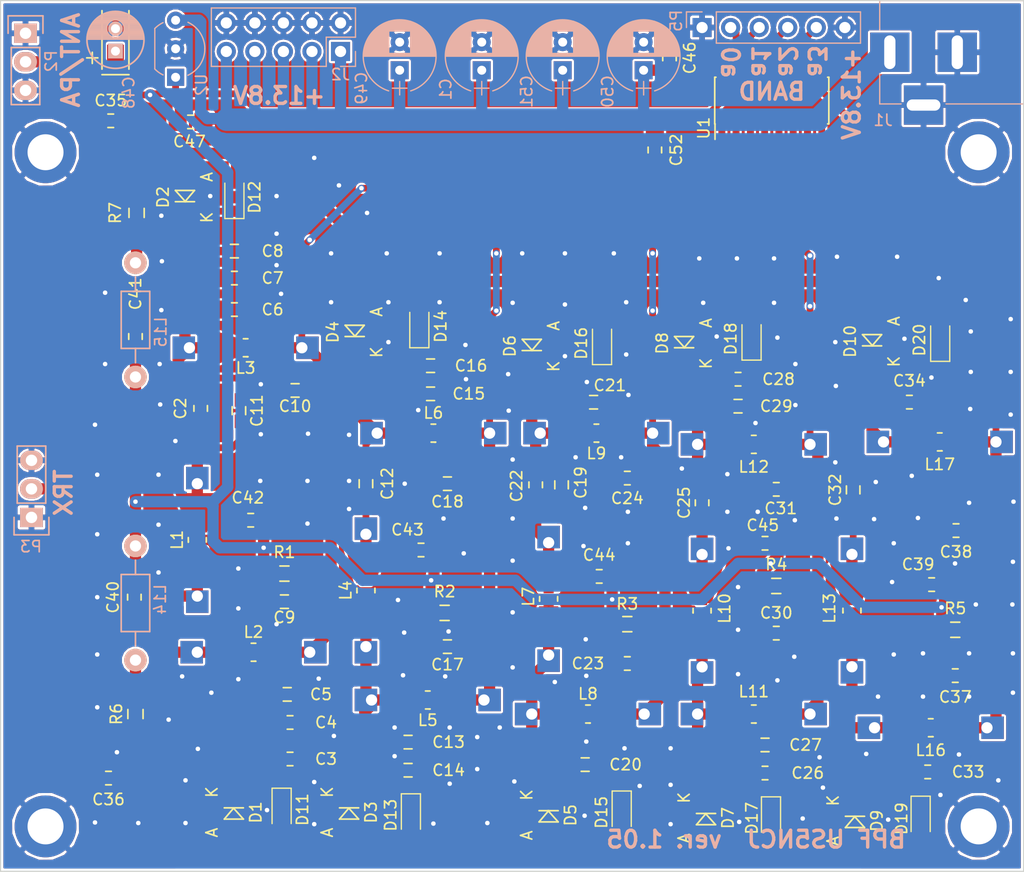
<source format=kicad_pcb>
(kicad_pcb (version 4) (host pcbnew 4.0.7-e2-6376~58~ubuntu14.04.1)
  (layers (0 F.Cu signal hide) (31 B.Cu signal hide) (34 B.Paste user) (35 F.Paste user) (36 B.SilkS user) (37 F.SilkS user) (38 B.Mask user) (39 F.Mask user) (44 Edge.Cuts user))
  (net 0 "")
  (net 1 GND)
  (net 2 "Net-(C1-Pad1)")
  (net 3 "Net-(P5-Pad2)")
  (net 4 "Net-(L14-Pad1)")
  (net 5 "Net-(L15-Pad2)")
  (net 6 "Net-(C3-Pad1)")
  (net 7 "Net-(C10-Pad1)")
  (net 8 "Net-(C11-Pad2)")
  (net 9 "Net-(C11-Pad1)")
  (net 10 "Net-(C12-Pad1)")
  (net 11 "Net-(C12-Pad2)")
  (net 12 "Net-(C13-Pad1)")
  (net 13 "Net-(C17-Pad1)")
  (net 14 "Net-(C19-Pad1)")
  (net 15 "Net-(C19-Pad2)")
  (net 16 "Net-(C20-Pad1)")
  (net 17 "Net-(C23-Pad1)")
  (net 18 "Net-(C25-Pad2)")
  (net 19 "Net-(C25-Pad1)")
  (net 20 "Net-(C26-Pad1)")
  (net 21 "Net-(C30-Pad1)")
  (net 22 "Net-(C32-Pad1)")
  (net 23 "Net-(C32-Pad2)")
  (net 24 "Net-(C33-Pad1)")
  (net 25 "Net-(C35-Pad2)")
  (net 26 "Net-(C35-Pad1)")
  (net 27 "Net-(C36-Pad1)")
  (net 28 "Net-(C37-Pad1)")
  (net 29 "Net-(P5-Pad3)")
  (net 30 "Net-(P5-Pad4)")
  (net 31 "Net-(P5-Pad5)")
  (net 32 "Net-(C36-Pad2)")
  (net 33 "Net-(C39-Pad2)")
  (module LCSDR:Pin_Header_Straight_1x03 (layer B.Cu) (at 73.22 46.41 180)
    (fp_text reference P2 (at -2.28 -2.49 450) (layer B.SilkS) (effects (justify mirror)))
    (fp_text value ANT/PA hide)
    (pad 1 thru_hole rect (at 0 0 180) (size 2.032 1.7272) (drill 1.016) (layers *.Cu *.Mask B.SilkS) (net 1 GND))
    (pad 2 thru_hole oval (at 0 -2.54 180) (size 2.032 1.7272) (drill 1.016) (layers *.Cu *.Mask B.SilkS) (net 25 "Net-(C35-Pad2)"))
    (pad 3 thru_hole oval (at 0 -5.08 180) (size 2.032 1.7272) (drill 1.016) (layers *.Cu *.Mask B.SilkS) (net 1 GND))
  )
  (module Mounting_Holes:MountingHole_3.2mm_M3_ISO14580_Pad (layer F.Cu) (at 158 57)
    (fp_text reference P7 hide)
    (fp_text value CONN_01X01 hide)
    (pad 1 thru_hole circle (at 0 0) (size 5.5 5.5) (drill 3.2) (layers *.Cu *.Mask) (net 1 GND))
  )
  (module Mounting_Holes:MountingHole_3.2mm_M3_ISO14580_Pad (layer B.Cu) (at 75 57)
    (fp_text reference P8 hide)
    (fp_text value CONN_01X01 hide)
    (pad 1 thru_hole circle (at 0 0) (size 5.5 5.5) (drill 3.2) (layers *.Cu *.Mask) (net 1 GND))
  )
  (module Mounting_Holes:MountingHole_3.2mm_M3_ISO14580_Pad (layer F.Cu) (at 75 117)
    (fp_text reference P9 hide)
    (fp_text value CONN_01X01 hide)
    (pad 1 thru_hole circle (at 0 0) (size 5.5 5.5) (drill 3.2) (layers *.Cu *.Mask) (net 1 GND))
  )
  (module Mounting_Holes:MountingHole_3.2mm_M3_ISO14580_Pad (layer F.Cu) (at 158 117)
    (fp_text reference P10 hide)
    (fp_text value CONN_01X01 hide)
    (pad 1 thru_hole circle (at 0 0) (size 5.5 5.5) (drill 3.2) (layers *.Cu *.Mask) (net 1 GND))
  )
  (module LCSDR:MiniMELF_Standard (layer F.Cu) (at 91.75 115.75 270)
    (fp_text reference D1 (at 0 -1.95 270) (layer F.SilkS))
    (fp_text value BAV203-G08 hide)
    (fp_text user K (at -1.8 1.95 270) (layer F.SilkS))
    (fp_text user A (at 1.8 1.95 270) (layer F.SilkS))
    (pad 1 smd rect (at -1.75006 0 270) (size 1.30048 1.69926) (layers F.Cu F.Paste F.Mask) (net 6 "Net-(C3-Pad1)"))
    (pad 2 smd rect (at 1.75006 0 270) (size 1.30048 1.69926) (layers F.Cu F.Paste F.Mask) (net 27 "Net-(C36-Pad1)"))
  )
  (module LCSDR:MiniMELF_Standard (layer F.Cu) (at 87.4 61 90)
    (fp_text reference D2 (at 0 -1.95 90) (layer F.SilkS))
    (fp_text value BAV203-G08 hide)
    (fp_text user K (at -1.8 1.95 90) (layer F.SilkS))
    (fp_text user A (at 1.8 1.95 90) (layer F.SilkS))
    (pad 1 smd rect (at -1.75006 0 90) (size 1.30048 1.69926) (layers F.Cu F.Paste F.Mask) (net 9 "Net-(C11-Pad1)"))
    (pad 2 smd rect (at 1.75006 0 90) (size 1.30048 1.69926) (layers F.Cu F.Paste F.Mask) (net 26 "Net-(C35-Pad1)"))
  )
  (module LCSDR:MiniMELF_Standard (layer F.Cu) (at 102 115.75 270)
    (fp_text reference D3 (at 0 -1.95 270) (layer F.SilkS))
    (fp_text value BAV203-G08 hide)
    (fp_text user K (at -1.8 1.95 270) (layer F.SilkS))
    (fp_text user A (at 1.8 1.95 270) (layer F.SilkS))
    (pad 1 smd rect (at -1.75006 0 270) (size 1.30048 1.69926) (layers F.Cu F.Paste F.Mask) (net 12 "Net-(C13-Pad1)"))
    (pad 2 smd rect (at 1.75006 0 270) (size 1.30048 1.69926) (layers F.Cu F.Paste F.Mask) (net 27 "Net-(C36-Pad1)"))
  )
  (module LCSDR:MiniMELF_Standard (layer F.Cu) (at 102.5 73 90)
    (fp_text reference D4 (at 0 -1.95 90) (layer F.SilkS))
    (fp_text value BAV203-G08 hide)
    (fp_text user K (at -1.8 1.95 90) (layer F.SilkS))
    (fp_text user A (at 1.8 1.95 90) (layer F.SilkS))
    (pad 1 smd rect (at -1.75006 0 90) (size 1.30048 1.69926) (layers F.Cu F.Paste F.Mask) (net 10 "Net-(C12-Pad1)"))
    (pad 2 smd rect (at 1.75006 0 90) (size 1.30048 1.69926) (layers F.Cu F.Paste F.Mask) (net 26 "Net-(C35-Pad1)"))
  )
  (module LCSDR:MiniMELF_Standard (layer F.Cu) (at 119.75 116 270)
    (fp_text reference D5 (at 0 -1.95 270) (layer F.SilkS))
    (fp_text value BAV203-G08 hide)
    (fp_text user K (at -1.8 1.95 270) (layer F.SilkS))
    (fp_text user A (at 1.8 1.95 270) (layer F.SilkS))
    (pad 1 smd rect (at -1.75006 0 270) (size 1.30048 1.69926) (layers F.Cu F.Paste F.Mask) (net 16 "Net-(C20-Pad1)"))
    (pad 2 smd rect (at 1.75006 0 270) (size 1.30048 1.69926) (layers F.Cu F.Paste F.Mask) (net 27 "Net-(C36-Pad1)"))
  )
  (module LCSDR:MiniMELF_Standard (layer F.Cu) (at 118.25 74.25 90)
    (fp_text reference D6 (at 0 -1.95 90) (layer F.SilkS))
    (fp_text value BAV203-G08 hide)
    (fp_text user K (at -1.8 1.95 90) (layer F.SilkS))
    (fp_text user A (at 1.8 1.95 90) (layer F.SilkS))
    (pad 1 smd rect (at -1.75006 0 90) (size 1.30048 1.69926) (layers F.Cu F.Paste F.Mask) (net 14 "Net-(C19-Pad1)"))
    (pad 2 smd rect (at 1.75006 0 90) (size 1.30048 1.69926) (layers F.Cu F.Paste F.Mask) (net 26 "Net-(C35-Pad1)"))
  )
  (module LCSDR:MiniMELF_Standard (layer F.Cu) (at 133.75 116.25 270)
    (fp_text reference D7 (at 0 -1.95 270) (layer F.SilkS))
    (fp_text value BAV203-G08 hide)
    (fp_text user K (at -1.8 1.95 270) (layer F.SilkS))
    (fp_text user A (at 1.8 1.95 270) (layer F.SilkS))
    (pad 1 smd rect (at -1.75006 0 270) (size 1.30048 1.69926) (layers F.Cu F.Paste F.Mask) (net 20 "Net-(C26-Pad1)"))
    (pad 2 smd rect (at 1.75006 0 270) (size 1.30048 1.69926) (layers F.Cu F.Paste F.Mask) (net 27 "Net-(C36-Pad1)"))
  )
  (module LCSDR:MiniMELF_Standard (layer F.Cu) (at 131.8 74 90)
    (fp_text reference D8 (at 0 -1.95 90) (layer F.SilkS))
    (fp_text value BAV203-G08 hide)
    (fp_text user K (at -1.8 1.95 90) (layer F.SilkS))
    (fp_text user A (at 1.8 1.95 90) (layer F.SilkS))
    (pad 1 smd rect (at -1.75006 0 90) (size 1.30048 1.69926) (layers F.Cu F.Paste F.Mask) (net 19 "Net-(C25-Pad1)"))
    (pad 2 smd rect (at 1.75006 0 90) (size 1.30048 1.69926) (layers F.Cu F.Paste F.Mask) (net 26 "Net-(C35-Pad1)"))
  )
  (module LCSDR:MiniMELF_Standard (layer F.Cu) (at 147 116.5 270)
    (fp_text reference D9 (at 0 -1.95 270) (layer F.SilkS))
    (fp_text value BAV203-G08 hide)
    (fp_text user K (at -1.8 1.95 270) (layer F.SilkS))
    (fp_text user A (at 1.8 1.95 270) (layer F.SilkS))
    (pad 1 smd rect (at -1.75006 0 270) (size 1.30048 1.69926) (layers F.Cu F.Paste F.Mask) (net 24 "Net-(C33-Pad1)"))
    (pad 2 smd rect (at 1.75006 0 270) (size 1.30048 1.69926) (layers F.Cu F.Paste F.Mask) (net 27 "Net-(C36-Pad1)"))
  )
  (module LCSDR:MiniMELF_Standard (layer F.Cu) (at 148.52 73.83 90)
    (fp_text reference D10 (at 0 -1.95 90) (layer F.SilkS))
    (fp_text value BAV203-G08 hide)
    (fp_text user K (at -1.8 1.95 90) (layer F.SilkS))
    (fp_text user A (at 1.8 1.95 90) (layer F.SilkS))
    (pad 1 smd rect (at -1.75006 0 90) (size 1.30048 1.69926) (layers F.Cu F.Paste F.Mask) (net 22 "Net-(C32-Pad1)"))
    (pad 2 smd rect (at 1.75006 0 90) (size 1.30048 1.69926) (layers F.Cu F.Paste F.Mask) (net 26 "Net-(C35-Pad1)"))
  )
  (module LCSDR:C_1206_0603 (layer F.Cu) (at 88.8 79.8 270)
    (fp_text reference C2 (at 0 1.8 270) (layer F.SilkS))
    (fp_text value 1nF hide)
    (pad 2 smd rect (at 1.15 0 270) (size 1.6 1.6) (layers F.Cu F.Paste F.Mask) (net 8 "Net-(C11-Pad2)"))
    (pad 1 smd rect (at -1.15 0 270) (size 1.6 1.6) (layers F.Cu F.Paste F.Mask) (net 9 "Net-(C11-Pad1)"))
  )
  (module LCSDR:C_1206_0603 (layer F.Cu) (at 96.75 111)
    (fp_text reference C3 (at 3.2 0) (layer F.SilkS))
    (fp_text value 1nF hide)
    (pad 2 smd rect (at 1.15 0) (size 1.6 1.6) (layers F.Cu F.Paste F.Mask) (net 1 GND))
    (pad 1 smd rect (at -1.15 0) (size 1.6 1.6) (layers F.Cu F.Paste F.Mask) (net 6 "Net-(C3-Pad1)"))
  )
  (module LCSDR:C_1206_0603 (layer F.Cu) (at 96.75 107.75)
    (fp_text reference C4 (at 3.2 0) (layer F.SilkS))
    (fp_text value 1nF hide)
    (pad 2 smd rect (at 1.15 0) (size 1.6 1.6) (layers F.Cu F.Paste F.Mask) (net 1 GND))
    (pad 1 smd rect (at -1.15 0) (size 1.6 1.6) (layers F.Cu F.Paste F.Mask) (net 6 "Net-(C3-Pad1)"))
  )
  (module LCSDR:C_0603_HandSoldering (layer F.Cu) (at 96.5 105.25)
    (fp_text reference C5 (at 3 0) (layer F.SilkS))
    (fp_text value 750pF hide)
    (pad 1 smd rect (at -0.95 0) (size 1.2 0.75) (layers F.Cu F.Paste F.Mask) (net 6 "Net-(C3-Pad1)"))
    (pad 2 smd rect (at 0.95 0) (size 1.2 0.75) (layers F.Cu F.Paste F.Mask) (net 1 GND))
  )
  (module LCSDR:C_1206_0603 (layer F.Cu) (at 91.8 71)
    (fp_text reference C6 (at 3.4 0) (layer F.SilkS))
    (fp_text value 1nF hide)
    (pad 2 smd rect (at 1.15 0) (size 1.6 1.6) (layers F.Cu F.Paste F.Mask) (net 1 GND))
    (pad 1 smd rect (at -1.15 0) (size 1.6 1.6) (layers F.Cu F.Paste F.Mask) (net 9 "Net-(C11-Pad1)"))
  )
  (module LCSDR:C_1206_0603 (layer F.Cu) (at 91.8 68.2)
    (fp_text reference C7 (at 3.4 0) (layer F.SilkS))
    (fp_text value 1nF hide)
    (pad 2 smd rect (at 1.15 0) (size 1.6 1.6) (layers F.Cu F.Paste F.Mask) (net 1 GND))
    (pad 1 smd rect (at -1.15 0) (size 1.6 1.6) (layers F.Cu F.Paste F.Mask) (net 9 "Net-(C11-Pad1)"))
  )
  (module LCSDR:C_0603_HandSoldering (layer F.Cu) (at 91.8 65.8)
    (fp_text reference C8 (at 3.4 0) (layer F.SilkS))
    (fp_text value 750pF hide)
    (pad 1 smd rect (at -0.95 0) (size 1.2 0.75) (layers F.Cu F.Paste F.Mask) (net 9 "Net-(C11-Pad1)"))
    (pad 2 smd rect (at 0.95 0) (size 1.2 0.75) (layers F.Cu F.Paste F.Mask) (net 1 GND))
  )
  (module LCSDR:C_0603_HandSoldering (layer F.Cu) (at 96.25 97 180)
    (fp_text reference C9 (at 0 -1.4 180) (layer F.SilkS))
    (fp_text value 220nF hide)
    (pad 1 smd rect (at -0.95 0 180) (size 1.2 0.75) (layers F.Cu F.Paste F.Mask) (net 7 "Net-(C10-Pad1)"))
    (pad 2 smd rect (at 0.95 0 180) (size 1.2 0.75) (layers F.Cu F.Paste F.Mask) (net 1 GND))
  )
  (module LCSDR:C_0603_HandSoldering (layer F.Cu) (at 97.2 78.2 180)
    (fp_text reference C10 (at 0 -1.4 180) (layer F.SilkS))
    (fp_text value 220nF hide)
    (pad 1 smd rect (at -0.95 0 180) (size 1.2 0.75) (layers F.Cu F.Paste F.Mask) (net 7 "Net-(C10-Pad1)"))
    (pad 2 smd rect (at 0.95 0 180) (size 1.2 0.75) (layers F.Cu F.Paste F.Mask) (net 1 GND))
  )
  (module LCSDR:Resistor_SMD+THTuniversal_0603to2512_RM10_HandSoldering (layer F.Cu) (at 88.5 91.5 90)
    (fp_text reference L1 (at 0 -1.8 90) (layer F.SilkS))
    (fp_text value 10uH hide)
    (pad 1 smd trapezoid (at -2.413 0 90) (size 3.50012 2.79908) (rect_delta 1.09982 0) (layers F.Cu F.Paste F.Mask) (net 6 "Net-(C3-Pad1)"))
    (pad 2 smd trapezoid (at 2.413 0 270) (size 3.50012 2.79908) (rect_delta 1.09982 0) (layers F.Cu F.Paste F.Mask) (net 8 "Net-(C11-Pad2)"))
    (pad 1 thru_hole rect (at -5.00126 0 270) (size 1.99898 1.99898) (drill 1.00076 (offset 0.50038 0)) (layers *.Cu *.Mask) (net 6 "Net-(C3-Pad1)"))
    (pad 2 thru_hole rect (at 5.00126 0 270) (size 1.99898 1.99898) (drill 1.00076 (offset -0.50038 0)) (layers *.Cu *.Mask) (net 8 "Net-(C11-Pad2)"))
    (pad 2 smd trapezoid (at 0.58 0 90) (size 0.175 0.9) (layers F.Cu F.Paste F.Mask) (net 8 "Net-(C11-Pad2)"))
    (pad 1 smd trapezoid (at -0.58 0 90) (size 0.175 0.9) (layers F.Cu F.Paste F.Mask) (net 6 "Net-(C3-Pad1)"))
  )
  (module LCSDR:Resistor_SMD+THTuniversal_0603to2512_RM10_HandSoldering (layer F.Cu) (at 93.5 101.5 180)
    (fp_text reference L2 (at 0 1.8 180) (layer F.SilkS))
    (fp_text value 4.7uH hide)
    (pad 1 smd trapezoid (at -2.413 0 180) (size 3.50012 2.79908) (rect_delta 1.09982 0) (layers F.Cu F.Paste F.Mask) (net 7 "Net-(C10-Pad1)"))
    (pad 2 smd trapezoid (at 2.413 0) (size 3.50012 2.79908) (rect_delta 1.09982 0) (layers F.Cu F.Paste F.Mask) (net 6 "Net-(C3-Pad1)"))
    (pad 1 thru_hole rect (at -5.00126 0) (size 1.99898 1.99898) (drill 1.00076 (offset 0.50038 0)) (layers *.Cu *.Mask) (net 7 "Net-(C10-Pad1)"))
    (pad 2 thru_hole rect (at 5.00126 0) (size 1.99898 1.99898) (drill 1.00076 (offset -0.50038 0)) (layers *.Cu *.Mask) (net 6 "Net-(C3-Pad1)"))
    (pad 2 smd trapezoid (at 0.58 0 180) (size 0.175 0.9) (layers F.Cu F.Paste F.Mask) (net 6 "Net-(C3-Pad1)"))
    (pad 1 smd trapezoid (at -0.58 0 180) (size 0.175 0.9) (layers F.Cu F.Paste F.Mask) (net 7 "Net-(C10-Pad1)"))
  )
  (module LCSDR:Resistor_SMD+THTuniversal_0603to2512_RM10_HandSoldering (layer F.Cu) (at 92.8 74.4 180)
    (fp_text reference L3 (at 0 -1.8 180) (layer F.SilkS))
    (fp_text value 4.7uH hide)
    (pad 1 smd trapezoid (at -2.413 0 180) (size 3.50012 2.79908) (rect_delta 1.09982 0) (layers F.Cu F.Paste F.Mask) (net 7 "Net-(C10-Pad1)"))
    (pad 2 smd trapezoid (at 2.413 0) (size 3.50012 2.79908) (rect_delta 1.09982 0) (layers F.Cu F.Paste F.Mask) (net 9 "Net-(C11-Pad1)"))
    (pad 1 thru_hole rect (at -5.00126 0) (size 1.99898 1.99898) (drill 1.00076 (offset 0.50038 0)) (layers *.Cu *.Mask) (net 7 "Net-(C10-Pad1)"))
    (pad 2 thru_hole rect (at 5.00126 0) (size 1.99898 1.99898) (drill 1.00076 (offset -0.50038 0)) (layers *.Cu *.Mask) (net 9 "Net-(C11-Pad1)"))
    (pad 2 smd trapezoid (at 0.58 0 180) (size 0.175 0.9) (layers F.Cu F.Paste F.Mask) (net 9 "Net-(C11-Pad1)"))
    (pad 1 smd trapezoid (at -0.58 0 180) (size 0.175 0.9) (layers F.Cu F.Paste F.Mask) (net 7 "Net-(C10-Pad1)"))
  )
  (module LCSDR:R_1206_0603 (layer F.Cu) (at 96.25 94.5)
    (fp_text reference R1 (at 0 -1.9) (layer F.SilkS))
    (fp_text value 10k hide)
    (pad 1 smd rect (at -1.2 0 90) (size 1.7 1.4) (layers F.Cu F.Paste F.Mask) (net 33 "Net-(C39-Pad2)"))
    (pad 2 smd rect (at 1.2 0) (size 1.4 1.7) (layers F.Cu F.Paste F.Mask) (net 7 "Net-(C10-Pad1)"))
  )
  (module LCSDR:C_0603_HandSoldering (layer F.Cu) (at 92.2 80 270)
    (fp_text reference C11 (at 0 -1.6 270) (layer F.SilkS))
    (fp_text value 200pF hide)
    (pad 1 smd rect (at -0.95 0 270) (size 1.2 0.75) (layers F.Cu F.Paste F.Mask) (net 9 "Net-(C11-Pad1)"))
    (pad 2 smd rect (at 0.95 0 270) (size 1.2 0.75) (layers F.Cu F.Paste F.Mask) (net 8 "Net-(C11-Pad2)"))
  )
  (module LCSDR:C_0603_HandSoldering (layer F.Cu) (at 103.5 86.5 270)
    (fp_text reference C12 (at 0 -1.9 270) (layer F.SilkS))
    (fp_text value 680p hide)
    (pad 1 smd rect (at -0.95 0 270) (size 1.2 0.75) (layers F.Cu F.Paste F.Mask) (net 10 "Net-(C12-Pad1)"))
    (pad 2 smd rect (at 0.95 0 270) (size 1.2 0.75) (layers F.Cu F.Paste F.Mask) (net 11 "Net-(C12-Pad2)"))
  )
  (module LCSDR:C_0603_HandSoldering (layer F.Cu) (at 107.25 109.5)
    (fp_text reference C13 (at 3.6 0) (layer F.SilkS))
    (fp_text value 820p hide)
    (pad 1 smd rect (at -0.95 0) (size 1.2 0.75) (layers F.Cu F.Paste F.Mask) (net 12 "Net-(C13-Pad1)"))
    (pad 2 smd rect (at 0.95 0) (size 1.2 0.75) (layers F.Cu F.Paste F.Mask) (net 1 GND))
  )
  (module LCSDR:C_0603_HandSoldering (layer F.Cu) (at 107.25 112)
    (fp_text reference C14 (at 3.6 0) (layer F.SilkS))
    (fp_text value 680p hide)
    (pad 1 smd rect (at -0.95 0) (size 1.2 0.75) (layers F.Cu F.Paste F.Mask) (net 12 "Net-(C13-Pad1)"))
    (pad 2 smd rect (at 0.95 0) (size 1.2 0.75) (layers F.Cu F.Paste F.Mask) (net 1 GND))
  )
  (module LCSDR:C_0603_HandSoldering (layer F.Cu) (at 109.25 78.5)
    (fp_text reference C15 (at 3.4 0) (layer F.SilkS))
    (fp_text value 820p hide)
    (pad 1 smd rect (at -0.95 0) (size 1.2 0.75) (layers F.Cu F.Paste F.Mask) (net 10 "Net-(C12-Pad1)"))
    (pad 2 smd rect (at 0.95 0) (size 1.2 0.75) (layers F.Cu F.Paste F.Mask) (net 1 GND))
  )
  (module LCSDR:C_0603_HandSoldering (layer F.Cu) (at 109.25 76)
    (fp_text reference C16 (at 3.6 0) (layer F.SilkS))
    (fp_text value 680pF hide)
    (pad 1 smd rect (at -0.95 0) (size 1.2 0.75) (layers F.Cu F.Paste F.Mask) (net 10 "Net-(C12-Pad1)"))
    (pad 2 smd rect (at 0.95 0) (size 1.2 0.75) (layers F.Cu F.Paste F.Mask) (net 1 GND))
  )
  (module LCSDR:C_0603_HandSoldering (layer F.Cu) (at 110.75 101 180)
    (fp_text reference C17 (at 0 -1.6 180) (layer F.SilkS))
    (fp_text value 0u22 hide)
    (pad 1 smd rect (at -0.95 0 180) (size 1.2 0.75) (layers F.Cu F.Paste F.Mask) (net 13 "Net-(C17-Pad1)"))
    (pad 2 smd rect (at 0.95 0 180) (size 1.2 0.75) (layers F.Cu F.Paste F.Mask) (net 1 GND))
  )
  (module LCSDR:C_0603_HandSoldering (layer F.Cu) (at 110.75 86.5 180)
    (fp_text reference C18 (at 0 -1.6 180) (layer F.SilkS))
    (fp_text value 0u22 hide)
    (pad 1 smd rect (at -0.95 0 180) (size 1.2 0.75) (layers F.Cu F.Paste F.Mask) (net 13 "Net-(C17-Pad1)"))
    (pad 2 smd rect (at 0.95 0 180) (size 1.2 0.75) (layers F.Cu F.Paste F.Mask) (net 1 GND))
  )
  (module LCSDR:Resistor_SMD+THTuniversal_0603to2512_RM10_HandSoldering (layer F.Cu) (at 103.5 96 90)
    (fp_text reference L4 (at 0 -1.8 90) (layer F.SilkS))
    (fp_text value 4.7uH hide)
    (pad 1 smd trapezoid (at -2.413 0 90) (size 3.50012 2.79908) (rect_delta 1.09982 0) (layers F.Cu F.Paste F.Mask) (net 12 "Net-(C13-Pad1)"))
    (pad 2 smd trapezoid (at 2.413 0 270) (size 3.50012 2.79908) (rect_delta 1.09982 0) (layers F.Cu F.Paste F.Mask) (net 11 "Net-(C12-Pad2)"))
    (pad 1 thru_hole rect (at -5.00126 0 270) (size 1.99898 1.99898) (drill 1.00076 (offset 0.50038 0)) (layers *.Cu *.Mask) (net 12 "Net-(C13-Pad1)"))
    (pad 2 thru_hole rect (at 5.00126 0 270) (size 1.99898 1.99898) (drill 1.00076 (offset -0.50038 0)) (layers *.Cu *.Mask) (net 11 "Net-(C12-Pad2)"))
    (pad 2 smd trapezoid (at 0.58 0 90) (size 0.175 0.9) (layers F.Cu F.Paste F.Mask) (net 11 "Net-(C12-Pad2)"))
    (pad 1 smd trapezoid (at -0.58 0 90) (size 0.175 0.9) (layers F.Cu F.Paste F.Mask) (net 12 "Net-(C13-Pad1)"))
  )
  (module LCSDR:Resistor_SMD+THTuniversal_0603to2512_RM10_HandSoldering (layer F.Cu) (at 109 105.75 180)
    (fp_text reference L5 (at 0 -1.8 180) (layer F.SilkS))
    (fp_text value 2.2uH hide)
    (pad 1 smd trapezoid (at -2.413 0 180) (size 3.50012 2.79908) (rect_delta 1.09982 0) (layers F.Cu F.Paste F.Mask) (net 13 "Net-(C17-Pad1)"))
    (pad 2 smd trapezoid (at 2.413 0) (size 3.50012 2.79908) (rect_delta 1.09982 0) (layers F.Cu F.Paste F.Mask) (net 12 "Net-(C13-Pad1)"))
    (pad 1 thru_hole rect (at -5.00126 0) (size 1.99898 1.99898) (drill 1.00076 (offset 0.50038 0)) (layers *.Cu *.Mask) (net 13 "Net-(C17-Pad1)"))
    (pad 2 thru_hole rect (at 5.00126 0) (size 1.99898 1.99898) (drill 1.00076 (offset -0.50038 0)) (layers *.Cu *.Mask) (net 12 "Net-(C13-Pad1)"))
    (pad 2 smd trapezoid (at 0.58 0 180) (size 0.175 0.9) (layers F.Cu F.Paste F.Mask) (net 12 "Net-(C13-Pad1)"))
    (pad 1 smd trapezoid (at -0.58 0 180) (size 0.175 0.9) (layers F.Cu F.Paste F.Mask) (net 13 "Net-(C17-Pad1)"))
  )
  (module LCSDR:Resistor_SMD+THTuniversal_0603to2512_RM10_HandSoldering (layer F.Cu) (at 109.5 82 180)
    (fp_text reference L6 (at 0 1.8 180) (layer F.SilkS))
    (fp_text value 2.2uH hide)
    (pad 1 smd trapezoid (at -2.413 0 180) (size 3.50012 2.79908) (rect_delta 1.09982 0) (layers F.Cu F.Paste F.Mask) (net 13 "Net-(C17-Pad1)"))
    (pad 2 smd trapezoid (at 2.413 0) (size 3.50012 2.79908) (rect_delta 1.09982 0) (layers F.Cu F.Paste F.Mask) (net 10 "Net-(C12-Pad1)"))
    (pad 1 thru_hole rect (at -5.00126 0) (size 1.99898 1.99898) (drill 1.00076 (offset 0.50038 0)) (layers *.Cu *.Mask) (net 13 "Net-(C17-Pad1)"))
    (pad 2 thru_hole rect (at 5.00126 0) (size 1.99898 1.99898) (drill 1.00076 (offset -0.50038 0)) (layers *.Cu *.Mask) (net 10 "Net-(C12-Pad1)"))
    (pad 2 smd trapezoid (at 0.58 0 180) (size 0.175 0.9) (layers F.Cu F.Paste F.Mask) (net 10 "Net-(C12-Pad1)"))
    (pad 1 smd trapezoid (at -0.58 0 180) (size 0.175 0.9) (layers F.Cu F.Paste F.Mask) (net 13 "Net-(C17-Pad1)"))
  )
  (module LCSDR:R_1206_0603 (layer F.Cu) (at 110.5 98)
    (fp_text reference R2 (at 0 -1.9) (layer F.SilkS))
    (fp_text value 10k hide)
    (pad 1 smd rect (at -1.2 0 90) (size 1.7 1.4) (layers F.Cu F.Paste F.Mask) (net 33 "Net-(C39-Pad2)"))
    (pad 2 smd rect (at 1.2 0) (size 1.4 1.7) (layers F.Cu F.Paste F.Mask) (net 13 "Net-(C17-Pad1)"))
  )
  (module LCSDR:C_0603_HandSoldering (layer F.Cu) (at 120.9 86.6 270)
    (fp_text reference C19 (at -0.2 -1.7 270) (layer F.SilkS))
    (fp_text value 360pF hide)
    (pad 1 smd rect (at -0.95 0 270) (size 1.2 0.75) (layers F.Cu F.Paste F.Mask) (net 14 "Net-(C19-Pad1)"))
    (pad 2 smd rect (at 0.95 0 270) (size 1.2 0.75) (layers F.Cu F.Paste F.Mask) (net 15 "Net-(C19-Pad2)"))
  )
  (module LCSDR:C_0603_HandSoldering (layer F.Cu) (at 123 111.5)
    (fp_text reference C20 (at 3.6 0) (layer F.SilkS))
    (fp_text value 820p hide)
    (pad 1 smd rect (at -0.95 0) (size 1.2 0.75) (layers F.Cu F.Paste F.Mask) (net 16 "Net-(C20-Pad1)"))
    (pad 2 smd rect (at 0.95 0) (size 1.2 0.75) (layers F.Cu F.Paste F.Mask) (net 1 GND))
  )
  (module LCSDR:C_0603_HandSoldering (layer F.Cu) (at 123.75 79.25)
    (fp_text reference C21 (at 1.45 -1.5) (layer F.SilkS))
    (fp_text value 820p hide)
    (pad 1 smd rect (at -0.95 0) (size 1.2 0.75) (layers F.Cu F.Paste F.Mask) (net 14 "Net-(C19-Pad1)"))
    (pad 2 smd rect (at 0.95 0) (size 1.2 0.75) (layers F.Cu F.Paste F.Mask) (net 1 GND))
  )
  (module LCSDR:C_1206_0603 (layer F.Cu) (at 118.6 86.6 270)
    (fp_text reference C22 (at 0.1 1.7 270) (layer F.SilkS))
    (fp_text value 33p hide)
    (pad 2 smd rect (at 1.15 0 270) (size 1.6 1.6) (layers F.Cu F.Paste F.Mask) (net 15 "Net-(C19-Pad2)"))
    (pad 1 smd rect (at -1.15 0 270) (size 1.6 1.6) (layers F.Cu F.Paste F.Mask) (net 14 "Net-(C19-Pad1)"))
  )
  (module LCSDR:C_1206_0603 (layer F.Cu) (at 126.75 102.5 180)
    (fp_text reference C23 (at 3.5 0 180) (layer F.SilkS))
    (fp_text value 0u1 hide)
    (pad 2 smd rect (at 1.15 0 180) (size 1.6 1.6) (layers F.Cu F.Paste F.Mask) (net 1 GND))
    (pad 1 smd rect (at -1.15 0 180) (size 1.6 1.6) (layers F.Cu F.Paste F.Mask) (net 17 "Net-(C23-Pad1)"))
  )
  (module LCSDR:C_1206_0603 (layer F.Cu) (at 126.75 86 180)
    (fp_text reference C24 (at 0 -1.8 180) (layer F.SilkS))
    (fp_text value 0u1 hide)
    (pad 2 smd rect (at 1.15 0 180) (size 1.6 1.6) (layers F.Cu F.Paste F.Mask) (net 1 GND))
    (pad 1 smd rect (at -1.15 0 180) (size 1.6 1.6) (layers F.Cu F.Paste F.Mask) (net 17 "Net-(C23-Pad1)"))
  )
  (module LCSDR:Resistor_SMD+THTuniversal_0603to2512_RM10_HandSoldering (layer F.Cu) (at 119.75 96.75 90)
    (fp_text reference L7 (at 0.2 -1.8 90) (layer F.SilkS))
    (fp_text value 2.2uH hide)
    (pad 1 smd trapezoid (at -2.413 0 90) (size 3.50012 2.79908) (rect_delta 1.09982 0) (layers F.Cu F.Paste F.Mask) (net 16 "Net-(C20-Pad1)"))
    (pad 2 smd trapezoid (at 2.413 0 270) (size 3.50012 2.79908) (rect_delta 1.09982 0) (layers F.Cu F.Paste F.Mask) (net 15 "Net-(C19-Pad2)"))
    (pad 1 thru_hole rect (at -5.00126 0 270) (size 1.99898 1.99898) (drill 1.00076 (offset 0.50038 0)) (layers *.Cu *.Mask) (net 16 "Net-(C20-Pad1)"))
    (pad 2 thru_hole rect (at 5.00126 0 270) (size 1.99898 1.99898) (drill 1.00076 (offset -0.50038 0)) (layers *.Cu *.Mask) (net 15 "Net-(C19-Pad2)"))
    (pad 2 smd trapezoid (at 0.58 0 90) (size 0.175 0.9) (layers F.Cu F.Paste F.Mask) (net 15 "Net-(C19-Pad2)"))
    (pad 1 smd trapezoid (at -0.58 0 90) (size 0.175 0.9) (layers F.Cu F.Paste F.Mask) (net 16 "Net-(C20-Pad1)"))
  )
  (module LCSDR:Resistor_SMD+THTuniversal_0603to2512_RM10_HandSoldering (layer F.Cu) (at 123.25 107 180)
    (fp_text reference L8 (at 0 1.8 180) (layer F.SilkS))
    (fp_text value 1uH hide)
    (pad 1 smd trapezoid (at -2.413 0 180) (size 3.50012 2.79908) (rect_delta 1.09982 0) (layers F.Cu F.Paste F.Mask) (net 17 "Net-(C23-Pad1)"))
    (pad 2 smd trapezoid (at 2.413 0) (size 3.50012 2.79908) (rect_delta 1.09982 0) (layers F.Cu F.Paste F.Mask) (net 16 "Net-(C20-Pad1)"))
    (pad 1 thru_hole rect (at -5.00126 0) (size 1.99898 1.99898) (drill 1.00076 (offset 0.50038 0)) (layers *.Cu *.Mask) (net 17 "Net-(C23-Pad1)"))
    (pad 2 thru_hole rect (at 5.00126 0) (size 1.99898 1.99898) (drill 1.00076 (offset -0.50038 0)) (layers *.Cu *.Mask) (net 16 "Net-(C20-Pad1)"))
    (pad 2 smd trapezoid (at 0.58 0 180) (size 0.175 0.9) (layers F.Cu F.Paste F.Mask) (net 16 "Net-(C20-Pad1)"))
    (pad 1 smd trapezoid (at -0.58 0 180) (size 0.175 0.9) (layers F.Cu F.Paste F.Mask) (net 17 "Net-(C23-Pad1)"))
  )
  (module LCSDR:Resistor_SMD+THTuniversal_0603to2512_RM10_HandSoldering (layer F.Cu) (at 124 82 180)
    (fp_text reference L9 (at 0 -1.8 180) (layer F.SilkS))
    (fp_text value 1uH hide)
    (pad 1 smd trapezoid (at -2.413 0 180) (size 3.50012 2.79908) (rect_delta 1.09982 0) (layers F.Cu F.Paste F.Mask) (net 17 "Net-(C23-Pad1)"))
    (pad 2 smd trapezoid (at 2.413 0) (size 3.50012 2.79908) (rect_delta 1.09982 0) (layers F.Cu F.Paste F.Mask) (net 14 "Net-(C19-Pad1)"))
    (pad 1 thru_hole rect (at -5.00126 0) (size 1.99898 1.99898) (drill 1.00076 (offset 0.50038 0)) (layers *.Cu *.Mask) (net 17 "Net-(C23-Pad1)"))
    (pad 2 thru_hole rect (at 5.00126 0) (size 1.99898 1.99898) (drill 1.00076 (offset -0.50038 0)) (layers *.Cu *.Mask) (net 14 "Net-(C19-Pad1)"))
    (pad 2 smd trapezoid (at 0.58 0 180) (size 0.175 0.9) (layers F.Cu F.Paste F.Mask) (net 14 "Net-(C19-Pad1)"))
    (pad 1 smd trapezoid (at -0.58 0 180) (size 0.175 0.9) (layers F.Cu F.Paste F.Mask) (net 17 "Net-(C23-Pad1)"))
  )
  (module LCSDR:R_1206_0603 (layer F.Cu) (at 126.75 99)
    (fp_text reference R3 (at 0 -1.8) (layer F.SilkS))
    (fp_text value 10k hide)
    (pad 1 smd rect (at -1.2 0 90) (size 1.7 1.4) (layers F.Cu F.Paste F.Mask) (net 33 "Net-(C39-Pad2)"))
    (pad 2 smd rect (at 1.2 0) (size 1.4 1.7) (layers F.Cu F.Paste F.Mask) (net 17 "Net-(C23-Pad1)"))
  )
  (module LCSDR:C_1206_0603 (layer F.Cu) (at 133.4 88.2 270)
    (fp_text reference C25 (at 0 1.6 270) (layer F.SilkS))
    (fp_text value 180pF hide)
    (pad 2 smd rect (at 1.15 0 270) (size 1.6 1.6) (layers F.Cu F.Paste F.Mask) (net 18 "Net-(C25-Pad2)"))
    (pad 1 smd rect (at -1.15 0 270) (size 1.6 1.6) (layers F.Cu F.Paste F.Mask) (net 19 "Net-(C25-Pad1)"))
  )
  (module LCSDR:C_1206_0603 (layer F.Cu) (at 139 112.25)
    (fp_text reference C26 (at 3.8 0) (layer F.SilkS))
    (fp_text value 33pF hide)
    (pad 2 smd rect (at 1.15 0) (size 1.6 1.6) (layers F.Cu F.Paste F.Mask) (net 1 GND))
    (pad 1 smd rect (at -1.15 0) (size 1.6 1.6) (layers F.Cu F.Paste F.Mask) (net 20 "Net-(C26-Pad1)"))
  )
  (module LCSDR:C_0603_HandSoldering (layer F.Cu) (at 139 109.75)
    (fp_text reference C27 (at 3.6 0) (layer F.SilkS))
    (fp_text value 360pF hide)
    (pad 1 smd rect (at -0.95 0) (size 1.2 0.75) (layers F.Cu F.Paste F.Mask) (net 20 "Net-(C26-Pad1)"))
    (pad 2 smd rect (at 0.95 0) (size 1.2 0.75) (layers F.Cu F.Paste F.Mask) (net 1 GND))
  )
  (module LCSDR:C_1206_0603 (layer F.Cu) (at 136.6 77.2)
    (fp_text reference C28 (at 3.6 0) (layer F.SilkS))
    (fp_text value 33pF hide)
    (pad 2 smd rect (at 1.15 0) (size 1.6 1.6) (layers F.Cu F.Paste F.Mask) (net 1 GND))
    (pad 1 smd rect (at -1.15 0) (size 1.6 1.6) (layers F.Cu F.Paste F.Mask) (net 19 "Net-(C25-Pad1)"))
  )
  (module LCSDR:C_0603_HandSoldering (layer F.Cu) (at 136.6 79.6)
    (fp_text reference C29 (at 3.4 0) (layer F.SilkS))
    (fp_text value 360pF hide)
    (pad 1 smd rect (at -0.95 0) (size 1.2 0.75) (layers F.Cu F.Paste F.Mask) (net 19 "Net-(C25-Pad1)"))
    (pad 2 smd rect (at 0.95 0) (size 1.2 0.75) (layers F.Cu F.Paste F.Mask) (net 1 GND))
  )
  (module LCSDR:C_1206_0603 (layer F.Cu) (at 140 99.8 180)
    (fp_text reference C30 (at 0 1.8 180) (layer F.SilkS))
    (fp_text value 100nF hide)
    (pad 2 smd rect (at 1.15 0 180) (size 1.6 1.6) (layers F.Cu F.Paste F.Mask) (net 1 GND))
    (pad 1 smd rect (at -1.15 0 180) (size 1.6 1.6) (layers F.Cu F.Paste F.Mask) (net 21 "Net-(C30-Pad1)"))
  )
  (module LCSDR:C_1206_0603 (layer F.Cu) (at 140 87 180)
    (fp_text reference C31 (at -0.4 -1.7 180) (layer F.SilkS))
    (fp_text value 100nF hide)
    (pad 2 smd rect (at 1.15 0 180) (size 1.6 1.6) (layers F.Cu F.Paste F.Mask) (net 1 GND))
    (pad 1 smd rect (at -1.15 0 180) (size 1.6 1.6) (layers F.Cu F.Paste F.Mask) (net 21 "Net-(C30-Pad1)"))
  )
  (module LCSDR:Resistor_SMD+THTuniversal_0603to2512_RM10_HandSoldering (layer F.Cu) (at 133.4 97.8 90)
    (fp_text reference L10 (at 0.2 2 90) (layer F.SilkS))
    (fp_text value 1uH hide)
    (pad 1 smd trapezoid (at -2.413 0 90) (size 3.50012 2.79908) (rect_delta 1.09982 0) (layers F.Cu F.Paste F.Mask) (net 20 "Net-(C26-Pad1)"))
    (pad 2 smd trapezoid (at 2.413 0 270) (size 3.50012 2.79908) (rect_delta 1.09982 0) (layers F.Cu F.Paste F.Mask) (net 18 "Net-(C25-Pad2)"))
    (pad 1 thru_hole rect (at -5.00126 0 270) (size 1.99898 1.99898) (drill 1.00076 (offset 0.50038 0)) (layers *.Cu *.Mask) (net 20 "Net-(C26-Pad1)"))
    (pad 2 thru_hole rect (at 5.00126 0 270) (size 1.99898 1.99898) (drill 1.00076 (offset -0.50038 0)) (layers *.Cu *.Mask) (net 18 "Net-(C25-Pad2)"))
    (pad 2 smd trapezoid (at 0.58 0 90) (size 0.175 0.9) (layers F.Cu F.Paste F.Mask) (net 18 "Net-(C25-Pad2)"))
    (pad 1 smd trapezoid (at -0.58 0 90) (size 0.175 0.9) (layers F.Cu F.Paste F.Mask) (net 20 "Net-(C26-Pad1)"))
  )
  (module LCSDR:Resistor_SMD+THTuniversal_0603to2512_RM10_HandSoldering (layer F.Cu) (at 138 107 180)
    (fp_text reference L11 (at 0 2 180) (layer F.SilkS))
    (fp_text value 0.47uH hide)
    (pad 1 smd trapezoid (at -2.413 0 180) (size 3.50012 2.79908) (rect_delta 1.09982 0) (layers F.Cu F.Paste F.Mask) (net 21 "Net-(C30-Pad1)"))
    (pad 2 smd trapezoid (at 2.413 0) (size 3.50012 2.79908) (rect_delta 1.09982 0) (layers F.Cu F.Paste F.Mask) (net 20 "Net-(C26-Pad1)"))
    (pad 1 thru_hole rect (at -5.00126 0) (size 1.99898 1.99898) (drill 1.00076 (offset 0.50038 0)) (layers *.Cu *.Mask) (net 21 "Net-(C30-Pad1)"))
    (pad 2 thru_hole rect (at 5.00126 0) (size 1.99898 1.99898) (drill 1.00076 (offset -0.50038 0)) (layers *.Cu *.Mask) (net 20 "Net-(C26-Pad1)"))
    (pad 2 smd trapezoid (at 0.58 0 180) (size 0.175 0.9) (layers F.Cu F.Paste F.Mask) (net 20 "Net-(C26-Pad1)"))
    (pad 1 smd trapezoid (at -0.58 0 180) (size 0.175 0.9) (layers F.Cu F.Paste F.Mask) (net 21 "Net-(C30-Pad1)"))
  )
  (module LCSDR:Resistor_SMD+THTuniversal_0603to2512_RM10_HandSoldering (layer F.Cu) (at 138 83 180)
    (fp_text reference L12 (at 0 -2 180) (layer F.SilkS))
    (fp_text value 0.47uH hide)
    (pad 1 smd trapezoid (at -2.413 0 180) (size 3.50012 2.79908) (rect_delta 1.09982 0) (layers F.Cu F.Paste F.Mask) (net 21 "Net-(C30-Pad1)"))
    (pad 2 smd trapezoid (at 2.413 0) (size 3.50012 2.79908) (rect_delta 1.09982 0) (layers F.Cu F.Paste F.Mask) (net 19 "Net-(C25-Pad1)"))
    (pad 1 thru_hole rect (at -5.00126 0) (size 1.99898 1.99898) (drill 1.00076 (offset 0.50038 0)) (layers *.Cu *.Mask) (net 21 "Net-(C30-Pad1)"))
    (pad 2 thru_hole rect (at 5.00126 0) (size 1.99898 1.99898) (drill 1.00076 (offset -0.50038 0)) (layers *.Cu *.Mask) (net 19 "Net-(C25-Pad1)"))
    (pad 2 smd trapezoid (at 0.58 0 180) (size 0.175 0.9) (layers F.Cu F.Paste F.Mask) (net 19 "Net-(C25-Pad1)"))
    (pad 1 smd trapezoid (at -0.58 0 180) (size 0.175 0.9) (layers F.Cu F.Paste F.Mask) (net 21 "Net-(C30-Pad1)"))
  )
  (module LCSDR:R_1206_0603 (layer F.Cu) (at 140 95.6)
    (fp_text reference R4 (at 0 -1.9) (layer F.SilkS))
    (fp_text value 10k hide)
    (pad 1 smd rect (at -1.2 0 90) (size 1.7 1.4) (layers F.Cu F.Paste F.Mask) (net 33 "Net-(C39-Pad2)"))
    (pad 2 smd rect (at 1.2 0) (size 1.4 1.7) (layers F.Cu F.Paste F.Mask) (net 21 "Net-(C30-Pad1)"))
  )
  (module LCSDR:C_0603_HandSoldering (layer F.Cu) (at 146.84 87.05 270)
    (fp_text reference C32 (at 0 1.6 270) (layer F.SilkS))
    (fp_text value 120p hide)
    (pad 1 smd rect (at -0.95 0 270) (size 1.2 0.75) (layers F.Cu F.Paste F.Mask) (net 22 "Net-(C32-Pad1)"))
    (pad 2 smd rect (at 0.95 0 270) (size 1.2 0.75) (layers F.Cu F.Paste F.Mask) (net 23 "Net-(C32-Pad2)"))
  )
  (module LCSDR:C_1206_0603 (layer F.Cu) (at 153.47 112.15)
    (fp_text reference C33 (at 3.6 0) (layer F.SilkS))
    (fp_text value 270pF hide)
    (pad 2 smd rect (at 1.15 0) (size 1.6 1.6) (layers F.Cu F.Paste F.Mask) (net 1 GND))
    (pad 1 smd rect (at -1.15 0) (size 1.6 1.6) (layers F.Cu F.Paste F.Mask) (net 24 "Net-(C33-Pad1)"))
  )
  (module LCSDR:C_1206_0603 (layer F.Cu) (at 151.84 79.24)
    (fp_text reference C34 (at 0 -1.9) (layer F.SilkS))
    (fp_text value 270pF hide)
    (pad 2 smd rect (at 1.15 0) (size 1.6 1.6) (layers F.Cu F.Paste F.Mask) (net 1 GND))
    (pad 1 smd rect (at -1.15 0) (size 1.6 1.6) (layers F.Cu F.Paste F.Mask) (net 22 "Net-(C32-Pad1)"))
  )
  (module LCSDR:C_1206_0603 (layer F.Cu) (at 80.8 54.2 180)
    (fp_text reference C35 (at 0 1.8 180) (layer F.SilkS))
    (fp_text value 100nF hide)
    (pad 2 smd rect (at 1.15 0 180) (size 1.6 1.6) (layers F.Cu F.Paste F.Mask) (net 25 "Net-(C35-Pad2)"))
    (pad 1 smd rect (at -1.15 0 180) (size 1.6 1.6) (layers F.Cu F.Paste F.Mask) (net 26 "Net-(C35-Pad1)"))
  )
  (module LCSDR:C_1206_0603 (layer F.Cu) (at 155.92 103.58 180)
    (fp_text reference C37 (at 0 -1.9 180) (layer F.SilkS))
    (fp_text value 100nF hide)
    (pad 2 smd rect (at 1.15 0 180) (size 1.6 1.6) (layers F.Cu F.Paste F.Mask) (net 1 GND))
    (pad 1 smd rect (at -1.15 0 180) (size 1.6 1.6) (layers F.Cu F.Paste F.Mask) (net 28 "Net-(C37-Pad1)"))
  )
  (module LCSDR:C_1206_0603 (layer F.Cu) (at 155.99 90.67 180)
    (fp_text reference C38 (at 0 -1.9 180) (layer F.SilkS))
    (fp_text value 100nF hide)
    (pad 2 smd rect (at 1.15 0 180) (size 1.6 1.6) (layers F.Cu F.Paste F.Mask) (net 1 GND))
    (pad 1 smd rect (at -1.15 0 180) (size 1.6 1.6) (layers F.Cu F.Paste F.Mask) (net 28 "Net-(C37-Pad1)"))
  )
  (module LCSDR:C_1206_0603 (layer F.Cu) (at 153.82 95.48)
    (fp_text reference C39 (at -1.2 -1.8) (layer F.SilkS))
    (fp_text value 100nF hide)
    (pad 2 smd rect (at 1.15 0) (size 1.6 1.6) (layers F.Cu F.Paste F.Mask) (net 33 "Net-(C39-Pad2)"))
    (pad 1 smd rect (at -1.15 0) (size 1.6 1.6) (layers F.Cu F.Paste F.Mask) (net 1 GND))
  )
  (module LCSDR:Resistor_SMD+THTuniversal_0603to2512_RM10_HandSoldering (layer F.Cu) (at 146.73 97.79 90)
    (fp_text reference L13 (at 0.2 -2 90) (layer F.SilkS))
    (fp_text value 0.47uH hide)
    (pad 1 smd trapezoid (at -2.413 0 90) (size 3.50012 2.79908) (rect_delta 1.09982 0) (layers F.Cu F.Paste F.Mask) (net 24 "Net-(C33-Pad1)"))
    (pad 2 smd trapezoid (at 2.413 0 270) (size 3.50012 2.79908) (rect_delta 1.09982 0) (layers F.Cu F.Paste F.Mask) (net 23 "Net-(C32-Pad2)"))
    (pad 1 thru_hole rect (at -5.00126 0 270) (size 1.99898 1.99898) (drill 1.00076 (offset 0.50038 0)) (layers *.Cu *.Mask) (net 24 "Net-(C33-Pad1)"))
    (pad 2 thru_hole rect (at 5.00126 0 270) (size 1.99898 1.99898) (drill 1.00076 (offset -0.50038 0)) (layers *.Cu *.Mask) (net 23 "Net-(C32-Pad2)"))
    (pad 2 smd trapezoid (at 0.58 0 90) (size 0.175 0.9) (layers F.Cu F.Paste F.Mask) (net 23 "Net-(C32-Pad2)"))
    (pad 1 smd trapezoid (at -0.58 0 90) (size 0.175 0.9) (layers F.Cu F.Paste F.Mask) (net 24 "Net-(C33-Pad1)"))
  )
  (module LCSDR:Resistor_SMD+THTuniversal_0603to2512_RM10_HandSoldering (layer F.Cu) (at 153.74 108.22 180)
    (fp_text reference L16 (at 0 -2 180) (layer F.SilkS))
    (fp_text value 0.22uH hide)
    (pad 1 smd trapezoid (at -2.413 0 180) (size 3.50012 2.79908) (rect_delta 1.09982 0) (layers F.Cu F.Paste F.Mask) (net 28 "Net-(C37-Pad1)"))
    (pad 2 smd trapezoid (at 2.413 0) (size 3.50012 2.79908) (rect_delta 1.09982 0) (layers F.Cu F.Paste F.Mask) (net 24 "Net-(C33-Pad1)"))
    (pad 1 thru_hole rect (at -5.00126 0) (size 1.99898 1.99898) (drill 1.00076 (offset 0.50038 0)) (layers *.Cu *.Mask) (net 28 "Net-(C37-Pad1)"))
    (pad 2 thru_hole rect (at 5.00126 0) (size 1.99898 1.99898) (drill 1.00076 (offset -0.50038 0)) (layers *.Cu *.Mask) (net 24 "Net-(C33-Pad1)"))
    (pad 2 smd trapezoid (at 0.58 0 180) (size 0.175 0.9) (layers F.Cu F.Paste F.Mask) (net 24 "Net-(C33-Pad1)"))
    (pad 1 smd trapezoid (at -0.58 0 180) (size 0.175 0.9) (layers F.Cu F.Paste F.Mask) (net 28 "Net-(C37-Pad1)"))
  )
  (module LCSDR:Resistor_SMD+THTuniversal_0603to2512_RM10_HandSoldering (layer F.Cu) (at 154.54 82.78 180)
    (fp_text reference L17 (at 0 -2 180) (layer F.SilkS))
    (fp_text value 0.22uH hide)
    (pad 1 smd trapezoid (at -2.413 0 180) (size 3.50012 2.79908) (rect_delta 1.09982 0) (layers F.Cu F.Paste F.Mask) (net 28 "Net-(C37-Pad1)"))
    (pad 2 smd trapezoid (at 2.413 0) (size 3.50012 2.79908) (rect_delta 1.09982 0) (layers F.Cu F.Paste F.Mask) (net 22 "Net-(C32-Pad1)"))
    (pad 1 thru_hole rect (at -5.00126 0) (size 1.99898 1.99898) (drill 1.00076 (offset 0.50038 0)) (layers *.Cu *.Mask) (net 28 "Net-(C37-Pad1)"))
    (pad 2 thru_hole rect (at 5.00126 0) (size 1.99898 1.99898) (drill 1.00076 (offset -0.50038 0)) (layers *.Cu *.Mask) (net 22 "Net-(C32-Pad1)"))
    (pad 2 smd trapezoid (at 0.58 0 180) (size 0.175 0.9) (layers F.Cu F.Paste F.Mask) (net 22 "Net-(C32-Pad1)"))
    (pad 1 smd trapezoid (at -0.58 0 180) (size 0.175 0.9) (layers F.Cu F.Paste F.Mask) (net 28 "Net-(C37-Pad1)"))
  )
  (module Pin_Headers:Pin_Header_Straight_1x06_Pitch2.54mm (layer B.Cu) (at 133.4 45.9 270)
    (fp_text reference P5 (at -0.6 2.3 270) (layer B.SilkS) (effects (justify mirror)))
    (fp_text value CONN_01X06 hide)
    (pad 1 thru_hole rect (at 0 0 270) (size 1.7 1.7) (drill 1) (layers *.Cu *.Mask) (net 1 GND))
    (pad 2 thru_hole oval (at 0 -2.54 270) (size 1.7 1.7) (drill 1) (layers *.Cu *.Mask) (net 3 "Net-(P5-Pad2)"))
    (pad 3 thru_hole oval (at 0 -5.08 270) (size 1.7 1.7) (drill 1) (layers *.Cu *.Mask) (net 29 "Net-(P5-Pad3)"))
    (pad 4 thru_hole oval (at 0 -7.62 270) (size 1.7 1.7) (drill 1) (layers *.Cu *.Mask) (net 30 "Net-(P5-Pad4)"))
    (pad 5 thru_hole oval (at 0 -10.16 270) (size 1.7 1.7) (drill 1) (layers *.Cu *.Mask) (net 31 "Net-(P5-Pad5)"))
    (pad 6 thru_hole oval (at 0 -12.7 270) (size 1.7 1.7) (drill 1) (layers *.Cu *.Mask) (net 1 GND))
  )
  (module LCSDR:R_1206_0603 (layer F.Cu) (at 155.92 99.5)
    (fp_text reference R5 (at 0 -1.9) (layer F.SilkS))
    (fp_text value 10k hide)
    (pad 1 smd rect (at -1.2 0 90) (size 1.7 1.4) (layers F.Cu F.Paste F.Mask) (net 33 "Net-(C39-Pad2)"))
    (pad 2 smd rect (at 1.2 0) (size 1.4 1.7) (layers F.Cu F.Paste F.Mask) (net 28 "Net-(C37-Pad1)"))
  )
  (module Housings_SOIC:SOIC-16_3.9x9.9mm_Pitch1.27mm (layer F.Cu) (at 139.6 52.4 90)
    (fp_text reference U1 (at -2.45 -6.05 90) (layer F.SilkS))
    (fp_text value 74LS145 hide)
    (pad 1 smd rect (at -2.7 -4.445 90) (size 1.5 0.6) (layers F.Cu F.Paste F.Mask) (net 7 "Net-(C10-Pad1)"))
    (pad 2 smd rect (at -2.7 -3.175 90) (size 1.5 0.6) (layers F.Cu F.Paste F.Mask) (net 13 "Net-(C17-Pad1)"))
    (pad 3 smd rect (at -2.7 -1.905 90) (size 1.5 0.6) (layers F.Cu F.Paste F.Mask) (net 17 "Net-(C23-Pad1)"))
    (pad 4 smd rect (at -2.7 -0.635 90) (size 1.5 0.6) (layers F.Cu F.Paste F.Mask))
    (pad 5 smd rect (at -2.7 0.635 90) (size 1.5 0.6) (layers F.Cu F.Paste F.Mask) (net 21 "Net-(C30-Pad1)"))
    (pad 6 smd rect (at -2.7 1.905 90) (size 1.5 0.6) (layers F.Cu F.Paste F.Mask) (net 28 "Net-(C37-Pad1)"))
    (pad 7 smd rect (at -2.7 3.175 90) (size 1.5 0.6) (layers F.Cu F.Paste F.Mask) (net 28 "Net-(C37-Pad1)"))
    (pad 8 smd rect (at -2.7 4.445 90) (size 1.5 0.6) (layers F.Cu F.Paste F.Mask))
    (pad 9 smd rect (at 2.7 4.445 90) (size 1.5 0.6) (layers F.Cu F.Paste F.Mask) (net 28 "Net-(C37-Pad1)"))
    (pad 10 smd rect (at 2.7 3.175 90) (size 1.5 0.6) (layers F.Cu F.Paste F.Mask) (net 28 "Net-(C37-Pad1)"))
    (pad 11 smd rect (at 2.7 1.905 90) (size 1.5 0.6) (layers F.Cu F.Paste F.Mask))
    (pad 12 smd rect (at 2.7 0.635 90) (size 1.5 0.6) (layers F.Cu F.Paste F.Mask) (net 31 "Net-(P5-Pad5)"))
    (pad 13 smd rect (at 2.7 -0.635 90) (size 1.5 0.6) (layers F.Cu F.Paste F.Mask) (net 30 "Net-(P5-Pad4)"))
    (pad 14 smd rect (at 2.7 -1.905 90) (size 1.5 0.6) (layers F.Cu F.Paste F.Mask) (net 29 "Net-(P5-Pad3)"))
    (pad 15 smd rect (at 2.7 -3.175 90) (size 1.5 0.6) (layers F.Cu F.Paste F.Mask) (net 3 "Net-(P5-Pad2)"))
    (pad 16 smd rect (at 2.7 -4.445 90) (size 1.5 0.6) (layers F.Cu F.Paste F.Mask) (net 33 "Net-(C39-Pad2)"))
  )
  (module LCSDR:C_1206_0603 (layer F.Cu) (at 82.9 96.6 90)
    (fp_text reference C40 (at 0 -1.9 90) (layer F.SilkS))
    (fp_text value 1uF hide)
    (pad 2 smd rect (at 1.15 0 90) (size 1.6 1.6) (layers F.Cu F.Paste F.Mask) (net 33 "Net-(C39-Pad2)"))
    (pad 1 smd rect (at -1.15 0 90) (size 1.6 1.6) (layers F.Cu F.Paste F.Mask) (net 1 GND))
  )
  (module LCSDR:C_1206_0603 (layer F.Cu) (at 83 73.4 270)
    (fp_text reference C41 (at -3.8 0 270) (layer F.SilkS))
    (fp_text value 1uF hide)
    (pad 2 smd rect (at 1.15 0 270) (size 1.6 1.6) (layers F.Cu F.Paste F.Mask) (net 33 "Net-(C39-Pad2)"))
    (pad 1 smd rect (at -1.15 0 270) (size 1.6 1.6) (layers F.Cu F.Paste F.Mask) (net 1 GND))
  )
  (module LCSDR:C_1206_0603 (layer F.Cu) (at 93.25 89.75)
    (fp_text reference C42 (at -0.25 -2) (layer F.SilkS))
    (fp_text value 100nF hide)
    (pad 2 smd rect (at 1.15 0) (size 1.6 1.6) (layers F.Cu F.Paste F.Mask) (net 33 "Net-(C39-Pad2)"))
    (pad 1 smd rect (at -1.15 0) (size 1.6 1.6) (layers F.Cu F.Paste F.Mask) (net 1 GND))
  )
  (module LCSDR:C_1206_0603 (layer F.Cu) (at 108.4 92.4)
    (fp_text reference C43 (at -1.2 -1.8) (layer F.SilkS))
    (fp_text value 0u1 hide)
    (pad 2 smd rect (at 1.15 0) (size 1.6 1.6) (layers F.Cu F.Paste F.Mask) (net 33 "Net-(C39-Pad2)"))
    (pad 1 smd rect (at -1.15 0) (size 1.6 1.6) (layers F.Cu F.Paste F.Mask) (net 1 GND))
  )
  (module LCSDR:C_1206_0603 (layer F.Cu) (at 124.25 94.75)
    (fp_text reference C44 (at 0 -1.9) (layer F.SilkS))
    (fp_text value 0u1 hide)
    (pad 2 smd rect (at 1.15 0) (size 1.6 1.6) (layers F.Cu F.Paste F.Mask) (net 33 "Net-(C39-Pad2)"))
    (pad 1 smd rect (at -1.15 0) (size 1.6 1.6) (layers F.Cu F.Paste F.Mask) (net 1 GND))
  )
  (module LCSDR:C_1206_0603 (layer F.Cu) (at 139 91.8)
    (fp_text reference C45 (at -0.2 -1.6) (layer F.SilkS))
    (fp_text value 100nF hide)
    (pad 2 smd rect (at 1.15 0) (size 1.6 1.6) (layers F.Cu F.Paste F.Mask) (net 33 "Net-(C39-Pad2)"))
    (pad 1 smd rect (at -1.15 0) (size 1.6 1.6) (layers F.Cu F.Paste F.Mask) (net 1 GND))
  )
  (module LCSDR:Resistor_Horizontal_RM10mm (layer B.Cu) (at 83 102.2 90)
    (fp_text reference L14 (at 5.4 2.2 90) (layer B.SilkS) (effects (justify mirror)))
    (fp_text value 47uH hide)
    (pad 1 thru_hole circle (at 0 0 90) (size 1.99898 1.99898) (drill 1.00076) (layers *.Cu *.SilkS *.Mask) (net 4 "Net-(L14-Pad1)"))
    (pad 2 thru_hole circle (at 10.16 0 90) (size 1.99898 1.99898) (drill 1.00076) (layers *.Cu *.SilkS *.Mask) (net 33 "Net-(C39-Pad2)"))
  )
  (module LCSDR:Resistor_Horizontal_RM10mm (layer B.Cu) (at 83 77 90)
    (fp_text reference L15 (at 4 2.25 90) (layer B.SilkS) (effects (justify mirror)))
    (fp_text value 47uH hide)
    (pad 1 thru_hole circle (at 0 0 90) (size 1.99898 1.99898) (drill 1.00076) (layers *.Cu *.SilkS *.Mask) (net 33 "Net-(C39-Pad2)"))
    (pad 2 thru_hole circle (at 10.16 0 90) (size 1.99898 1.99898) (drill 1.00076) (layers *.Cu *.SilkS *.Mask) (net 5 "Net-(L15-Pad2)"))
  )
  (module LCSDR:R_1206_0603 (layer F.Cu) (at 83 107 270)
    (fp_text reference R6 (at 0 1.7 270) (layer F.SilkS))
    (fp_text value k47 hide)
    (pad 1 smd rect (at -1.2 0) (size 1.7 1.4) (layers F.Cu F.Paste F.Mask) (net 4 "Net-(L14-Pad1)"))
    (pad 2 smd rect (at 1.2 0 270) (size 1.4 1.7) (layers F.Cu F.Paste F.Mask) (net 27 "Net-(C36-Pad1)"))
  )
  (module LCSDR:R_1206_0603 (layer F.Cu) (at 83.1 62.4 90)
    (fp_text reference R7 (at 0 -1.9 90) (layer F.SilkS))
    (fp_text value k47 hide)
    (pad 1 smd rect (at -1.2 0 180) (size 1.7 1.4) (layers F.Cu F.Paste F.Mask) (net 5 "Net-(L15-Pad2)"))
    (pad 2 smd rect (at 1.2 0 90) (size 1.4 1.7) (layers F.Cu F.Paste F.Mask) (net 26 "Net-(C35-Pad1)"))
  )
  (module LCSDR:C_1206_0603 (layer F.Cu) (at 130.5 48.6 90)
    (fp_text reference C46 (at 0 1.8 270) (layer F.SilkS))
    (fp_text value 0u1 hide)
    (pad 2 smd rect (at 1.15 0 90) (size 1.6 1.6) (layers F.Cu F.Paste F.Mask) (net 1 GND))
    (pad 1 smd rect (at -1.15 0 90) (size 1.6 1.6) (layers F.Cu F.Paste F.Mask) (net 2 "Net-(C1-Pad1)"))
  )
  (module LCSDR:C_1206_0603 (layer F.Cu) (at 87.9 54.3)
    (fp_text reference C47 (at -0.1 1.75) (layer F.SilkS))
    (fp_text value 0u1 hide)
    (pad 2 smd rect (at 1.15 0) (size 1.6 1.6) (layers F.Cu F.Paste F.Mask) (net 1 GND))
    (pad 1 smd rect (at -1.15 0) (size 1.6 1.6) (layers F.Cu F.Paste F.Mask) (net 33 "Net-(C39-Pad2)"))
  )
  (module TO_SOT_Packages_THT:TO-92_Inline_Wide (layer B.Cu) (at 86.57 50.33 90)
    (fp_text reference U2 (at -0.67 2.3 270) (layer B.SilkS) (effects (justify mirror)))
    (fp_text value L78L05_TO92 hide)
    (pad 2 thru_hole circle (at 2.54 0) (size 1.524 1.524) (drill 0.8) (layers *.Cu *.Mask) (net 1 GND))
    (pad 3 thru_hole circle (at 5.08 0) (size 1.524 1.524) (drill 0.8) (layers *.Cu *.Mask) (net 2 "Net-(C1-Pad1)"))
    (pad 1 thru_hole rect (at 0 0) (size 1.524 1.524) (drill 0.8) (layers *.Cu *.Mask) (net 33 "Net-(C39-Pad2)"))
  )
  (module LCSDR:Universal_C_Radial_D5_L11_P2_tantal (layer B.Cu) (at 81.22 47 90)
    (fp_text reference C48 (at -4.7 1.18 90) (layer B.SilkS) (effects (justify mirror)))
    (fp_text value 10uF hide)
    (fp_text user + (at -1.6 -2.16 90) (layer F.SilkS) (effects (font (size 1.3 1.3))))
    (pad 1 thru_hole rect (at -1 0 90) (size 1.3 1.3) (drill 0.8) (layers *.Cu *.Mask B.SilkS) (net 33 "Net-(C39-Pad2)"))
    (pad 2 thru_hole circle (at 1 0 90) (size 1.3 1.3) (drill 0.8) (layers *.Cu *.Mask B.SilkS) (net 1 GND))
    (pad 1 smd rect (at -1.50114 0 90) (size 2.14884 1.50114) (layers F.Cu F.Paste F.Mask) (net 33 "Net-(C39-Pad2)"))
    (pad 2 smd rect (at 1.50114 0 90) (size 2.14884 1.50114) (layers F.Cu F.Paste F.Mask) (net 1 GND))
  )
  (module LCSDR:SOD-323_HandSoldering (layer F.Cu) (at 96 115.5 270)
    (fp_text reference D11 (at 0 -1.85 270) (layer F.SilkS))
    (fp_text value BAP50-03 hide)
    (pad 1 smd rect (at -1.25 0 270) (size 1 1) (layers F.Cu F.Paste F.Mask) (net 6 "Net-(C3-Pad1)"))
    (pad 2 smd rect (at 1.25 0 270) (size 1 1) (layers F.Cu F.Paste F.Mask) (net 27 "Net-(C36-Pad1)"))
  )
  (module LCSDR:SOD-323_HandSoldering (layer F.Cu) (at 91.8 61 90)
    (fp_text reference D12 (at 0 1.8 90) (layer F.SilkS))
    (fp_text value BAP50-03 hide)
    (pad 1 smd rect (at -1.25 0 90) (size 1 1) (layers F.Cu F.Paste F.Mask) (net 9 "Net-(C11-Pad1)"))
    (pad 2 smd rect (at 1.25 0 90) (size 1 1) (layers F.Cu F.Paste F.Mask) (net 26 "Net-(C35-Pad1)"))
  )
  (module LCSDR:SOD-323_HandSoldering (layer F.Cu) (at 107.5 116 270)
    (fp_text reference D13 (at 0 1.8 270) (layer F.SilkS))
    (fp_text value BAP50-03 hide)
    (pad 1 smd rect (at -1.25 0 270) (size 1 1) (layers F.Cu F.Paste F.Mask) (net 12 "Net-(C13-Pad1)"))
    (pad 2 smd rect (at 1.25 0 270) (size 1 1) (layers F.Cu F.Paste F.Mask) (net 27 "Net-(C36-Pad1)"))
  )
  (module LCSDR:SOD-323_HandSoldering (layer F.Cu) (at 108.25 72.5 90)
    (fp_text reference D14 (at 0 1.9 90) (layer F.SilkS))
    (fp_text value BAP50-03 hide)
    (pad 1 smd rect (at -1.25 0 90) (size 1 1) (layers F.Cu F.Paste F.Mask) (net 10 "Net-(C12-Pad1)"))
    (pad 2 smd rect (at 1.25 0 90) (size 1 1) (layers F.Cu F.Paste F.Mask) (net 26 "Net-(C35-Pad1)"))
  )
  (module LCSDR:SOD-323_HandSoldering (layer F.Cu) (at 126.25 115.75 270)
    (fp_text reference D15 (at 0 1.8 270) (layer F.SilkS))
    (fp_text value BAP50-03 hide)
    (pad 1 smd rect (at -1.25 0 270) (size 1 1) (layers F.Cu F.Paste F.Mask) (net 16 "Net-(C20-Pad1)"))
    (pad 2 smd rect (at 1.25 0 270) (size 1 1) (layers F.Cu F.Paste F.Mask) (net 27 "Net-(C36-Pad1)"))
  )
  (module LCSDR:SOD-323_HandSoldering (layer F.Cu) (at 124.5 74 90)
    (fp_text reference D16 (at 0 -1.85 90) (layer F.SilkS))
    (fp_text value BAP50-03 hide)
    (pad 1 smd rect (at -1.25 0 90) (size 1 1) (layers F.Cu F.Paste F.Mask) (net 14 "Net-(C19-Pad1)"))
    (pad 2 smd rect (at 1.25 0 90) (size 1 1) (layers F.Cu F.Paste F.Mask) (net 26 "Net-(C35-Pad1)"))
  )
  (module LCSDR:SOD-323_HandSoldering (layer F.Cu) (at 139.53 116.27 270)
    (fp_text reference D17 (at 0 1.7 270) (layer F.SilkS))
    (fp_text value BAP50-03 hide)
    (pad 1 smd rect (at -1.25 0 270) (size 1 1) (layers F.Cu F.Paste F.Mask) (net 20 "Net-(C26-Pad1)"))
    (pad 2 smd rect (at 1.25 0 270) (size 1 1) (layers F.Cu F.Paste F.Mask) (net 27 "Net-(C36-Pad1)"))
  )
  (module LCSDR:SOD-323_HandSoldering (layer F.Cu) (at 137.8 73.6 90)
    (fp_text reference D18 (at 0 -1.85 90) (layer F.SilkS))
    (fp_text value BAP50-03 hide)
    (pad 1 smd rect (at -1.25 0 90) (size 1 1) (layers F.Cu F.Paste F.Mask) (net 19 "Net-(C25-Pad1)"))
    (pad 2 smd rect (at 1.25 0 90) (size 1 1) (layers F.Cu F.Paste F.Mask) (net 26 "Net-(C35-Pad1)"))
  )
  (module LCSDR:SOD-323_HandSoldering (layer F.Cu) (at 152.84 116.21 270)
    (fp_text reference D19 (at 0.1 1.7 270) (layer F.SilkS))
    (fp_text value BAP50-03 hide)
    (pad 1 smd rect (at -1.25 0 270) (size 1 1) (layers F.Cu F.Paste F.Mask) (net 24 "Net-(C33-Pad1)"))
    (pad 2 smd rect (at 1.25 0 270) (size 1 1) (layers F.Cu F.Paste F.Mask) (net 27 "Net-(C36-Pad1)"))
  )
  (module LCSDR:SOD-323_HandSoldering (layer F.Cu) (at 154.58 73.71 90)
    (fp_text reference D20 (at 0 -1.85 90) (layer F.SilkS))
    (fp_text value BAP50-03 hide)
    (pad 1 smd rect (at -1.25 0 90) (size 1 1) (layers F.Cu F.Paste F.Mask) (net 22 "Net-(C32-Pad1)"))
    (pad 2 smd rect (at 1.25 0 90) (size 1 1) (layers F.Cu F.Paste F.Mask) (net 26 "Net-(C35-Pad1)"))
  )
  (module Capacitors_ThroughHole:CP_Radial_D6.3mm_P2.50mm (layer B.Cu) (at 113.8 49.7 90)
    (fp_text reference C1 (at -1.7 -3.2 90) (layer B.SilkS) (effects (justify mirror)))
    (fp_text value 100uF hide)
    (pad 1 thru_hole rect (at 0 0 90) (size 1.6 1.6) (drill 0.8) (layers *.Cu *.Mask) (net 2 "Net-(C1-Pad1)"))
    (pad 2 thru_hole circle (at 2.5 0 90) (size 1.6 1.6) (drill 0.8) (layers *.Cu *.Mask) (net 1 GND))
  )
  (module Capacitors_ThroughHole:CP_Radial_D6.3mm_P2.50mm (layer B.Cu) (at 106.5 49.7 90)
    (fp_text reference C49 (at -1.6 -3.4 90) (layer B.SilkS) (effects (justify mirror)))
    (fp_text value 100uF hide)
    (pad 1 thru_hole rect (at 0 0 90) (size 1.6 1.6) (drill 0.8) (layers *.Cu *.Mask) (net 2 "Net-(C1-Pad1)"))
    (pad 2 thru_hole circle (at 2.5 0 90) (size 1.6 1.6) (drill 0.8) (layers *.Cu *.Mask) (net 1 GND))
  )
  (module Capacitors_ThroughHole:CP_Radial_D6.3mm_P2.50mm (layer B.Cu) (at 128.2 49.7 90)
    (fp_text reference C50 (at -1.9 -3.2 90) (layer B.SilkS) (effects (justify mirror)))
    (fp_text value 100uF hide)
    (pad 1 thru_hole rect (at 0 0 90) (size 1.6 1.6) (drill 0.8) (layers *.Cu *.Mask) (net 2 "Net-(C1-Pad1)"))
    (pad 2 thru_hole circle (at 2.5 0 90) (size 1.6 1.6) (drill 0.8) (layers *.Cu *.Mask) (net 1 GND))
  )
  (module Capacitors_ThroughHole:CP_Radial_D6.3mm_P2.50mm (layer B.Cu) (at 121 49.7 90)
    (fp_text reference C51 (at -1.9 -3.2 90) (layer B.SilkS) (effects (justify mirror)))
    (fp_text value 100uF hide)
    (pad 1 thru_hole rect (at 0 0 90) (size 1.6 1.6) (drill 0.8) (layers *.Cu *.Mask) (net 2 "Net-(C1-Pad1)"))
    (pad 2 thru_hole circle (at 2.5 0 90) (size 1.6 1.6) (drill 0.8) (layers *.Cu *.Mask) (net 1 GND))
  )
  (module LCSDR:C_1206_0603 (layer F.Cu) (at 80.6 112.7 180)
    (fp_text reference C36 (at 0 -1.9 180) (layer F.SilkS))
    (fp_text value 100nF hide)
    (pad 2 smd rect (at 1.15 0 180) (size 1.6 1.6) (layers F.Cu F.Paste F.Mask) (net 32 "Net-(C36-Pad2)"))
    (pad 1 smd rect (at -1.15 0 180) (size 1.6 1.6) (layers F.Cu F.Paste F.Mask) (net 27 "Net-(C36-Pad1)"))
  )
  (module LCSDR:Pin_Header_Straight_1x03 (layer B.Cu) (at 73.75 89.5)
    (fp_text reference P3 (at -0.05 2.6) (layer B.SilkS) (effects (justify mirror)))
    (fp_text value TRX)
    (pad 1 thru_hole rect (at 0 0) (size 2.032 1.7272) (drill 1.016) (layers *.Cu *.Mask B.SilkS) (net 1 GND))
    (pad 2 thru_hole oval (at 0 -2.54) (size 2.032 1.7272) (drill 1.016) (layers *.Cu *.Mask B.SilkS) (net 32 "Net-(C36-Pad2)"))
    (pad 3 thru_hole oval (at 0 -5.08) (size 2.032 1.7272) (drill 1.016) (layers *.Cu *.Mask B.SilkS) (net 1 GND))
  )
  (module LCSDR:C_1206_0603 (layer F.Cu) (at 129.2 56.8 270)
    (fp_text reference C52 (at 0 -1.9 270) (layer F.SilkS))
    (fp_text value 0u1 hide)
    (pad 2 smd rect (at 1.15 0 270) (size 1.6 1.6) (layers F.Cu F.Paste F.Mask) (net 1 GND))
    (pad 1 smd rect (at -1.15 0 270) (size 1.6 1.6) (layers F.Cu F.Paste F.Mask) (net 33 "Net-(C39-Pad2)"))
  )
  (module Connect:BARREL_JACK (layer B.Cu) (at 150.1 48.1 180)
    (fp_text reference J1 (at 0.6 -6.05 360) (layer B.SilkS) (effects (justify mirror)))
    (fp_text value Barrel_Jack hide)
    (pad 1 thru_hole rect (at 0 0 180) (size 3.5 3.5) (drill oval 1 3) (layers *.Cu *.Mask) (net 2 "Net-(C1-Pad1)"))
    (pad 2 thru_hole rect (at -6 0 180) (size 3.5 3.5) (drill oval 1 3) (layers *.Cu *.Mask) (net 1 GND))
    (pad 3 thru_hole rect (at -3 -4.7 180) (size 3.5 3.5) (drill oval 3 1) (layers *.Cu *.Mask) (net 1 GND))
  )
  (module Pin_Headers:Pin_Header_Straight_2x05_Pitch2.54mm (layer B.Cu) (at 101.24 48.03 90)
    (fp_text reference J2 (at -2.05 -0.01 180) (layer B.SilkS) (effects (justify mirror)))
    (fp_text value POWER)
    (pad 1 thru_hole rect (at 0 0 90) (size 1.7 1.7) (drill 1) (layers *.Cu *.Mask) (net 2 "Net-(C1-Pad1)"))
    (pad 2 thru_hole oval (at 2.54 0 90) (size 1.7 1.7) (drill 1) (layers *.Cu *.Mask) (net 1 GND))
    (pad 3 thru_hole oval (at 0 -2.54 90) (size 1.7 1.7) (drill 1) (layers *.Cu *.Mask) (net 2 "Net-(C1-Pad1)"))
    (pad 4 thru_hole oval (at 2.54 -2.54 90) (size 1.7 1.7) (drill 1) (layers *.Cu *.Mask) (net 1 GND))
    (pad 5 thru_hole oval (at 0 -5.08 90) (size 1.7 1.7) (drill 1) (layers *.Cu *.Mask) (net 2 "Net-(C1-Pad1)"))
    (pad 6 thru_hole oval (at 2.54 -5.08 90) (size 1.7 1.7) (drill 1) (layers *.Cu *.Mask) (net 1 GND))
    (pad 7 thru_hole oval (at 0 -7.62 90) (size 1.7 1.7) (drill 1) (layers *.Cu *.Mask) (net 2 "Net-(C1-Pad1)"))
    (pad 8 thru_hole oval (at 2.54 -7.62 90) (size 1.7 1.7) (drill 1) (layers *.Cu *.Mask) (net 1 GND))
    (pad 9 thru_hole oval (at 0 -10.16 90) (size 1.7 1.7) (drill 1) (layers *.Cu *.Mask) (net 2 "Net-(C1-Pad1)"))
    (pad 10 thru_hole oval (at 2.54 -10.16 90) (size 1.7 1.7) (drill 1) (layers *.Cu *.Mask) (net 1 GND))
  )
  (gr_line (start 162 43.5) (end 71 43.5) (angle 90) (layer Edge.Cuts) (width 0.1))
  (gr_line (start 162 121) (end 162 43.5) (angle 90) (layer Edge.Cuts) (width 0.1))
  (gr_line (start 71 121) (end 162 121) (angle 90) (layer Edge.Cuts) (width 0.1))
  (gr_line (start 71 43.5) (end 71 121) (angle 90) (layer Edge.Cuts) (width 0.1))
  (gr_text "+13.8V\n" (at 95.78 51.97) (layer B.SilkS) (effects (font (size 1.5 1.5) (thickness 0.3)) (justify mirror)))
  (gr_text "+13.8V\n" (at 146.7 51.8 90) (layer B.SilkS) (effects (font (size 1.5 1.5) (thickness 0.3)) (justify mirror)))
  (gr_text "TRX\n" (at 76.6 87.3 90) (layer B.SilkS) (effects (font (size 1.5 1.5) (thickness 0.3)) (justify mirror)))
  (gr_text "BPF US5NCJ  ver. 1.05\n" (at 138.2 118.16) (layer B.SilkS) (effects (font (size 1.5 1.5) (thickness 0.3)) (justify mirror)))
  (gr_text "BAND\n" (at 139.6 51.6) (layer B.SilkS) (effects (font (size 1.5 1.5) (thickness 0.3)) (justify mirror)))
  (gr_text a3 (at 143.6 48.9 270) (layer B.SilkS) (effects (font (size 1.5 1.5) (thickness 0.3)) (justify mirror)))
  (gr_text a2 (at 141 48.9 270) (layer B.SilkS) (effects (font (size 1.5 1.5) (thickness 0.3)) (justify mirror)))
  (gr_text a1 (at 138.6 48.9 270) (layer B.SilkS) (effects (font (size 1.5 1.5) (thickness 0.3)) (justify mirror)))
  (gr_text a0 (at 135.9 49 270) (layer B.SilkS) (effects (font (size 1.5 1.5) (thickness 0.3)) (justify mirror)))
  (gr_text "ANT/PA\n" (at 77.25 48.8 90) (layer B.SilkS) (effects (font (size 1.5 1.5) (thickness 0.3)) (justify mirror)))
  (segment (start 95.55 60.9) (end 89.65 60.9) (width 0.6) (layer F.Cu) (net 1))
  (via (at 80.3 69.5) (size 0.6) (drill 0.4) (layers F.Cu B.Cu) (net 1))
  (segment (start 83.75 69.5) (end 80.3 69.5) (width 0.6) (layer F.Cu) (net 1))
  (segment (start 85.3 71.05) (end 83.75 69.5) (width 0.6) (layer F.Cu) (net 1))
  (via (at 85.3 71.05) (size 0.6) (drill 0.4) (layers F.Cu B.Cu) (net 1))
  (segment (start 85.3 66.75) (end 85.3 71.05) (width 0.6) (layer B.Cu) (net 1))
  (segment (start 85.35 66.7) (end 85.3 66.75) (width 0.6) (layer B.Cu) (net 1))
  (via (at 85.35 66.7) (size 0.6) (drill 0.4) (layers F.Cu B.Cu) (net 1))
  (segment (start 85.35 62.7) (end 85.35 66.7) (width 0.6) (layer F.Cu) (net 1))
  (segment (start 85.3 62.65) (end 85.35 62.7) (width 0.6) (layer F.Cu) (net 1))
  (via (at 85.3 62.65) (size 0.6) (drill 0.4) (layers F.Cu B.Cu) (net 1))
  (segment (start 85.3 60.95) (end 85.3 62.65) (width 0.6) (layer B.Cu) (net 1))
  (segment (start 85.35 60.9) (end 85.3 60.95) (width 0.6) (layer B.Cu) (net 1))
  (segment (start 89.65 60.9) (end 85.35 60.9) (width 0.6) (layer B.Cu) (net 1))
  (via (at 89.65 60.9) (size 0.6) (drill 0.4) (layers F.Cu B.Cu) (net 1))
  (segment (start 105.35 66) (end 105.35 64.15) (width 0.6) (layer B.Cu) (net 1))
  (segment (start 103.55 62.45) (end 103.5 62.45) (width 0.6) (layer F.Cu) (net 1))
  (segment (start 103.6 62.4) (end 103.55 62.45) (width 0.6) (layer F.Cu) (net 1))
  (via (at 103.6 62.4) (size 0.6) (drill 0.4) (layers F.Cu B.Cu) (net 1))
  (segment (start 105.35 64.15) (end 103.6 62.4) (width 0.6) (layer B.Cu) (net 1))
  (segment (start 100.4 70.35) (end 96.7 70.35) (width 0.6) (layer B.Cu) (net 1))
  (via (at 101.1 59.95) (size 0.6) (drill 0.4) (layers F.Cu B.Cu) (net 1))
  (segment (start 101.1 59.7) (end 101.1 59.95) (width 0.6) (layer F.Cu) (net 1))
  (segment (start 98.9 57.5) (end 101.1 59.7) (width 0.6) (layer F.Cu) (net 1))
  (via (at 98.9 57.5) (size 0.6) (drill 0.4) (layers F.Cu B.Cu) (net 1))
  (segment (start 98.9 57.55) (end 98.9 57.5) (width 0.6) (layer B.Cu) (net 1))
  (segment (start 95.55 60.9) (end 98.9 57.55) (width 0.6) (layer B.Cu) (net 1))
  (via (at 95.55 60.9) (size 0.6) (drill 0.4) (layers F.Cu B.Cu) (net 1))
  (segment (start 95.55 64.25) (end 95.55 60.9) (width 0.6) (layer F.Cu) (net 1))
  (via (at 95.55 64.25) (size 0.6) (drill 0.4) (layers F.Cu B.Cu) (net 1))
  (segment (start 95.55 67.05) (end 95.55 64.25) (width 0.6) (layer B.Cu) (net 1))
  (via (at 95.55 67.05) (size 0.6) (drill 0.4) (layers F.Cu B.Cu) (net 1))
  (segment (start 95.55 69.2) (end 95.55 67.05) (width 0.6) (layer F.Cu) (net 1))
  (segment (start 95.95 69.6) (end 95.55 69.2) (width 0.6) (layer F.Cu) (net 1))
  (via (at 95.95 69.6) (size 0.6) (drill 0.4) (layers F.Cu B.Cu) (net 1))
  (segment (start 96.7 70.35) (end 95.95 69.6) (width 0.6) (layer B.Cu) (net 1))
  (segment (start 151.4 73.6) (end 151.4 72.3) (width 0.6) (layer B.Cu) (net 1))
  (via (at 151.4 73.6) (size 0.6) (drill 0.4) (layers F.Cu B.Cu) (net 1))
  (via (at 156.85 70.15) (size 0.6) (drill 0.4) (layers F.Cu B.Cu) (net 1))
  (segment (start 156.4 70.15) (end 156.85 70.15) (width 0.6) (layer F.Cu) (net 1))
  (segment (start 154.45 68.2) (end 156.4 70.15) (width 0.6) (layer F.Cu) (net 1))
  (via (at 154.45 68.2) (size 0.6) (drill 0.4) (layers F.Cu B.Cu) (net 1))
  (segment (start 152.65 68.2) (end 154.45 68.2) (width 0.6) (layer B.Cu) (net 1))
  (segment (start 150.75 66.3) (end 152.65 68.2) (width 0.6) (layer B.Cu) (net 1))
  (via (at 150.75 66.3) (size 0.6) (drill 0.4) (layers F.Cu B.Cu) (net 1))
  (segment (start 145.4 66.3) (end 150.75 66.3) (width 0.6) (layer F.Cu) (net 1))
  (via (at 145.4 66.3) (size 0.6) (drill 0.4) (layers F.Cu B.Cu) (net 1))
  (segment (start 151.4 72.3) (end 145.4 66.3) (width 0.6) (layer B.Cu) (net 1))
  (segment (start 145.25 73.9) (end 145.25 77.75) (width 0.6) (layer B.Cu) (net 1))
  (segment (start 145.55 73.6) (end 145.25 73.9) (width 0.6) (layer B.Cu) (net 1))
  (via (at 145.25 73.9) (size 0.6) (drill 0.4) (layers F.Cu B.Cu) (net 1))
  (segment (start 157.3 72.95) (end 152.05 72.95) (width 0.6) (layer B.Cu) (net 1))
  (segment (start 152.05 72.95) (end 151.4 73.6) (width 0.6) (layer B.Cu) (net 1))
  (segment (start 151.4 73.6) (end 145.55 73.6) (width 0.6) (layer B.Cu) (net 1))
  (via (at 145.3 77.8) (size 0.6) (drill 0.4) (layers F.Cu B.Cu) (net 1))
  (segment (start 145.25 77.75) (end 145.3 77.8) (width 0.6) (layer B.Cu) (net 1))
  (segment (start 160.85 76.55) (end 160.85 71.85) (width 0.6) (layer B.Cu) (net 1))
  (via (at 160.85 71.85) (size 0.6) (drill 0.4) (layers F.Cu B.Cu) (net 1))
  (segment (start 157.3 76.55) (end 160.85 76.55) (width 0.6) (layer B.Cu) (net 1))
  (via (at 160.85 80.35) (size 0.6) (drill 0.4) (layers F.Cu B.Cu) (net 1))
  (segment (start 160.85 76.55) (end 160.85 80.35) (width 0.6) (layer F.Cu) (net 1))
  (via (at 160.85 76.55) (size 0.6) (drill 0.4) (layers F.Cu B.Cu) (net 1))
  (segment (start 157.3 76.55) (end 157.3 72.95) (width 0.6) (layer F.Cu) (net 1))
  (segment (start 157.3 72.95) (end 157.3 73) (width 0.6) (layer B.Cu) (net 1))
  (via (at 157.3 72.95) (size 0.6) (drill 0.4) (layers F.Cu B.Cu) (net 1))
  (segment (start 152.05 85.8) (end 152.05 85.05) (width 0.6) (layer B.Cu) (net 1))
  (via (at 153.8 77.05) (size 0.6) (drill 0.4) (layers F.Cu B.Cu) (net 1))
  (segment (start 156.8 77.05) (end 153.8 77.05) (width 0.6) (layer B.Cu) (net 1))
  (segment (start 157.3 76.55) (end 156.8 77.05) (width 0.6) (layer B.Cu) (net 1))
  (via (at 157.3 76.55) (size 0.6) (drill 0.4) (layers F.Cu B.Cu) (net 1))
  (segment (start 157.3 79.8) (end 157.3 76.55) (width 0.6) (layer F.Cu) (net 1))
  (segment (start 157.25 79.85) (end 157.3 79.8) (width 0.6) (layer F.Cu) (net 1))
  (via (at 157.25 79.85) (size 0.6) (drill 0.4) (layers F.Cu B.Cu) (net 1))
  (segment (start 152.05 85.05) (end 157.25 79.85) (width 0.6) (layer B.Cu) (net 1))
  (segment (start 150.45 91.8) (end 150.45 91.7) (width 0.6) (layer F.Cu) (net 1))
  (segment (start 152.05 85.8) (end 152 85.85) (width 0.6) (layer B.Cu) (net 1))
  (via (at 152.05 85.8) (size 0.6) (drill 0.4) (layers F.Cu B.Cu) (net 1))
  (segment (start 156.95 85.8) (end 152.05 85.8) (width 0.6) (layer F.Cu) (net 1))
  (segment (start 157.15 85.6) (end 156.95 85.8) (width 0.6) (layer F.Cu) (net 1))
  (segment (start 157.15 88.2) (end 157.15 85.6) (width 0.6) (layer F.Cu) (net 1))
  (via (at 157.15 88.2) (size 0.6) (drill 0.4) (layers F.Cu B.Cu) (net 1))
  (segment (start 153.95 88.2) (end 157.15 88.2) (width 0.6) (layer B.Cu) (net 1))
  (segment (start 152.6 89.55) (end 153.95 88.2) (width 0.6) (layer B.Cu) (net 1))
  (via (at 152.6 89.55) (size 0.6) (drill 0.4) (layers F.Cu B.Cu) (net 1))
  (segment (start 150.45 91.7) (end 152.6 89.55) (width 0.6) (layer F.Cu) (net 1))
  (segment (start 157.75 97.25) (end 161 97.25) (width 0.6) (layer B.Cu) (net 1))
  (segment (start 150.45 95.4) (end 150.3 95.25) (width 0.6) (layer F.Cu) (net 1))
  (via (at 150.3 95.25) (size 0.6) (drill 0.4) (layers F.Cu B.Cu) (net 1))
  (segment (start 150.3 95.25) (end 150.45 95.1) (width 0.6) (layer B.Cu) (net 1))
  (segment (start 150.45 95.1) (end 150.45 91.8) (width 0.6) (layer B.Cu) (net 1))
  (via (at 150.45 91.8) (size 0.6) (drill 0.4) (layers F.Cu B.Cu) (net 1))
  (segment (start 150.45 91.8) (end 152.25 93.6) (width 0.6) (layer F.Cu) (net 1))
  (segment (start 152.25 93.6) (end 155.9 93.6) (width 0.6) (layer F.Cu) (net 1))
  (via (at 155.9 93.6) (size 0.6) (drill 0.4) (layers F.Cu B.Cu) (net 1))
  (segment (start 155.9 93.6) (end 157.75 95.45) (width 0.6) (layer B.Cu) (net 1))
  (segment (start 157.75 95.45) (end 157.75 97.25) (width 0.6) (layer B.Cu) (net 1))
  (via (at 157.75 97.25) (size 0.6) (drill 0.4) (layers F.Cu B.Cu) (net 1))
  (segment (start 150.45 101.7) (end 150.45 95.4) (width 0.6) (layer F.Cu) (net 1))
  (via (at 161.1 88.1) (size 0.6) (drill 0.4) (layers F.Cu B.Cu) (net 1))
  (segment (start 161.1 93.4) (end 161.1 88.1) (width 0.6) (layer B.Cu) (net 1))
  (segment (start 161.05 93.45) (end 161.1 93.4) (width 0.6) (layer B.Cu) (net 1))
  (via (at 161.05 93.45) (size 0.6) (drill 0.4) (layers F.Cu B.Cu) (net 1))
  (segment (start 161.05 97.2) (end 161.05 93.45) (width 0.6) (layer F.Cu) (net 1))
  (segment (start 161 97.25) (end 161.05 97.2) (width 0.6) (layer F.Cu) (net 1))
  (via (at 161 97.25) (size 0.6) (drill 0.4) (layers F.Cu B.Cu) (net 1))
  (segment (start 157.15 101.6) (end 157.15 105.45) (width 0.6) (layer B.Cu) (net 1))
  (segment (start 150.75 101.4) (end 150.75 99.25) (width 0.6) (layer B.Cu) (net 1))
  (segment (start 150.45 101.7) (end 150.75 101.4) (width 0.6) (layer B.Cu) (net 1))
  (via (at 150.45 101.7) (size 0.6) (drill 0.4) (layers F.Cu B.Cu) (net 1))
  (segment (start 150.45 104.05) (end 150.45 101.7) (width 0.6) (layer F.Cu) (net 1))
  (segment (start 149.05 105.45) (end 150.45 104.05) (width 0.6) (layer F.Cu) (net 1))
  (via (at 149.05 105.45) (size 0.6) (drill 0.4) (layers F.Cu B.Cu) (net 1))
  (segment (start 153.05 105.45) (end 149.05 105.45) (width 0.6) (layer B.Cu) (net 1))
  (via (at 153.05 105.45) (size 0.6) (drill 0.4) (layers F.Cu B.Cu) (net 1))
  (segment (start 157.15 105.45) (end 153.05 105.45) (width 0.6) (layer F.Cu) (net 1))
  (via (at 157.15 105.45) (size 0.6) (drill 0.4) (layers F.Cu B.Cu) (net 1))
  (segment (start 151.175 110.775) (end 156.075 110.775) (width 0.6) (layer B.Cu) (net 1))
  (via (at 153.05 101.6) (size 0.6) (drill 0.4) (layers F.Cu B.Cu) (net 1))
  (segment (start 157.15 101.6) (end 153.05 101.6) (width 0.6) (layer F.Cu) (net 1))
  (via (at 157.15 101.6) (size 0.6) (drill 0.4) (layers F.Cu B.Cu) (net 1))
  (segment (start 161.05 101.6) (end 157.15 101.6) (width 0.6) (layer B.Cu) (net 1))
  (via (at 161.05 101.6) (size 0.6) (drill 0.4) (layers F.Cu B.Cu) (net 1))
  (segment (start 161.05 105.1) (end 161.05 101.6) (width 0.6) (layer F.Cu) (net 1))
  (via (at 161.05 105.1) (size 0.6) (drill 0.4) (layers F.Cu B.Cu) (net 1))
  (segment (start 161.05 111.6) (end 161.05 105.1) (width 0.6) (layer B.Cu) (net 1))
  (segment (start 159.75 112.9) (end 161.05 111.6) (width 0.6) (layer B.Cu) (net 1))
  (via (at 159.75 112.9) (size 0.6) (drill 0.4) (layers F.Cu B.Cu) (net 1))
  (segment (start 158.55 112.9) (end 159.75 112.9) (width 0.6) (layer F.Cu) (net 1))
  (segment (start 156.25 110.6) (end 158.55 112.9) (width 0.6) (layer F.Cu) (net 1))
  (via (at 156.25 110.6) (size 0.6) (drill 0.4) (layers F.Cu B.Cu) (net 1))
  (segment (start 156.075 110.775) (end 156.25 110.6) (width 0.6) (layer B.Cu) (net 1))
  (segment (start 149.95 116.4) (end 150.95 116.4) (width 0.6) (layer F.Cu) (net 1))
  (via (at 142.35 116.3) (size 0.6) (drill 0.4) (layers F.Cu B.Cu) (net 1))
  (segment (start 142.35 116.3) (end 142.45 116.4) (width 0.6) (layer B.Cu) (net 1))
  (segment (start 142.45 116.4) (end 149.95 116.4) (width 0.6) (layer B.Cu) (net 1))
  (via (at 149.95 116.4) (size 0.6) (drill 0.4) (layers F.Cu B.Cu) (net 1))
  (via (at 148 110.55) (size 0.6) (drill 0.4) (layers F.Cu B.Cu) (net 1))
  (segment (start 150.95 110.55) (end 148 110.55) (width 0.6) (layer B.Cu) (net 1))
  (segment (start 154.6 114.2) (end 151.175 110.775) (width 0.6) (layer B.Cu) (net 1))
  (segment (start 151.175 110.775) (end 150.95 110.55) (width 0.6) (layer B.Cu) (net 1))
  (via (at 154.6 114.2) (size 0.6) (drill 0.4) (layers F.Cu B.Cu) (net 1))
  (segment (start 154.6 115.25) (end 154.6 114.2) (width 0.6) (layer F.Cu) (net 1))
  (segment (start 153.65 116.2) (end 154.6 115.25) (width 0.6) (layer F.Cu) (net 1))
  (segment (start 151.15 116.2) (end 153.65 116.2) (width 0.6) (layer F.Cu) (net 1))
  (segment (start 150.95 116.4) (end 151.15 116.2) (width 0.6) (layer F.Cu) (net 1))
  (segment (start 142.35 116.3) (end 142.35 115.35) (width 0.6) (layer F.Cu) (net 1))
  (segment (start 144.15 110.55) (end 144.15 110.05) (width 0.6) (layer F.Cu) (net 1))
  (segment (start 143.85 110.85) (end 144.15 110.55) (width 0.6) (layer F.Cu) (net 1))
  (via (at 143.85 110.85) (size 0.6) (drill 0.4) (layers F.Cu B.Cu) (net 1))
  (segment (start 143.85 113.25) (end 143.85 110.85) (width 0.6) (layer B.Cu) (net 1))
  (segment (start 144.15 113.55) (end 143.85 113.25) (width 0.6) (layer B.Cu) (net 1))
  (via (at 144.15 113.55) (size 0.6) (drill 0.4) (layers F.Cu B.Cu) (net 1))
  (segment (start 142.35 115.35) (end 144.15 113.55) (width 0.6) (layer F.Cu) (net 1))
  (segment (start 130.6 116.8) (end 136.5 116.8) (width 0.6) (layer B.Cu) (net 1))
  (segment (start 142.3 116.25) (end 142.35 116.3) (width 0.6) (layer F.Cu) (net 1))
  (segment (start 137.05 116.25) (end 142.3 116.25) (width 0.6) (layer F.Cu) (net 1))
  (segment (start 136.7 116.6) (end 137.05 116.25) (width 0.6) (layer F.Cu) (net 1))
  (via (at 136.7 116.6) (size 0.6) (drill 0.4) (layers F.Cu B.Cu) (net 1))
  (segment (start 136.5 116.8) (end 136.7 116.6) (width 0.6) (layer B.Cu) (net 1))
  (via (at 141.7 79.5) (size 0.6) (drill 0.4) (layers F.Cu B.Cu) (net 1))
  (segment (start 139.75 81.1) (end 141.35 79.5) (width 0.6) (layer B.Cu) (net 1))
  (segment (start 141.35 79.5) (end 141.7 79.5) (width 0.6) (layer B.Cu) (net 1))
  (segment (start 135.65 85.65) (end 135.65 83.6) (width 0.6) (layer B.Cu) (net 1))
  (via (at 135.65 85.65) (size 0.6) (drill 0.4) (layers F.Cu B.Cu) (net 1))
  (via (at 138.15 81.1) (size 0.6) (drill 0.4) (layers F.Cu B.Cu) (net 1))
  (segment (start 135.65 83.6) (end 138.15 81.1) (width 0.6) (layer B.Cu) (net 1))
  (segment (start 138.15 81.1) (end 139.75 81.1) (width 0.6) (layer B.Cu) (net 1))
  (via (at 140.1 73.5) (size 0.6) (drill 0.4) (layers F.Cu B.Cu) (net 1))
  (segment (start 140.1 74.25) (end 140.1 73.5) (width 0.6) (layer F.Cu) (net 1))
  (segment (start 141.7 75.85) (end 140.1 74.25) (width 0.6) (layer F.Cu) (net 1))
  (via (at 141.7 75.85) (size 0.6) (drill 0.4) (layers F.Cu B.Cu) (net 1))
  (segment (start 141.7 79.5) (end 141.7 75.85) (width 0.6) (layer B.Cu) (net 1))
  (segment (start 135.65 89) (end 138.35 89) (width 0.6) (layer B.Cu) (net 1))
  (segment (start 148.7 89.65) (end 148.7 89.6) (width 0.6) (layer B.Cu) (net 1))
  (via (at 148.7 89.65) (size 0.6) (drill 0.4) (layers F.Cu B.Cu) (net 1))
  (segment (start 148.7 86.5) (end 148.7 89.65) (width 0.6) (layer F.Cu) (net 1))
  (segment (start 148.85 86.35) (end 148.7 86.5) (width 0.6) (layer F.Cu) (net 1))
  (via (at 148.85 86.35) (size 0.6) (drill 0.4) (layers F.Cu B.Cu) (net 1))
  (segment (start 148.85 84.95) (end 148.85 86.35) (width 0.6) (layer B.Cu) (net 1))
  (segment (start 148.5 84.6) (end 148.85 84.95) (width 0.6) (layer B.Cu) (net 1))
  (segment (start 145.25 84.6) (end 148.5 84.6) (width 0.6) (layer B.Cu) (net 1))
  (via (at 145.25 84.6) (size 0.6) (drill 0.4) (layers F.Cu B.Cu) (net 1))
  (segment (start 145.25 89.5) (end 145.25 84.6) (width 0.6) (layer F.Cu) (net 1))
  (segment (start 145.35 89.6) (end 145.25 89.5) (width 0.6) (layer F.Cu) (net 1))
  (via (at 145.35 89.6) (size 0.6) (drill 0.4) (layers F.Cu B.Cu) (net 1))
  (segment (start 141.8 89.6) (end 145.35 89.6) (width 0.6) (layer B.Cu) (net 1))
  (segment (start 141.65 89.75) (end 141.8 89.6) (width 0.6) (layer B.Cu) (net 1))
  (via (at 141.65 89.75) (size 0.6) (drill 0.4) (layers F.Cu B.Cu) (net 1))
  (segment (start 139.1 89.75) (end 141.65 89.75) (width 0.6) (layer F.Cu) (net 1))
  (segment (start 138.35 89) (end 139.1 89.75) (width 0.6) (layer F.Cu) (net 1))
  (via (at 138.35 89) (size 0.6) (drill 0.4) (layers F.Cu B.Cu) (net 1))
  (segment (start 114.3 116.7) (end 116.9 116.7) (width 0.6) (layer F.Cu) (net 1))
  (via (at 122.95 116.05) (size 0.6) (drill 0.4) (layers F.Cu B.Cu) (net 1))
  (segment (start 117.55 116.05) (end 122.95 116.05) (width 0.6) (layer F.Cu) (net 1))
  (segment (start 116.9 116.7) (end 117.55 116.05) (width 0.6) (layer F.Cu) (net 1))
  (segment (start 123.1 109.45) (end 125.9 109.45) (width 0.6) (layer B.Cu) (net 1))
  (via (at 123.1 109.45) (size 0.6) (drill 0.4) (layers F.Cu B.Cu) (net 1))
  (segment (start 123.1 103.6) (end 123.1 109.45) (width 0.6) (layer B.Cu) (net 1))
  (segment (start 127.9 113.45) (end 127.9 113.5) (width 0.6) (layer F.Cu) (net 1))
  (segment (start 127.85 113.4) (end 127.9 113.45) (width 0.6) (layer F.Cu) (net 1))
  (via (at 127.85 113.4) (size 0.6) (drill 0.4) (layers F.Cu B.Cu) (net 1))
  (segment (start 127.85 114.05) (end 127.85 113.4) (width 0.6) (layer B.Cu) (net 1))
  (segment (start 130.6 116.8) (end 127.85 114.05) (width 0.6) (layer B.Cu) (net 1))
  (via (at 130.6 116.8) (size 0.6) (drill 0.4) (layers F.Cu B.Cu) (net 1))
  (segment (start 130.6 113.3) (end 130.6 116.8) (width 0.6) (layer F.Cu) (net 1))
  (via (at 130.6 113.3) (size 0.6) (drill 0.4) (layers F.Cu B.Cu) (net 1))
  (segment (start 130.6 110.05) (end 130.6 113.3) (width 0.6) (layer B.Cu) (net 1))
  (via (at 130.6 110.05) (size 0.6) (drill 0.4) (layers F.Cu B.Cu) (net 1))
  (segment (start 126.5 110.05) (end 130.6 110.05) (width 0.6) (layer F.Cu) (net 1))
  (via (at 126.5 110.05) (size 0.6) (drill 0.4) (layers F.Cu B.Cu) (net 1))
  (segment (start 125.9 109.45) (end 126.5 110.05) (width 0.6) (layer B.Cu) (net 1))
  (segment (start 135.75 92.25) (end 135.75 92.95) (width 0.6) (layer F.Cu) (net 1))
  (via (at 135.65 89) (size 0.6) (drill 0.4) (layers F.Cu B.Cu) (net 1))
  (segment (start 135.65 89) (end 135.75 89.1) (width 0.6) (layer F.Cu) (net 1))
  (segment (start 135.75 89.1) (end 135.75 92.25) (width 0.6) (layer F.Cu) (net 1))
  (via (at 135.75 92.25) (size 0.6) (drill 0.4) (layers F.Cu B.Cu) (net 1))
  (segment (start 141.6 101.9) (end 141.55 101.95) (width 0.6) (layer B.Cu) (net 1))
  (via (at 141.6 101.9) (size 0.6) (drill 0.4) (layers F.Cu B.Cu) (net 1))
  (segment (start 141.6 102.5) (end 141.6 101.9) (width 0.6) (layer F.Cu) (net 1))
  (segment (start 140.1 104) (end 141.6 102.5) (width 0.6) (layer F.Cu) (net 1))
  (via (at 140.1 104) (size 0.6) (drill 0.4) (layers F.Cu B.Cu) (net 1))
  (segment (start 137.15 104) (end 140.1 104) (width 0.6) (layer B.Cu) (net 1))
  (segment (start 136.6 103.45) (end 137.15 104) (width 0.6) (layer B.Cu) (net 1))
  (via (at 136.6 103.45) (size 0.6) (drill 0.4) (layers F.Cu B.Cu) (net 1))
  (segment (start 136.6 99.5) (end 136.6 103.45) (width 0.6) (layer F.Cu) (net 1))
  (via (at 136.6 99.5) (size 0.6) (drill 0.4) (layers F.Cu B.Cu) (net 1))
  (segment (start 136.6 95.7) (end 136.6 99.5) (width 0.6) (layer B.Cu) (net 1))
  (via (at 136.6 95.7) (size 0.6) (drill 0.4) (layers F.Cu B.Cu) (net 1))
  (segment (start 136.6 93.8) (end 136.6 95.7) (width 0.6) (layer F.Cu) (net 1))
  (segment (start 135.75 92.95) (end 136.6 93.8) (width 0.6) (layer F.Cu) (net 1))
  (segment (start 139.8 70.4) (end 139.8 66.45) (width 0.6) (layer B.Cu) (net 1))
  (via (at 139.8 70.4) (size 0.6) (drill 0.4) (layers F.Cu B.Cu) (net 1))
  (segment (start 133.15 66.45) (end 133.1 66.45) (width 0.6) (layer F.Cu) (net 1))
  (via (at 133.15 66.45) (size 0.6) (drill 0.4) (layers F.Cu B.Cu) (net 1))
  (segment (start 136.5 66.45) (end 133.15 66.45) (width 0.6) (layer B.Cu) (net 1))
  (via (at 136.5 66.45) (size 0.6) (drill 0.4) (layers F.Cu B.Cu) (net 1))
  (segment (start 139.8 66.45) (end 136.5 66.45) (width 0.6) (layer F.Cu) (net 1))
  (via (at 139.8 66.45) (size 0.6) (drill 0.4) (layers F.Cu B.Cu) (net 1))
  (segment (start 133.5 70.4) (end 133.5 72.2) (width 0.6) (layer F.Cu) (net 1))
  (via (at 134.7 73.4) (size 0.6) (drill 0.4) (layers F.Cu B.Cu) (net 1))
  (segment (start 133.5 72.2) (end 134.7 73.4) (width 0.6) (layer F.Cu) (net 1))
  (segment (start 133.5 70.4) (end 139.8 70.4) (width 0.6) (layer B.Cu) (net 1))
  (segment (start 139.8 70.4) (end 139.85 70.45) (width 0.6) (layer B.Cu) (net 1))
  (segment (start 126.65 70.35) (end 126.65 70.95) (width 0.6) (layer B.Cu) (net 1))
  (segment (start 133.5 70.4) (end 133.5 70.45) (width 0.6) (layer F.Cu) (net 1))
  (via (at 133.5 70.4) (size 0.6) (drill 0.4) (layers F.Cu B.Cu) (net 1))
  (segment (start 131.3 72.6) (end 133.5 70.4) (width 0.6) (layer B.Cu) (net 1))
  (segment (start 128.3 72.6) (end 131.3 72.6) (width 0.6) (layer B.Cu) (net 1))
  (segment (start 126.65 70.95) (end 128.3 72.6) (width 0.6) (layer B.Cu) (net 1))
  (segment (start 135.65 85.65) (end 132.1 85.65) (width 0.6) (layer B.Cu) (net 1))
  (segment (start 135.65 89) (end 135.65 85.65) (width 0.6) (layer B.Cu) (net 1))
  (via (at 131.6 85.15) (size 0.6) (drill 0.4) (layers F.Cu B.Cu) (net 1))
  (segment (start 132.1 85.65) (end 131.6 85.15) (width 0.6) (layer B.Cu) (net 1))
  (segment (start 126.8 89) (end 135.65 89) (width 0.6) (layer B.Cu) (net 1))
  (segment (start 116.7 113) (end 114.5 113) (width 0.6) (layer B.Cu) (net 1))
  (segment (start 113.4 109.05) (end 113.4 109.1) (width 0.6) (layer B.Cu) (net 1))
  (via (at 113.4 109.05) (size 0.6) (drill 0.4) (layers F.Cu B.Cu) (net 1))
  (segment (start 113.4 111.9) (end 113.4 109.05) (width 0.6) (layer F.Cu) (net 1))
  (via (at 113.4 111.9) (size 0.6) (drill 0.4) (layers F.Cu B.Cu) (net 1))
  (segment (start 114.5 113) (end 113.4 111.9) (width 0.6) (layer B.Cu) (net 1))
  (segment (start 106.05 108.2) (end 110.95 108.2) (width 0.6) (layer B.Cu) (net 1))
  (via (at 106.05 108.2) (size 0.6) (drill 0.4) (layers F.Cu B.Cu) (net 1))
  (via (at 115.4 108.2) (size 0.6) (drill 0.4) (layers F.Cu B.Cu) (net 1))
  (segment (start 115.4 111.7) (end 115.4 108.2) (width 0.6) (layer F.Cu) (net 1))
  (segment (start 116.7 113) (end 115.4 111.7) (width 0.6) (layer F.Cu) (net 1))
  (via (at 116.7 113) (size 0.6) (drill 0.4) (layers F.Cu B.Cu) (net 1))
  (segment (start 116.7 114.3) (end 116.7 113) (width 0.6) (layer B.Cu) (net 1))
  (segment (start 114.3 116.7) (end 116.7 114.3) (width 0.6) (layer B.Cu) (net 1))
  (via (at 114.3 116.7) (size 0.6) (drill 0.4) (layers F.Cu B.Cu) (net 1))
  (segment (start 109.55 116.7) (end 114.3 116.7) (width 0.6) (layer F.Cu) (net 1))
  (segment (start 109.5 116.75) (end 109.55 116.7) (width 0.6) (layer F.Cu) (net 1))
  (via (at 109.5 116.75) (size 0.6) (drill 0.4) (layers F.Cu B.Cu) (net 1))
  (segment (start 109.5 114.65) (end 109.5 116.75) (width 0.6) (layer B.Cu) (net 1))
  (segment (start 110.95 113.2) (end 109.5 114.65) (width 0.6) (layer B.Cu) (net 1))
  (via (at 110.95 113.2) (size 0.6) (drill 0.4) (layers F.Cu B.Cu) (net 1))
  (segment (start 110.95 108.2) (end 110.95 113.2) (width 0.6) (layer F.Cu) (net 1))
  (via (at 110.95 108.2) (size 0.6) (drill 0.4) (layers F.Cu B.Cu) (net 1))
  (segment (start 106.05 110.75) (end 106.05 108.2) (width 0.6) (layer B.Cu) (net 1))
  (segment (start 105.3 108.95) (end 106.05 108.2) (width 0.6) (layer B.Cu) (net 1))
  (segment (start 105.3 108.95) (end 100.65 108.95) (width 0.6) (layer B.Cu) (net 1))
  (via (at 106.05 110.75) (size 0.6) (drill 0.4) (layers F.Cu B.Cu) (net 1))
  (segment (start 98.9 116.8) (end 95.95 116.8) (width 0.6) (layer B.Cu) (net 1))
  (via (at 94.7 115.55) (size 0.6) (drill 0.4) (layers F.Cu B.Cu) (net 1))
  (segment (start 95.95 116.8) (end 94.7 115.55) (width 0.6) (layer B.Cu) (net 1))
  (segment (start 92.15 103.9) (end 95.8 103.9) (width 0.6) (layer F.Cu) (net 1))
  (segment (start 98.9 116.8) (end 98.9 116.75) (width 0.6) (layer F.Cu) (net 1))
  (via (at 98.9 116.8) (size 0.6) (drill 0.4) (layers F.Cu B.Cu) (net 1))
  (segment (start 98.9 113.05) (end 98.9 116.8) (width 0.6) (layer B.Cu) (net 1))
  (via (at 98.9 113.05) (size 0.6) (drill 0.4) (layers F.Cu B.Cu) (net 1))
  (segment (start 99.2 113.05) (end 98.9 113.05) (width 0.6) (layer F.Cu) (net 1))
  (segment (start 100.65 111.6) (end 99.2 113.05) (width 0.6) (layer F.Cu) (net 1))
  (segment (start 100.65 108.95) (end 100.65 111.6) (width 0.6) (layer F.Cu) (net 1))
  (via (at 100.65 108.95) (size 0.6) (drill 0.4) (layers F.Cu B.Cu) (net 1))
  (segment (start 100.65 105.2) (end 100.65 108.95) (width 0.6) (layer B.Cu) (net 1))
  (segment (start 99.3 103.85) (end 100.65 105.2) (width 0.6) (layer B.Cu) (net 1))
  (via (at 99.3 103.85) (size 0.6) (drill 0.4) (layers F.Cu B.Cu) (net 1))
  (segment (start 99 104.15) (end 99.3 103.85) (width 0.6) (layer F.Cu) (net 1))
  (segment (start 96.05 104.15) (end 99 104.15) (width 0.6) (layer F.Cu) (net 1))
  (segment (start 95.8 103.9) (end 96.05 104.15) (width 0.6) (layer F.Cu) (net 1))
  (segment (start 116.55 102.85) (end 116.6 102.85) (width 0.6) (layer B.Cu) (net 1))
  (segment (start 123.05 100.35) (end 123.1 100.35) (width 0.6) (layer F.Cu) (net 1))
  (via (at 123.05 100.35) (size 0.6) (drill 0.4) (layers F.Cu B.Cu) (net 1))
  (segment (start 123.05 103.55) (end 123.05 100.35) (width 0.6) (layer B.Cu) (net 1))
  (segment (start 123.1 103.6) (end 123.05 103.55) (width 0.6) (layer B.Cu) (net 1))
  (via (at 123.1 103.6) (size 0.6) (drill 0.4) (layers F.Cu B.Cu) (net 1))
  (segment (start 122.85 103.6) (end 123.1 103.6) (width 0.6) (layer F.Cu) (net 1))
  (segment (start 122.3 104.15) (end 122.85 103.6) (width 0.6) (layer F.Cu) (net 1))
  (segment (start 120.3 104.15) (end 122.3 104.15) (width 0.6) (layer F.Cu) (net 1))
  (via (at 120.3 104.15) (size 0.6) (drill 0.4) (layers F.Cu B.Cu) (net 1))
  (segment (start 117.9 104.15) (end 120.3 104.15) (width 0.6) (layer B.Cu) (net 1))
  (segment (start 116.6 102.85) (end 117.9 104.15) (width 0.6) (layer B.Cu) (net 1))
  (segment (start 110.4 89.6) (end 110.95 89.6) (width 0.6) (layer F.Cu) (net 1))
  (via (at 112.2 92.7) (size 0.6) (drill 0.4) (layers F.Cu B.Cu) (net 1))
  (segment (start 112.2 90.85) (end 112.2 92.7) (width 0.6) (layer F.Cu) (net 1))
  (segment (start 110.95 89.6) (end 112.2 90.85) (width 0.6) (layer F.Cu) (net 1))
  (segment (start 106.9 99.75) (end 106.9 97.4) (width 0.6) (layer B.Cu) (net 1))
  (segment (start 106.35 96.85) (end 106.4 96.85) (width 0.6) (layer F.Cu) (net 1))
  (via (at 106.35 96.85) (size 0.6) (drill 0.4) (layers F.Cu B.Cu) (net 1))
  (segment (start 106.9 97.4) (end 106.35 96.85) (width 0.6) (layer B.Cu) (net 1))
  (segment (start 116.55 102.85) (end 111.35 102.85) (width 0.6) (layer B.Cu) (net 1))
  (via (at 110.85 99.65) (size 0.6) (drill 0.4) (layers F.Cu B.Cu) (net 1))
  (segment (start 107 99.65) (end 110.85 99.65) (width 0.6) (layer F.Cu) (net 1))
  (segment (start 106.9 99.75) (end 107 99.65) (width 0.6) (layer F.Cu) (net 1))
  (via (at 106.9 99.75) (size 0.6) (drill 0.4) (layers F.Cu B.Cu) (net 1))
  (segment (start 106.9 103.45) (end 106.9 99.75) (width 0.6) (layer B.Cu) (net 1))
  (segment (start 106.8 103.55) (end 106.9 103.45) (width 0.6) (layer B.Cu) (net 1))
  (via (at 106.8 103.55) (size 0.6) (drill 0.4) (layers F.Cu B.Cu) (net 1))
  (segment (start 110.45 103.55) (end 106.8 103.55) (width 0.6) (layer F.Cu) (net 1))
  (segment (start 110.55 103.65) (end 110.45 103.55) (width 0.6) (layer F.Cu) (net 1))
  (via (at 110.55 103.65) (size 0.6) (drill 0.4) (layers F.Cu B.Cu) (net 1))
  (segment (start 111.35 102.85) (end 110.55 103.65) (width 0.6) (layer B.Cu) (net 1))
  (segment (start 116.55 93.35) (end 116.55 97.95) (width 0.6) (layer F.Cu) (net 1))
  (segment (start 116.55 102.85) (end 116.6 102.9) (width 0.6) (layer F.Cu) (net 1))
  (via (at 116.55 102.85) (size 0.6) (drill 0.4) (layers F.Cu B.Cu) (net 1))
  (segment (start 116.55 97.95) (end 116.55 102.85) (width 0.6) (layer B.Cu) (net 1))
  (via (at 116.55 97.95) (size 0.6) (drill 0.4) (layers F.Cu B.Cu) (net 1))
  (segment (start 116.55 89.6) (end 116.55 93.35) (width 0.6) (layer B.Cu) (net 1))
  (segment (start 116.55 93.35) (end 116.55 93.3) (width 0.6) (layer F.Cu) (net 1))
  (via (at 116.55 93.35) (size 0.6) (drill 0.4) (layers F.Cu B.Cu) (net 1))
  (segment (start 102 86.25) (end 106.7 86.25) (width 0.6) (layer B.Cu) (net 1))
  (segment (start 116.55 84.35) (end 116.5 84.35) (width 0.6) (layer B.Cu) (net 1))
  (via (at 116.55 84.35) (size 0.6) (drill 0.4) (layers F.Cu B.Cu) (net 1))
  (segment (start 116.55 89.6) (end 116.55 84.35) (width 0.6) (layer F.Cu) (net 1))
  (via (at 116.55 89.6) (size 0.6) (drill 0.4) (layers F.Cu B.Cu) (net 1))
  (segment (start 110.4 89.6) (end 116.55 89.6) (width 0.6) (layer B.Cu) (net 1))
  (via (at 110.4 89.6) (size 0.6) (drill 0.4) (layers F.Cu B.Cu) (net 1))
  (segment (start 110.05 89.6) (end 110.4 89.6) (width 0.6) (layer F.Cu) (net 1))
  (segment (start 106.95 86.5) (end 110.05 89.6) (width 0.6) (layer F.Cu) (net 1))
  (via (at 106.95 86.5) (size 0.6) (drill 0.4) (layers F.Cu B.Cu) (net 1))
  (segment (start 106.7 86.25) (end 106.95 86.5) (width 0.6) (layer B.Cu) (net 1))
  (segment (start 126.85 78.6) (end 126.85 83.5) (width 0.6) (layer B.Cu) (net 1))
  (segment (start 126.65 78.4) (end 126.85 78.6) (width 0.6) (layer F.Cu) (net 1))
  (via (at 126.85 78.6) (size 0.6) (drill 0.4) (layers F.Cu B.Cu) (net 1))
  (segment (start 126.65 75) (end 126.65 78.4) (width 0.6) (layer F.Cu) (net 1))
  (segment (start 122.85 92.05) (end 122.85 92) (width 0.6) (layer B.Cu) (net 1))
  (via (at 122.85 92.05) (size 0.6) (drill 0.4) (layers F.Cu B.Cu) (net 1))
  (segment (start 126.55 92.05) (end 122.85 92.05) (width 0.6) (layer F.Cu) (net 1))
  (segment (start 126.8 91.8) (end 126.55 92.05) (width 0.6) (layer F.Cu) (net 1))
  (via (at 126.8 91.8) (size 0.6) (drill 0.4) (layers F.Cu B.Cu) (net 1))
  (segment (start 126.8 89) (end 126.8 91.8) (width 0.6) (layer B.Cu) (net 1))
  (via (at 126.8 89) (size 0.6) (drill 0.4) (layers F.Cu B.Cu) (net 1))
  (segment (start 123.35 89) (end 126.8 89) (width 0.6) (layer F.Cu) (net 1))
  (segment (start 123 88.65) (end 123.35 89) (width 0.6) (layer F.Cu) (net 1))
  (via (at 123 88.65) (size 0.6) (drill 0.4) (layers F.Cu B.Cu) (net 1))
  (segment (start 123 85) (end 123 88.65) (width 0.6) (layer B.Cu) (net 1))
  (segment (start 122.15 84.15) (end 123 85) (width 0.6) (layer B.Cu) (net 1))
  (via (at 122.15 84.15) (size 0.6) (drill 0.4) (layers F.Cu B.Cu) (net 1))
  (segment (start 126.2 84.15) (end 122.15 84.15) (width 0.6) (layer F.Cu) (net 1))
  (via (at 126.2 84.15) (size 0.6) (drill 0.4) (layers F.Cu B.Cu) (net 1))
  (segment (start 126.85 83.5) (end 126.2 84.15) (width 0.6) (layer B.Cu) (net 1))
  (segment (start 126.65 75) (end 126.65 76.45) (width 0.6) (layer B.Cu) (net 1))
  (via (at 126.65 75) (size 0.6) (drill 0.4) (layers F.Cu B.Cu) (net 1))
  (segment (start 125.55 66) (end 125.55 69.25) (width 0.6) (layer B.Cu) (net 1))
  (segment (start 121.2 66) (end 125.55 66) (width 0.6) (layer B.Cu) (net 1))
  (via (at 125.55 66) (size 0.6) (drill 0.4) (layers F.Cu B.Cu) (net 1))
  (via (at 126.65 70.35) (size 0.6) (drill 0.4) (layers F.Cu B.Cu) (net 1))
  (segment (start 125.55 69.25) (end 126.65 70.35) (width 0.6) (layer B.Cu) (net 1))
  (segment (start 126.65 75) (end 126.65 70.35) (width 0.6) (layer F.Cu) (net 1))
  (segment (start 123.15 77.45) (end 123.2 77.45) (width 0.6) (layer F.Cu) (net 1))
  (via (at 123.15 77.45) (size 0.6) (drill 0.4) (layers F.Cu B.Cu) (net 1))
  (segment (start 125.65 77.45) (end 123.15 77.45) (width 0.6) (layer B.Cu) (net 1))
  (segment (start 126.65 76.45) (end 125.65 77.45) (width 0.6) (layer B.Cu) (net 1))
  (segment (start 121.2 75.15) (end 121.2 70.55) (width 0.6) (layer B.Cu) (net 1))
  (via (at 121.2 70.55) (size 0.6) (drill 0.4) (layers F.Cu B.Cu) (net 1))
  (segment (start 121.2 70.55) (end 121.2 66) (width 0.6) (layer B.Cu) (net 1))
  (via (at 121.2 75.15) (size 0.6) (drill 0.4) (layers F.Cu B.Cu) (net 1))
  (segment (start 110.05 66) (end 112.65 66) (width 0.6) (layer B.Cu) (net 1))
  (segment (start 105.35 66) (end 110.05 66) (width 0.6) (layer F.Cu) (net 1))
  (via (at 110.05 66) (size 0.6) (drill 0.4) (layers F.Cu B.Cu) (net 1))
  (segment (start 105.35 66) (end 100.4 66) (width 0.6) (layer B.Cu) (net 1))
  (via (at 100.4 70.35) (size 0.6) (drill 0.4) (layers F.Cu B.Cu) (net 1))
  (segment (start 100.4 70.35) (end 100.4 66) (width 0.6) (layer F.Cu) (net 1))
  (via (at 100.4 66) (size 0.6) (drill 0.4) (layers F.Cu B.Cu) (net 1))
  (segment (start 105.5 70.35) (end 100.4 70.35) (width 0.6) (layer B.Cu) (net 1))
  (via (at 105.35 66) (size 0.6) (drill 0.4) (layers F.Cu B.Cu) (net 1))
  (via (at 121.2 66) (size 0.6) (drill 0.4) (layers F.Cu B.Cu) (net 1))
  (segment (start 117.4 66) (end 121.2 66) (width 0.6) (layer F.Cu) (net 1))
  (via (at 117.4 66) (size 0.6) (drill 0.4) (layers F.Cu B.Cu) (net 1))
  (segment (start 115.95 64.55) (end 117.4 66) (width 0.6) (layer B.Cu) (net 1))
  (segment (start 114.1 64.55) (end 115.95 64.55) (width 0.6) (layer B.Cu) (net 1))
  (segment (start 112.65 66) (end 114.1 64.55) (width 0.6) (layer B.Cu) (net 1))
  (segment (start 112.35 74.15) (end 114.4 74.15) (width 0.6) (layer B.Cu) (net 1))
  (via (at 116.2 80) (size 0.6) (drill 0.4) (layers F.Cu B.Cu) (net 1))
  (segment (start 116.2 76.8) (end 116.2 80) (width 0.6) (layer B.Cu) (net 1))
  (segment (start 116.15 76.75) (end 116.2 76.8) (width 0.6) (layer B.Cu) (net 1))
  (via (at 116.15 76.75) (size 0.6) (drill 0.4) (layers F.Cu B.Cu) (net 1))
  (segment (start 116.15 70.8) (end 116.15 76.75) (width 0.6) (layer F.Cu) (net 1))
  (segment (start 116.55 70.4) (end 116.15 70.8) (width 0.6) (layer F.Cu) (net 1))
  (via (at 116.55 70.4) (size 0.6) (drill 0.4) (layers F.Cu B.Cu) (net 1))
  (segment (start 116.55 72) (end 116.55 70.4) (width 0.6) (layer B.Cu) (net 1))
  (segment (start 114.4 74.15) (end 116.55 72) (width 0.6) (layer B.Cu) (net 1))
  (segment (start 105.5 70.35) (end 110.05 70.35) (width 0.6) (layer B.Cu) (net 1))
  (via (at 108.15 79.95) (size 0.6) (drill 0.4) (layers F.Cu B.Cu) (net 1))
  (segment (start 111.1 79.95) (end 108.15 79.95) (width 0.6) (layer F.Cu) (net 1))
  (segment (start 112.2 78.85) (end 111.1 79.95) (width 0.6) (layer F.Cu) (net 1))
  (segment (start 112.2 77.4) (end 112.2 78.85) (width 0.6) (layer F.Cu) (net 1))
  (segment (start 112.4 77.2) (end 112.2 77.4) (width 0.6) (layer F.Cu) (net 1))
  (via (at 112.4 77.2) (size 0.6) (drill 0.4) (layers F.Cu B.Cu) (net 1))
  (segment (start 112.4 74.2) (end 112.4 77.2) (width 0.6) (layer B.Cu) (net 1))
  (segment (start 112.35 74.15) (end 112.4 74.2) (width 0.6) (layer B.Cu) (net 1))
  (via (at 112.35 74.15) (size 0.6) (drill 0.4) (layers F.Cu B.Cu) (net 1))
  (segment (start 112.35 72.65) (end 112.35 74.15) (width 0.6) (layer F.Cu) (net 1))
  (segment (start 110.05 70.35) (end 112.35 72.65) (width 0.6) (layer F.Cu) (net 1))
  (via (at 110.05 70.35) (size 0.6) (drill 0.4) (layers F.Cu B.Cu) (net 1))
  (segment (start 102 82.15) (end 102 79.35) (width 0.6) (layer B.Cu) (net 1))
  (via (at 102 86.25) (size 0.6) (drill 0.4) (layers F.Cu B.Cu) (net 1))
  (segment (start 102 86.25) (end 102 82.15) (width 0.6) (layer F.Cu) (net 1))
  (via (at 102 82.15) (size 0.6) (drill 0.4) (layers F.Cu B.Cu) (net 1))
  (segment (start 105.5 70.35) (end 105.45 70.4) (width 0.6) (layer B.Cu) (net 1))
  (via (at 105.5 70.35) (size 0.6) (drill 0.4) (layers F.Cu B.Cu) (net 1))
  (segment (start 105.5 73.9) (end 105.5 70.35) (width 0.6) (layer F.Cu) (net 1))
  (via (at 105.5 73.9) (size 0.6) (drill 0.4) (layers F.Cu B.Cu) (net 1))
  (segment (start 105.5 75.85) (end 105.5 73.9) (width 0.6) (layer B.Cu) (net 1))
  (segment (start 102 79.35) (end 105.5 75.85) (width 0.6) (layer B.Cu) (net 1))
  (segment (start 102 86.25) (end 102 88.75) (width 0.6) (layer B.Cu) (net 1))
  (via (at 102 88.75) (size 0.6) (drill 0.4) (layers F.Cu B.Cu) (net 1))
  (segment (start 98.3 86.25) (end 102 86.25) (width 0.6) (layer B.Cu) (net 1))
  (segment (start 98.3 86.25) (end 98.3 90.05) (width 0.6) (layer B.Cu) (net 1))
  (segment (start 98.35 90) (end 98.35 89.95) (width 0.6) (layer F.Cu) (net 1))
  (segment (start 98.3 90.05) (end 98.35 90) (width 0.6) (layer F.Cu) (net 1))
  (via (at 98.3 90.05) (size 0.6) (drill 0.4) (layers F.Cu B.Cu) (net 1))
  (segment (start 96.25 78.2) (end 94.7 78.2) (width 0.6) (layer F.Cu) (net 1))
  (via (at 98.35 82.05) (size 0.6) (drill 0.4) (layers F.Cu B.Cu) (net 1))
  (segment (start 98.35 86.2) (end 98.35 82.05) (width 0.6) (layer F.Cu) (net 1))
  (segment (start 98.3 86.25) (end 98.35 86.2) (width 0.6) (layer F.Cu) (net 1))
  (via (at 98.3 86.25) (size 0.6) (drill 0.4) (layers F.Cu B.Cu) (net 1))
  (segment (start 94.1 86.25) (end 98.3 86.25) (width 0.6) (layer B.Cu) (net 1))
  (via (at 94.1 86.25) (size 0.6) (drill 0.4) (layers F.Cu B.Cu) (net 1))
  (segment (start 94.1 82.15) (end 94.1 86.25) (width 0.6) (layer F.Cu) (net 1))
  (segment (start 94.15 82.1) (end 94.1 82.15) (width 0.6) (layer F.Cu) (net 1))
  (via (at 94.15 82.1) (size 0.6) (drill 0.4) (layers F.Cu B.Cu) (net 1))
  (segment (start 94.15 77.65) (end 94.15 82.1) (width 0.6) (layer B.Cu) (net 1))
  (via (at 94.15 77.65) (size 0.6) (drill 0.4) (layers F.Cu B.Cu) (net 1))
  (segment (start 94.7 78.2) (end 94.15 77.65) (width 0.6) (layer F.Cu) (net 1))
  (segment (start 85.05 85.7) (end 85.05 84.2) (width 0.6) (layer F.Cu) (net 1))
  (segment (start 79.4 81.25) (end 79.4 81.3) (width 0.6) (layer B.Cu) (net 1))
  (via (at 79.4 81.25) (size 0.6) (drill 0.4) (layers F.Cu B.Cu) (net 1))
  (segment (start 79.4 76.75) (end 79.4 81.25) (width 0.6) (layer F.Cu) (net 1))
  (segment (start 80.3 75.85) (end 79.4 76.75) (width 0.6) (layer F.Cu) (net 1))
  (via (at 80.3 75.85) (size 0.6) (drill 0.4) (layers F.Cu B.Cu) (net 1))
  (segment (start 81.6 74.55) (end 80.3 75.85) (width 0.6) (layer B.Cu) (net 1))
  (segment (start 83.85 74.55) (end 81.6 74.55) (width 0.6) (layer B.Cu) (net 1))
  (segment (start 85.15 75.85) (end 83.85 74.55) (width 0.6) (layer B.Cu) (net 1))
  (via (at 85.15 75.85) (size 0.6) (drill 0.4) (layers F.Cu B.Cu) (net 1))
  (segment (start 85.15 79.4) (end 85.15 75.85) (width 0.6) (layer F.Cu) (net 1))
  (segment (start 85.2 79.45) (end 85.15 79.4) (width 0.6) (layer F.Cu) (net 1))
  (via (at 85.2 79.45) (size 0.6) (drill 0.4) (layers F.Cu B.Cu) (net 1))
  (segment (start 85.2 81.35) (end 85.2 79.45) (width 0.6) (layer B.Cu) (net 1))
  (segment (start 86.55 82.7) (end 85.2 81.35) (width 0.6) (layer B.Cu) (net 1))
  (via (at 86.55 82.7) (size 0.6) (drill 0.4) (layers F.Cu B.Cu) (net 1))
  (segment (start 85.05 84.2) (end 86.55 82.7) (width 0.6) (layer F.Cu) (net 1))
  (segment (start 87.15 103.65) (end 87.15 106.3) (width 0.6) (layer B.Cu) (net 1))
  (via (at 92.15 103.9) (size 0.6) (drill 0.4) (layers F.Cu B.Cu) (net 1))
  (segment (start 92.15 103.9) (end 90.95 105.1) (width 0.6) (layer F.Cu) (net 1))
  (segment (start 90.95 105.1) (end 89.75 105.1) (width 0.6) (layer F.Cu) (net 1))
  (via (at 89.75 105.1) (size 0.6) (drill 0.4) (layers F.Cu B.Cu) (net 1))
  (segment (start 89.75 105.1) (end 88.3 103.65) (width 0.6) (layer B.Cu) (net 1))
  (segment (start 88.3 103.65) (end 87.15 103.65) (width 0.6) (layer B.Cu) (net 1))
  (via (at 87.15 103.65) (size 0.6) (drill 0.4) (layers F.Cu B.Cu) (net 1))
  (segment (start 92.15 97.6) (end 92.15 103.9) (width 0.6) (layer B.Cu) (net 1))
  (segment (start 85.05 94.4) (end 85.05 94.35) (width 0.6) (layer F.Cu) (net 1))
  (via (at 85.05 94.4) (size 0.6) (drill 0.4) (layers F.Cu B.Cu) (net 1))
  (segment (start 85.05 90.15) (end 85.05 94.4) (width 0.6) (layer B.Cu) (net 1))
  (via (at 85.05 90.15) (size 0.6) (drill 0.4) (layers F.Cu B.Cu) (net 1))
  (segment (start 85.05 85.7) (end 85.05 90.15) (width 0.6) (layer F.Cu) (net 1))
  (via (at 85.05 85.7) (size 0.6) (drill 0.4) (layers F.Cu B.Cu) (net 1))
  (segment (start 79.6 85.7) (end 85.05 85.7) (width 0.6) (layer B.Cu) (net 1))
  (via (at 79.6 85.7) (size 0.6) (drill 0.4) (layers F.Cu B.Cu) (net 1))
  (segment (start 79.6 91) (end 79.6 85.7) (width 0.6) (layer F.Cu) (net 1))
  (via (at 79.6 91) (size 0.6) (drill 0.4) (layers F.Cu B.Cu) (net 1))
  (segment (start 79.6 96.6) (end 79.6 91) (width 0.6) (layer B.Cu) (net 1))
  (via (at 79.6 96.6) (size 0.6) (drill 0.4) (layers F.Cu B.Cu) (net 1))
  (segment (start 79.6 101.7) (end 79.6 96.6) (width 0.6) (layer F.Cu) (net 1))
  (via (at 79.6 101.7) (size 0.6) (drill 0.4) (layers F.Cu B.Cu) (net 1))
  (segment (start 79.6 106.4) (end 79.6 101.7) (width 0.6) (layer B.Cu) (net 1))
  (via (at 79.6 106.4) (size 0.6) (drill 0.4) (layers F.Cu B.Cu) (net 1))
  (segment (start 79.6 108.65) (end 79.6 106.4) (width 0.6) (layer F.Cu) (net 1))
  (segment (start 81.35 110.4) (end 79.6 108.65) (width 0.6) (layer F.Cu) (net 1))
  (via (at 81.35 110.4) (size 0.6) (drill 0.4) (layers F.Cu B.Cu) (net 1))
  (segment (start 81.35 114.7) (end 81.35 110.4) (width 0.6) (layer B.Cu) (net 1))
  (segment (start 79.4 116.65) (end 81.35 114.7) (width 0.6) (layer B.Cu) (net 1))
  (via (at 79.4 116.65) (size 0.6) (drill 0.4) (layers F.Cu B.Cu) (net 1))
  (segment (start 83.2 116.65) (end 79.4 116.65) (width 0.6) (layer F.Cu) (net 1))
  (segment (start 83.25 116.7) (end 83.2 116.65) (width 0.6) (layer F.Cu) (net 1))
  (via (at 83.25 116.7) (size 0.6) (drill 0.4) (layers F.Cu B.Cu) (net 1))
  (segment (start 87.45 116.7) (end 83.25 116.7) (width 0.6) (layer B.Cu) (net 1))
  (via (at 87.45 116.7) (size 0.6) (drill 0.4) (layers F.Cu B.Cu) (net 1))
  (segment (start 87.45 112.9) (end 87.45 116.7) (width 0.6) (layer F.Cu) (net 1))
  (via (at 87.45 112.9) (size 0.6) (drill 0.4) (layers F.Cu B.Cu) (net 1))
  (segment (start 87.45 111.2) (end 87.45 112.9) (width 0.6) (layer B.Cu) (net 1))
  (segment (start 88.55 110.1) (end 87.45 111.2) (width 0.6) (layer B.Cu) (net 1))
  (via (at 88.55 110.1) (size 0.6) (drill 0.4) (layers F.Cu B.Cu) (net 1))
  (segment (start 85.95 107.5) (end 88.55 110.1) (width 0.6) (layer F.Cu) (net 1))
  (via (at 85.95 107.5) (size 0.6) (drill 0.4) (layers F.Cu B.Cu) (net 1))
  (segment (start 87.15 106.3) (end 85.95 107.5) (width 0.6) (layer B.Cu) (net 1))
  (segment (start 92.1 89.75) (end 92.1 94) (width 0.6) (layer F.Cu) (net 1))
  (segment (start 95.55 99) (end 95.55 98.85) (width 0.6) (layer B.Cu) (net 1))
  (via (at 95.55 99) (size 0.6) (drill 0.4) (layers F.Cu B.Cu) (net 1))
  (segment (start 93.55 99) (end 95.55 99) (width 0.6) (layer F.Cu) (net 1))
  (segment (start 92.15 97.6) (end 93.55 99) (width 0.6) (layer F.Cu) (net 1))
  (via (at 92.15 97.6) (size 0.6) (drill 0.4) (layers F.Cu B.Cu) (net 1))
  (segment (start 92.15 94.05) (end 92.15 97.6) (width 0.6) (layer B.Cu) (net 1))
  (via (at 92.15 94.05) (size 0.6) (drill 0.4) (layers F.Cu B.Cu) (net 1))
  (segment (start 92.1 94) (end 92.15 94.05) (width 0.6) (layer F.Cu) (net 1))
  (segment (start 75.5 57) (end 75 57) (width 0.4) (layer F.Cu) (net 1))
  (segment (start 75 57.5) (end 75 57) (width 0.4) (layer B.Cu) (net 1))
  (segment (start 75 117) (end 75 115) (width 0.4) (layer F.Cu) (net 1))
  (segment (start 91.08 54) (end 89.4 54) (width 1) (layer B.Cu) (net 2))
  (segment (start 88.65 45.25) (end 86.57 45.25) (width 1) (layer B.Cu) (net 2))
  (segment (start 88.8 45.4) (end 88.65 45.25) (width 1) (layer B.Cu) (net 2))
  (segment (start 88.8 53.4) (end 88.8 45.4) (width 1) (layer B.Cu) (net 2))
  (segment (start 89.4 54) (end 88.8 53.4) (width 1) (layer B.Cu) (net 2))
  (segment (start 128.2 49.7) (end 130.45 49.7) (width 1) (layer F.Cu) (net 2))
  (segment (start 130.45 49.7) (end 130.5 49.75) (width 1) (layer F.Cu) (net 2))
  (segment (start 121 49.7) (end 121 54.1) (width 1) (layer B.Cu) (net 2))
  (segment (start 128.2 49.7) (end 128.2 54.1) (width 1) (layer B.Cu) (net 2))
  (segment (start 113.8 49.7) (end 113.8 54.1) (width 1) (layer B.Cu) (net 2))
  (segment (start 106.5 49.7) (end 106.5 54.1) (width 1) (layer B.Cu) (net 2))
  (segment (start 101.24 48.03) (end 101.24 54.1) (width 1) (layer B.Cu) (net 2))
  (segment (start 98.7 48.03) (end 98.7 54.1) (width 1) (layer B.Cu) (net 2))
  (segment (start 96.16 48.03) (end 96.16 54.1) (width 1) (layer B.Cu) (net 2))
  (segment (start 96.16 54.1) (end 96.1 54.1) (width 1) (layer B.Cu) (net 2))
  (segment (start 93.62 48.03) (end 93.62 54.1) (width 1) (layer B.Cu) (net 2))
  (segment (start 93.62 54.1) (end 93.7 54.1) (width 1) (layer B.Cu) (net 2))
  (segment (start 91.08 48.03) (end 91.08 54) (width 1) (layer B.Cu) (net 2))
  (segment (start 91.08 54) (end 91.08 54.08) (width 1) (layer B.Cu) (net 2))
  (segment (start 91.08 54.08) (end 91.1 54.1) (width 1) (layer B.Cu) (net 2))
  (segment (start 150.09986 48.1) (end 149.7 48.1) (width 2) (layer B.Cu) (net 2))
  (segment (start 149.7 48.1) (end 143.7 54.1) (width 2) (layer B.Cu) (net 2))
  (segment (start 143.7 54.1) (end 128.2 54.1) (width 2) (layer B.Cu) (net 2))
  (segment (start 128.2 54.1) (end 121 54.1) (width 2) (layer B.Cu) (net 2))
  (segment (start 121 54.1) (end 113.8 54.1) (width 2) (layer B.Cu) (net 2))
  (segment (start 113.8 54.1) (end 106.5 54.1) (width 2) (layer B.Cu) (net 2))
  (segment (start 106.5 54.1) (end 101.24 54.1) (width 2) (layer B.Cu) (net 2))
  (segment (start 101.24 54.1) (end 101.1 54.1) (width 2) (layer B.Cu) (net 2))
  (segment (start 101.1 54.1) (end 98.7 54.1) (width 2) (layer B.Cu) (net 2))
  (segment (start 98.7 54.1) (end 96.1 54.1) (width 2) (layer B.Cu) (net 2))
  (segment (start 96.1 54.1) (end 93.7 54.1) (width 2) (layer B.Cu) (net 2))
  (segment (start 93.7 54.1) (end 93.6 54.1) (width 2) (layer B.Cu) (net 2))
  (segment (start 93.6 54.1) (end 91.1 54.1) (width 2) (layer B.Cu) (net 2))
  (segment (start 136.425 49.7) (end 136.425 46.385) (width 0.6) (layer F.Cu) (net 3))
  (segment (start 136.425 46.385) (end 135.94 45.9) (width 0.6) (layer F.Cu) (net 3))
  (segment (start 83 105.8) (end 83 102.2) (width 1) (layer F.Cu) (net 4))
  (segment (start 83.1 63.6) (end 83.1 66.74) (width 1) (layer F.Cu) (net 5))
  (segment (start 83.1 66.74) (end 83 66.84) (width 1) (layer F.Cu) (net 5))
  (segment (start 88.5 92.08) (end 88.5 93.913) (width 0.15) (layer F.Cu) (net 6))
  (segment (start 92.92 101.5) (end 91.087 101.5) (width 0.15) (layer F.Cu) (net 6))
  (segment (start 96 114.25) (end 95.15 114.25) (width 0.6) (layer F.Cu) (net 6))
  (segment (start 95.15 114.25) (end 91.9 111) (width 0.6) (layer F.Cu) (net 6))
  (segment (start 95.6 111) (end 91.9 111) (width 0.6) (layer F.Cu) (net 6))
  (segment (start 91.9 111) (end 91.75 111) (width 0.6) (layer F.Cu) (net 6))
  (segment (start 95.6 107.75) (end 93.15 107.75) (width 0.6) (layer F.Cu) (net 6))
  (segment (start 93.15 107.75) (end 90.85 110.05) (width 0.6) (layer F.Cu) (net 6))
  (segment (start 95.55 105.25) (end 93.15 105.25) (width 0.6) (layer F.Cu) (net 6))
  (segment (start 93.15 105.25) (end 89.6 108.8) (width 0.6) (layer F.Cu) (net 6))
  (segment (start 88.49874 101.5) (end 91.087 101.5) (width 1) (layer F.Cu) (net 6))
  (segment (start 88.49874 101.5) (end 85.6 101.5) (width 1) (layer F.Cu) (net 6))
  (segment (start 85.7 101.4) (end 85.6 101.4) (width 1) (layer F.Cu) (net 6))
  (segment (start 85.6 101.5) (end 85.7 101.4) (width 1) (layer F.Cu) (net 6))
  (segment (start 88.5 96.50126) (end 88.5 93.913) (width 1) (layer F.Cu) (net 6))
  (segment (start 88.49874 107.69874) (end 85.6 104.8) (width 1) (layer F.Cu) (net 6))
  (segment (start 85.6 104.8) (end 85.6 101.4) (width 1) (layer F.Cu) (net 6))
  (segment (start 86.99874 96.50126) (end 88.5 96.50126) (width 1) (layer F.Cu) (net 6))
  (segment (start 85.6 101.4) (end 85.6 97.9) (width 1) (layer F.Cu) (net 6))
  (segment (start 85.6 97.9) (end 86.99874 96.50126) (width 1) (layer F.Cu) (net 6))
  (segment (start 91.75 110.95) (end 91.75 111) (width 1) (layer F.Cu) (net 6))
  (segment (start 91.75 111) (end 91.75 113.99994) (width 1) (layer F.Cu) (net 6))
  (segment (start 88.49874 107.69874) (end 89.6 108.8) (width 1) (layer F.Cu) (net 6))
  (segment (start 89.6 108.8) (end 90.85 110.05) (width 1) (layer F.Cu) (net 6))
  (segment (start 90.85 110.05) (end 91.75 110.95) (width 1) (layer F.Cu) (net 6))
  (segment (start 95.913 101.5) (end 94.08 101.5) (width 0.15) (layer F.Cu) (net 7))
  (segment (start 93.38 74.4) (end 95.213 74.4) (width 0.15) (layer F.Cu) (net 7))
  (segment (start 135.155 55.1) (end 135.155 56.845) (width 0.6) (layer F.Cu) (net 7))
  (segment (start 97.80126 65.49874) (end 97.80126 74.4) (width 0.6) (layer F.Cu) (net 7))
  (segment (start 98.5 64.8) (end 97.80126 65.49874) (width 0.6) (layer F.Cu) (net 7))
  (via (at 98.5 64.8) (size 0.6) (drill 0.4) (layers F.Cu B.Cu) (net 7))
  (segment (start 103.1 60.2) (end 98.5 64.8) (width 0.6) (layer B.Cu) (net 7))
  (via (at 103.1 60.2) (size 0.6) (drill 0.4) (layers F.Cu B.Cu) (net 7))
  (segment (start 131.8 60.2) (end 103.1 60.2) (width 0.6) (layer F.Cu) (net 7))
  (segment (start 135.155 56.845) (end 131.8 60.2) (width 0.6) (layer F.Cu) (net 7))
  (segment (start 97.2 97) (end 100.4 97) (width 0.6) (layer F.Cu) (net 7))
  (segment (start 98.15 78.2) (end 100.4 78.2) (width 0.6) (layer F.Cu) (net 7))
  (segment (start 97.45 94.5) (end 100.4 94.5) (width 1) (layer F.Cu) (net 7))
  (segment (start 98.50126 101.5) (end 95.913 101.5) (width 1) (layer F.Cu) (net 7))
  (segment (start 97.80126 74.4) (end 98.3 74.4) (width 1) (layer F.Cu) (net 7))
  (segment (start 98.3 74.4) (end 100.4 76.5) (width 1) (layer F.Cu) (net 7))
  (segment (start 100.4 99.60126) (end 98.50126 101.5) (width 1) (layer F.Cu) (net 7))
  (segment (start 100.4 76.5) (end 100.4 78.2) (width 1) (layer F.Cu) (net 7))
  (segment (start 100.4 78.2) (end 100.4 94.5) (width 1) (layer F.Cu) (net 7))
  (segment (start 100.4 94.5) (end 100.4 97) (width 1) (layer F.Cu) (net 7))
  (segment (start 100.4 97) (end 100.4 99.60126) (width 1) (layer F.Cu) (net 7))
  (segment (start 95.213 74.4) (end 97.80126 74.4) (width 1) (layer F.Cu) (net 7))
  (segment (start 88.5 90.92) (end 88.5 89.087) (width 0.15) (layer F.Cu) (net 8))
  (segment (start 92.2 80.95) (end 92.2 82.7) (width 0.6) (layer F.Cu) (net 8))
  (segment (start 91.6 83.3) (end 88.8 83.3) (width 0.6) (layer F.Cu) (net 8))
  (segment (start 92.2 82.7) (end 91.6 83.3) (width 0.6) (layer F.Cu) (net 8))
  (segment (start 88.5 86.49874) (end 88.5 83.9) (width 1) (layer F.Cu) (net 8))
  (segment (start 88.8 83.6) (end 88.8 83.3) (width 1) (layer F.Cu) (net 8))
  (segment (start 88.8 83.3) (end 88.8 80.95) (width 1) (layer F.Cu) (net 8))
  (segment (start 88.5 83.9) (end 88.8 83.6) (width 1) (layer F.Cu) (net 8))
  (segment (start 88.5 89.087) (end 88.5 86.49874) (width 1) (layer F.Cu) (net 8))
  (segment (start 92.22 74.4) (end 90.387 74.4) (width 0.15) (layer F.Cu) (net 9))
  (segment (start 92.2 79.05) (end 92.2 77.3) (width 0.6) (layer F.Cu) (net 9))
  (segment (start 92 77.1) (end 86.8 77.1) (width 0.6) (layer F.Cu) (net 9))
  (segment (start 92.2 77.3) (end 92 77.1) (width 0.6) (layer F.Cu) (net 9))
  (segment (start 90.85 65.8) (end 87.4 65.8) (width 0.6) (layer F.Cu) (net 9))
  (segment (start 91.8 62.25) (end 90.25 62.25) (width 0.6) (layer F.Cu) (net 9))
  (segment (start 89.2 64.2) (end 87.4 64.2) (width 0.6) (layer F.Cu) (net 9))
  (segment (start 89.9 63.5) (end 89.2 64.2) (width 0.6) (layer F.Cu) (net 9))
  (segment (start 89.9 62.6) (end 89.9 63.5) (width 0.6) (layer F.Cu) (net 9))
  (segment (start 90.25 62.25) (end 89.9 62.6) (width 0.6) (layer F.Cu) (net 9))
  (segment (start 90.65 68.2) (end 87.4 68.2) (width 1) (layer F.Cu) (net 9))
  (segment (start 90.65 71) (end 87.4 71) (width 1) (layer F.Cu) (net 9))
  (segment (start 87.4 66.3) (end 87.4 68.2) (width 1) (layer F.Cu) (net 9))
  (segment (start 87.4 68.2) (end 87.4 71) (width 1) (layer F.Cu) (net 9))
  (segment (start 87.4 71) (end 87.4 74.00126) (width 1) (layer F.Cu) (net 9))
  (segment (start 87.4 74.00126) (end 87.79874 74.4) (width 1) (layer F.Cu) (net 9))
  (segment (start 87.4 66.3) (end 87.4 65.8) (width 1) (layer F.Cu) (net 9))
  (segment (start 87.4 65.8) (end 87.4 64.2) (width 1) (layer F.Cu) (net 9))
  (segment (start 87.4 64.2) (end 87.4 62.75006) (width 1) (layer F.Cu) (net 9))
  (segment (start 87.79874 74.4) (end 90.387 74.4) (width 1) (layer F.Cu) (net 9))
  (segment (start 88.8 78.65) (end 87.25 78.65) (width 1) (layer F.Cu) (net 9))
  (segment (start 86.8 78.2) (end 86.8 77.1) (width 1) (layer F.Cu) (net 9))
  (segment (start 86.8 77.1) (end 86.8 75.39874) (width 1) (layer F.Cu) (net 9))
  (segment (start 87.25 78.65) (end 86.8 78.2) (width 1) (layer F.Cu) (net 9))
  (segment (start 86.8 75.39874) (end 87.79874 74.4) (width 1) (layer F.Cu) (net 9))
  (segment (start 108.92 82) (end 107.087 82) (width 0.15) (layer F.Cu) (net 10))
  (segment (start 108.3 78.5) (end 102.5 78.5) (width 0.6) (layer F.Cu) (net 10))
  (segment (start 108.3 76) (end 107.4 76) (width 0.6) (layer F.Cu) (net 10))
  (segment (start 106 77.4) (end 102.5 77.4) (width 0.6) (layer F.Cu) (net 10))
  (segment (start 107.4 76) (end 106 77.4) (width 0.6) (layer F.Cu) (net 10))
  (segment (start 108.25 73.75) (end 107.55 73.75) (width 0.6) (layer F.Cu) (net 10))
  (segment (start 105.1 76.2) (end 102.5 76.2) (width 0.6) (layer F.Cu) (net 10))
  (segment (start 107.55 73.75) (end 105.1 76.2) (width 0.6) (layer F.Cu) (net 10))
  (segment (start 103.5 85.55) (end 103.5 82.99874) (width 0.6) (layer F.Cu) (net 10))
  (segment (start 103.5 82.99874) (end 104.49874 82) (width 0.6) (layer F.Cu) (net 10))
  (segment (start 104.49874 82) (end 107.087 82) (width 1) (layer F.Cu) (net 10))
  (segment (start 102.5 74.75006) (end 102.5 76.2) (width 1) (layer F.Cu) (net 10))
  (segment (start 102.5 76.2) (end 102.5 77.4) (width 1) (layer F.Cu) (net 10))
  (segment (start 102.5 77.4) (end 102.5 78.5) (width 1) (layer F.Cu) (net 10))
  (segment (start 102.5 78.5) (end 102.5 80.00126) (width 1) (layer F.Cu) (net 10))
  (segment (start 102.5 80.00126) (end 104.49874 82) (width 1) (layer F.Cu) (net 10))
  (segment (start 103.5 93.587) (end 103.5 95.42) (width 0.15) (layer F.Cu) (net 11))
  (segment (start 103.5 90.99874) (end 103.5 93.587) (width 1) (layer F.Cu) (net 11))
  (segment (start 103.5 87.45) (end 103.5 90.99874) (width 0.6) (layer F.Cu) (net 11))
  (segment (start 103.99874 105.75) (end 106.587 105.75) (width 1) (layer F.Cu) (net 12))
  (segment (start 108.42 105.75) (end 106.587 105.75) (width 0.15) (layer F.Cu) (net 12))
  (segment (start 103.5 96.58) (end 103.5 98.413) (width 0.15) (layer F.Cu) (net 12))
  (segment (start 106.3 109.5) (end 103.4 109.5) (width 0.6) (layer F.Cu) (net 12))
  (segment (start 103.4 112.2) (end 103.4 112.3) (width 0.6) (layer F.Cu) (net 12))
  (segment (start 105.85 114.75) (end 107.5 114.75) (width 0.6) (layer F.Cu) (net 12))
  (segment (start 103.4 112.3) (end 105.85 114.75) (width 0.6) (layer F.Cu) (net 12))
  (segment (start 106.3 112) (end 103.6 112) (width 0.6) (layer F.Cu) (net 12))
  (segment (start 103.6 112) (end 103.4 112.2) (width 0.6) (layer F.Cu) (net 12))
  (segment (start 103.99874 105.75) (end 103.99874 106.20126) (width 1) (layer F.Cu) (net 12))
  (segment (start 103.99874 106.20126) (end 103.4 106.8) (width 1) (layer F.Cu) (net 12))
  (segment (start 102 112.2) (end 102 113.99994) (width 1) (layer F.Cu) (net 12))
  (segment (start 103.4 112.2) (end 102 112.2) (width 1) (layer F.Cu) (net 12))
  (segment (start 103.4 106.8) (end 103.4 109.5) (width 1) (layer F.Cu) (net 12))
  (segment (start 103.4 109.5) (end 103.4 112.2) (width 1) (layer F.Cu) (net 12))
  (segment (start 103.5 101.00126) (end 103.5 105.25126) (width 1) (layer F.Cu) (net 12))
  (segment (start 103.5 105.25126) (end 103.99874 105.75) (width 1) (layer F.Cu) (net 12))
  (segment (start 103.5 105.25126) (end 103.99874 105.75) (width 1) (layer F.Cu) (net 12))
  (segment (start 103.5 101.00126) (end 103.5 98.413) (width 1) (layer F.Cu) (net 12))
  (segment (start 111.413 105.75) (end 109.58 105.75) (width 0.15) (layer F.Cu) (net 13))
  (segment (start 111.913 82) (end 110.08 82) (width 0.15) (layer F.Cu) (net 13))
  (segment (start 114.50126 82) (end 111.913 82) (width 1) (layer F.Cu) (net 13))
  (segment (start 111.7 101) (end 114.50126 101) (width 0.6) (layer F.Cu) (net 13))
  (segment (start 111.413 105.75) (end 114.00126 105.75) (width 1) (layer F.Cu) (net 13))
  (segment (start 136.425 55.1) (end 136.425 57.575) (width 0.6) (layer F.Cu) (net 13))
  (segment (start 114.50126 71.69874) (end 114.50126 82) (width 0.6) (layer F.Cu) (net 13))
  (segment (start 115.1 71.1) (end 114.50126 71.69874) (width 0.6) (layer F.Cu) (net 13))
  (via (at 115.1 71.1) (size 0.6) (drill 0.4) (layers F.Cu B.Cu) (net 13))
  (segment (start 115.1 66) (end 115.1 71.1) (width 0.6) (layer B.Cu) (net 13))
  (via (at 115.1 66) (size 0.6) (drill 0.4) (layers F.Cu B.Cu) (net 13))
  (segment (start 115.1 62) (end 115.1 66) (width 0.6) (layer F.Cu) (net 13))
  (segment (start 115.4 61.7) (end 115.1 62) (width 0.6) (layer F.Cu) (net 13))
  (segment (start 132.3 61.7) (end 115.4 61.7) (width 0.6) (layer F.Cu) (net 13))
  (segment (start 136.425 57.575) (end 132.3 61.7) (width 0.6) (layer F.Cu) (net 13))
  (segment (start 111.7 86.5) (end 114.50126 86.5) (width 0.6) (layer F.Cu) (net 13))
  (segment (start 111.7 98) (end 114.50126 98) (width 1) (layer F.Cu) (net 13))
  (segment (start 114.50126 82) (end 114.50126 86.5) (width 1) (layer F.Cu) (net 13))
  (segment (start 114.50126 86.5) (end 114.50126 98) (width 1) (layer F.Cu) (net 13))
  (segment (start 114.50126 98) (end 114.50126 101) (width 1) (layer F.Cu) (net 13))
  (segment (start 114.50126 101) (end 114.50126 105.25) (width 1) (layer F.Cu) (net 13))
  (segment (start 114.50126 105.25) (end 114.00126 105.75) (width 1) (layer F.Cu) (net 13))
  (segment (start 123.42 82) (end 121.587 82) (width 0.15) (layer F.Cu) (net 14))
  (segment (start 118.25 77.6) (end 120.7 77.6) (width 0.6) (layer F.Cu) (net 14))
  (segment (start 123.05 75.25) (end 124.5 75.25) (width 0.6) (layer F.Cu) (net 14))
  (segment (start 120.7 77.6) (end 123.05 75.25) (width 0.6) (layer F.Cu) (net 14))
  (segment (start 122.8 79.25) (end 118.25 79.25) (width 0.6) (layer F.Cu) (net 14))
  (segment (start 118.6 85.45) (end 120.7 85.45) (width 0.6) (layer F.Cu) (net 14))
  (segment (start 120.7 85.45) (end 120.9 85.65) (width 0.6) (layer F.Cu) (net 14))
  (segment (start 118.6 85.45) (end 118.6 82.39874) (width 1) (layer F.Cu) (net 14))
  (segment (start 118.6 82.39874) (end 118.99874 82) (width 1) (layer F.Cu) (net 14))
  (segment (start 118.99874 82) (end 121.587 82) (width 1) (layer F.Cu) (net 14))
  (segment (start 118.25 76.00006) (end 118.25 77.6) (width 1) (layer F.Cu) (net 14))
  (segment (start 118.25 77.6) (end 118.25 79.25) (width 1) (layer F.Cu) (net 14))
  (segment (start 118.25 79.25) (end 118.25 81.25126) (width 1) (layer F.Cu) (net 14))
  (segment (start 118.25 81.25126) (end 118.99874 82) (width 1) (layer F.Cu) (net 14))
  (segment (start 119.75 94.337) (end 119.75 96.17) (width 0.15) (layer F.Cu) (net 15))
  (segment (start 120.9 87.55) (end 120.9 88.8) (width 0.6) (layer F.Cu) (net 15))
  (segment (start 120.3 89.4) (end 118.6 89.4) (width 0.6) (layer F.Cu) (net 15))
  (segment (start 120.9 88.8) (end 120.3 89.4) (width 0.6) (layer F.Cu) (net 15))
  (segment (start 119.75 91.74874) (end 119.75 94.337) (width 1) (layer F.Cu) (net 15))
  (segment (start 118.6 87.75) (end 118.6 89.4) (width 1) (layer F.Cu) (net 15))
  (segment (start 118.6 89.4) (end 118.6 90.59874) (width 1) (layer F.Cu) (net 15))
  (segment (start 118.6 90.59874) (end 119.75 91.74874) (width 1) (layer F.Cu) (net 15))
  (segment (start 122.67 107) (end 120.837 107) (width 0.15) (layer F.Cu) (net 16))
  (segment (start 119.75 97.33) (end 119.75 99.163) (width 0.15) (layer F.Cu) (net 16))
  (segment (start 119.75 112.8) (end 121.9 112.8) (width 0.6) (layer F.Cu) (net 16))
  (segment (start 123.6 114.5) (end 126.25 114.5) (width 0.6) (layer F.Cu) (net 16))
  (segment (start 121.9 112.8) (end 123.6 114.5) (width 0.6) (layer F.Cu) (net 16))
  (segment (start 122.05 111.5) (end 119.9 111.5) (width 0.6) (layer F.Cu) (net 16))
  (segment (start 119.9 111.5) (end 119.75 111.65) (width 0.6) (layer F.Cu) (net 16))
  (segment (start 118.24874 107) (end 118.24874 110.14874) (width 1) (layer F.Cu) (net 16))
  (segment (start 119.75 111.65) (end 119.75 112.8) (width 1) (layer F.Cu) (net 16))
  (segment (start 119.75 112.8) (end 119.75 114.24994) (width 1) (layer F.Cu) (net 16))
  (segment (start 118.24874 110.14874) (end 119.75 111.65) (width 1) (layer F.Cu) (net 16))
  (segment (start 118.24874 107) (end 120.837 107) (width 1) (layer F.Cu) (net 16))
  (segment (start 119.75 101.75126) (end 119.75 102.25) (width 1) (layer F.Cu) (net 16))
  (segment (start 119.75 102.25) (end 118.24874 103.75126) (width 1) (layer F.Cu) (net 16))
  (segment (start 118.24874 103.75126) (end 118.24874 107) (width 1) (layer F.Cu) (net 16))
  (segment (start 119.75 99.163) (end 119.75 101.75126) (width 1) (layer F.Cu) (net 16))
  (segment (start 123.83 107) (end 125.663 107) (width 0.15) (layer F.Cu) (net 17))
  (segment (start 124.58 82) (end 126.413 82) (width 0.15) (layer F.Cu) (net 17))
  (segment (start 129.00126 82) (end 126.413 82) (width 1) (layer F.Cu) (net 17))
  (segment (start 132.3 62.7) (end 130 62.7) (width 0.6) (layer F.Cu) (net 17))
  (segment (start 129 63.7) (end 129 66) (width 0.6) (layer F.Cu) (net 17))
  (segment (start 130 62.7) (end 129 63.7) (width 0.6) (layer F.Cu) (net 17))
  (segment (start 129.00126 82) (end 129.00126 71.10126) (width 0.6) (layer F.Cu) (net 17))
  (segment (start 137.695 57.805) (end 137.695 55.1) (width 0.6) (layer F.Cu) (net 17))
  (segment (start 132.8 62.7) (end 137.695 57.805) (width 0.6) (layer F.Cu) (net 17))
  (segment (start 132.3 62.7) (end 132.8 62.7) (width 0.6) (layer F.Cu) (net 17))
  (via (at 129 66) (size 0.6) (drill 0.4) (layers F.Cu B.Cu) (net 17))
  (segment (start 129 71.1) (end 129 66) (width 0.6) (layer B.Cu) (net 17))
  (via (at 129 71.1) (size 0.6) (drill 0.4) (layers F.Cu B.Cu) (net 17))
  (segment (start 129.00126 71.10126) (end 129 71.1) (width 0.6) (layer F.Cu) (net 17))
  (segment (start 127.9 102.5) (end 130.1 102.5) (width 1) (layer F.Cu) (net 17))
  (segment (start 127.95 99) (end 130.1 99) (width 1) (layer F.Cu) (net 17))
  (segment (start 127.9 86) (end 130.1 86) (width 1) (layer F.Cu) (net 17))
  (segment (start 128.25126 107) (end 125.663 107) (width 1) (layer F.Cu) (net 17))
  (segment (start 129.00126 82) (end 129.00126 83.20126) (width 1) (layer F.Cu) (net 17))
  (segment (start 130.1 105.15126) (end 128.25126 107) (width 1) (layer F.Cu) (net 17))
  (segment (start 130.1 84.3) (end 130.1 86) (width 1) (layer F.Cu) (net 17))
  (segment (start 130.1 86) (end 130.1 99) (width 1) (layer F.Cu) (net 17))
  (segment (start 130.1 99) (end 130.1 102.5) (width 1) (layer F.Cu) (net 17))
  (segment (start 130.1 102.5) (end 130.1 105.15126) (width 1) (layer F.Cu) (net 17))
  (segment (start 129.00126 83.20126) (end 130.1 84.3) (width 1) (layer F.Cu) (net 17))
  (segment (start 133.4 97.22) (end 133.4 95.387) (width 0.15) (layer F.Cu) (net 18))
  (segment (start 133.4 92.79874) (end 133.4 95.387) (width 1) (layer F.Cu) (net 18))
  (segment (start 133.4 89.35) (end 133.4 92.79874) (width 1) (layer F.Cu) (net 18))
  (segment (start 137.42 83) (end 135.587 83) (width 0.15) (layer F.Cu) (net 19))
  (segment (start 135.65 79.6) (end 133.5 79.6) (width 0.6) (layer F.Cu) (net 19))
  (segment (start 133.5 79.6) (end 132.99874 80.10126) (width 0.6) (layer F.Cu) (net 19))
  (segment (start 133.6 77.2) (end 133.6 76) (width 0.6) (layer F.Cu) (net 19))
  (segment (start 134.75 74.85) (end 137.8 74.85) (width 0.6) (layer F.Cu) (net 19))
  (segment (start 133.6 76) (end 134.75 74.85) (width 0.6) (layer F.Cu) (net 19))
  (segment (start 135.45 77.2) (end 133.6 77.2) (width 1) (layer F.Cu) (net 19))
  (segment (start 133.6 77.2) (end 131.8 77.2) (width 1) (layer F.Cu) (net 19))
  (segment (start 131.8 77.2) (end 131.8 77.1) (width 1) (layer F.Cu) (net 19))
  (segment (start 132.99874 83) (end 132.99874 80.10126) (width 1) (layer F.Cu) (net 19))
  (segment (start 132.99874 80.10126) (end 132.99874 80.09874) (width 1) (layer F.Cu) (net 19))
  (segment (start 131.8 78.9) (end 131.8 77.1) (width 1) (layer F.Cu) (net 19))
  (segment (start 131.8 77.1) (end 131.8 75.75006) (width 1) (layer F.Cu) (net 19))
  (segment (start 132.99874 80.09874) (end 131.8 78.9) (width 1) (layer F.Cu) (net 19))
  (segment (start 132.99874 83) (end 135.587 83) (width 1) (layer F.Cu) (net 19))
  (segment (start 133.4 87.05) (end 133.4 86.2) (width 1) (layer F.Cu) (net 19))
  (segment (start 132.99874 85.79874) (end 132.99874 83) (width 1) (layer F.Cu) (net 19))
  (segment (start 133.4 86.2) (end 132.99874 85.79874) (width 1) (layer F.Cu) (net 19))
  (segment (start 137.42 107) (end 135.587 107) (width 0.15) (layer F.Cu) (net 20))
  (segment (start 133.4 98.38) (end 133.4 100.213) (width 0.15) (layer F.Cu) (net 20))
  (segment (start 138.05 109.75) (end 132.99874 109.75) (width 0.6) (layer F.Cu) (net 20))
  (segment (start 139.53 115.02) (end 137.02 115.02) (width 0.6) (layer F.Cu) (net 20))
  (segment (start 135.7 113.7) (end 135.7 112.25) (width 0.6) (layer F.Cu) (net 20))
  (segment (start 137.02 115.02) (end 135.7 113.7) (width 0.6) (layer F.Cu) (net 20))
  (segment (start 133.4 102.80126) (end 133.4 100.213) (width 1) (layer F.Cu) (net 20))
  (segment (start 132.99874 107) (end 132.99874 103.20252) (width 1) (layer F.Cu) (net 20))
  (segment (start 132.99874 103.20252) (end 133.4 102.80126) (width 1) (layer F.Cu) (net 20))
  (segment (start 132.99874 107) (end 135.587 107) (width 1) (layer F.Cu) (net 20))
  (segment (start 137.85 112.25) (end 135.7 112.25) (width 1) (layer F.Cu) (net 20))
  (segment (start 135.7 112.25) (end 132.99874 112.25) (width 1) (layer F.Cu) (net 20))
  (segment (start 133.75 114.49994) (end 133.75 113.55) (width 1) (layer F.Cu) (net 20))
  (segment (start 132.99874 112.79874) (end 132.99874 112.25) (width 1) (layer F.Cu) (net 20))
  (segment (start 132.99874 112.25) (end 132.99874 109.75) (width 1) (layer F.Cu) (net 20))
  (segment (start 132.99874 109.75) (end 132.99874 107) (width 1) (layer F.Cu) (net 20))
  (segment (start 133.75 113.55) (end 132.99874 112.79874) (width 1) (layer F.Cu) (net 20))
  (segment (start 140.413 107) (end 138.58 107) (width 0.15) (layer F.Cu) (net 21))
  (segment (start 140.413 83) (end 138.58 83) (width 0.15) (layer F.Cu) (net 21))
  (segment (start 143.00126 83) (end 143.00126 70.70126) (width 0.6) (layer F.Cu) (net 21))
  (segment (start 140.235 63.435) (end 140.235 55.1) (width 0.6) (layer F.Cu) (net 21))
  (segment (start 143 66.2) (end 140.235 63.435) (width 0.6) (layer F.Cu) (net 21))
  (via (at 143 66.2) (size 0.6) (drill 0.4) (layers F.Cu B.Cu) (net 21))
  (segment (start 143 70.7) (end 143 66.2) (width 0.6) (layer B.Cu) (net 21))
  (via (at 143 70.7) (size 0.6) (drill 0.4) (layers F.Cu B.Cu) (net 21))
  (segment (start 143.00126 70.70126) (end 143 70.7) (width 0.6) (layer F.Cu) (net 21))
  (segment (start 141.2 95.6) (end 143.7 95.6) (width 1) (layer F.Cu) (net 21))
  (segment (start 141.15 99.8) (end 143.7 99.8) (width 1) (layer F.Cu) (net 21))
  (segment (start 141.15 87) (end 143.7 87) (width 1) (layer F.Cu) (net 21))
  (segment (start 143.00126 107) (end 143.00126 106.59874) (width 1) (layer F.Cu) (net 21))
  (segment (start 143.00126 106.59874) (end 143.7 105.9) (width 1) (layer F.Cu) (net 21))
  (segment (start 143.7 105.9) (end 143.7 99.8) (width 1) (layer F.Cu) (net 21))
  (segment (start 143.7 99.8) (end 143.7 95.6) (width 1) (layer F.Cu) (net 21))
  (segment (start 143.7 95.6) (end 143.7 87) (width 1) (layer F.Cu) (net 21))
  (segment (start 143.7 87) (end 143.7 83.69874) (width 1) (layer F.Cu) (net 21))
  (segment (start 143.7 83.69874) (end 143.00126 83) (width 1) (layer F.Cu) (net 21))
  (segment (start 143.00126 83) (end 140.413 83) (width 1) (layer F.Cu) (net 21))
  (segment (start 140.413 107) (end 143.00126 107) (width 1) (layer F.Cu) (net 21))
  (segment (start 153.96 82.78) (end 152.127 82.78) (width 0.15) (layer F.Cu) (net 22))
  (segment (start 154.58 74.96) (end 153.64 74.96) (width 0.6) (layer F.Cu) (net 22))
  (segment (start 151.5 77.1) (end 148.52 77.1) (width 0.6) (layer F.Cu) (net 22))
  (segment (start 153.64 74.96) (end 151.5 77.1) (width 0.6) (layer F.Cu) (net 22))
  (segment (start 146.84 86.1) (end 146.84 81.26) (width 0.6) (layer F.Cu) (net 22))
  (segment (start 147.5 80.6) (end 148.52 80.6) (width 0.6) (layer F.Cu) (net 22))
  (segment (start 146.84 81.26) (end 147.5 80.6) (width 0.6) (layer F.Cu) (net 22))
  (segment (start 149.53874 82.78) (end 152.127 82.78) (width 1) (layer F.Cu) (net 22))
  (segment (start 150.69 79.24) (end 148.52 79.24) (width 1) (layer F.Cu) (net 22))
  (segment (start 148.52 75.58006) (end 148.52 77.1) (width 1) (layer F.Cu) (net 22))
  (segment (start 148.52 77.1) (end 148.52 79.24) (width 1) (layer F.Cu) (net 22))
  (segment (start 148.52 79.24) (end 148.52 80.6) (width 1) (layer F.Cu) (net 22))
  (segment (start 148.52 80.6) (end 148.52 81.76126) (width 1) (layer F.Cu) (net 22))
  (segment (start 148.52 81.76126) (end 149.53874 82.78) (width 1) (layer F.Cu) (net 22))
  (segment (start 146.73 95.377) (end 146.73 97.21) (width 0.15) (layer F.Cu) (net 23))
  (segment (start 146.73 92.78874) (end 146.73 95.377) (width 1) (layer F.Cu) (net 23))
  (segment (start 146.84 88) (end 146.84 92.67874) (width 0.6) (layer F.Cu) (net 23))
  (segment (start 146.84 92.67874) (end 146.73 92.78874) (width 0.6) (layer F.Cu) (net 23))
  (segment (start 153.16 108.22) (end 151.327 108.22) (width 0.15) (layer F.Cu) (net 24))
  (segment (start 146.73 98.37) (end 146.73 100.203) (width 0.15) (layer F.Cu) (net 24))
  (segment (start 146.73 102.79126) (end 146.73 100.203) (width 1) (layer F.Cu) (net 24))
  (segment (start 152.84 114.96) (end 150.76 114.96) (width 0.6) (layer F.Cu) (net 24))
  (segment (start 150.4 114.6) (end 150.4 112.15) (width 0.6) (layer F.Cu) (net 24))
  (segment (start 150.76 114.96) (end 150.4 114.6) (width 0.6) (layer F.Cu) (net 24))
  (segment (start 148.73874 108.22) (end 151.327 108.22) (width 1) (layer F.Cu) (net 24))
  (segment (start 152.32 112.15) (end 150.4 112.15) (width 1) (layer F.Cu) (net 24))
  (segment (start 150.4 112.15) (end 147.75 112.15) (width 1) (layer F.Cu) (net 24))
  (segment (start 147.75 112.15) (end 147 112.9) (width 1) (layer F.Cu) (net 24))
  (segment (start 148.73874 108.22) (end 145.9 108.22) (width 1) (layer F.Cu) (net 24))
  (segment (start 145.9 108.22) (end 145.9 108.3) (width 1) (layer F.Cu) (net 24))
  (segment (start 147 114.74994) (end 147 112.9) (width 1) (layer F.Cu) (net 24))
  (segment (start 147 112.9) (end 147 112.5) (width 1) (layer F.Cu) (net 24))
  (segment (start 146.73 105.77) (end 146.73 102.79126) (width 1) (layer F.Cu) (net 24))
  (segment (start 145.9 106.6) (end 146.73 105.77) (width 1) (layer F.Cu) (net 24))
  (segment (start 145.9 111.4) (end 145.9 108.3) (width 1) (layer F.Cu) (net 24))
  (segment (start 145.9 108.3) (end 145.9 106.6) (width 1) (layer F.Cu) (net 24))
  (segment (start 147 112.5) (end 145.9 111.4) (width 1) (layer F.Cu) (net 24))
  (segment (start 79.65 54.2) (end 79.65 54.05) (width 1) (layer F.Cu) (net 25))
  (segment (start 79.65 54.05) (end 74.55 48.95) (width 1) (layer F.Cu) (net 25))
  (segment (start 74.55 48.95) (end 73.22 48.95) (width 1) (layer F.Cu) (net 25))
  (segment (start 154.58 72.46) (end 154.58 70.38) (width 0.6) (layer F.Cu) (net 26))
  (segment (start 152.7 68.5) (end 148.5 68.5) (width 0.6) (layer F.Cu) (net 26))
  (segment (start 154.58 70.38) (end 152.7 68.5) (width 0.6) (layer F.Cu) (net 26))
  (segment (start 137.8 72.35) (end 137.8 68.5) (width 0.6) (layer F.Cu) (net 26))
  (segment (start 108.25 71.25) (end 108.25 68.5) (width 0.6) (layer F.Cu) (net 26))
  (segment (start 124.5 72.75) (end 124.5 68.5) (width 0.6) (layer F.Cu) (net 26))
  (segment (start 91.8 59.75) (end 91.8 57.1) (width 0.6) (layer F.Cu) (net 26))
  (segment (start 131.8 72.24994) (end 131.8 68.5) (width 1) (layer F.Cu) (net 26))
  (segment (start 118.25 72.49994) (end 118.25 68.5) (width 1) (layer F.Cu) (net 26))
  (segment (start 118.25 68.5) (end 118.2 68.5) (width 1) (layer F.Cu) (net 26))
  (segment (start 102.5 68.5) (end 108.25 68.5) (width 1) (layer F.Cu) (net 26))
  (segment (start 108.25 68.5) (end 118.2 68.5) (width 1) (layer F.Cu) (net 26))
  (segment (start 118.2 68.5) (end 124.5 68.5) (width 1) (layer F.Cu) (net 26))
  (segment (start 124.5 68.5) (end 131.8 68.5) (width 1) (layer F.Cu) (net 26))
  (segment (start 131.8 68.5) (end 137.8 68.5) (width 1) (layer F.Cu) (net 26))
  (segment (start 137.8 68.5) (end 148.5 68.5) (width 1) (layer F.Cu) (net 26))
  (segment (start 148.52 68.52) (end 148.52 72.07994) (width 1) (layer F.Cu) (net 26))
  (segment (start 148.5 68.5) (end 148.52 68.52) (width 1) (layer F.Cu) (net 26))
  (segment (start 87.4 57.1) (end 91.8 57.1) (width 1) (layer F.Cu) (net 26))
  (segment (start 91.8 57.1) (end 95.1 57.1) (width 1) (layer F.Cu) (net 26))
  (segment (start 102.5 64.5) (end 102.5 68.5) (width 1) (layer F.Cu) (net 26))
  (segment (start 102.5 68.5) (end 102.5 71.24994) (width 1) (layer F.Cu) (net 26))
  (segment (start 95.1 57.1) (end 102.5 64.5) (width 1) (layer F.Cu) (net 26))
  (segment (start 83.1 57.2) (end 83.1 55.35) (width 1) (layer F.Cu) (net 26))
  (segment (start 83.1 55.35) (end 81.95 54.2) (width 1) (layer F.Cu) (net 26))
  (segment (start 87.4 59.24994) (end 87.4 57.1) (width 1) (layer F.Cu) (net 26))
  (segment (start 83.1 57.2) (end 83.1 61.2) (width 1) (layer F.Cu) (net 26))
  (segment (start 83.2 57.1) (end 83.1 57.2) (width 1) (layer F.Cu) (net 26))
  (segment (start 87.4 57.1) (end 83.2 57.1) (width 1) (layer F.Cu) (net 26))
  (segment (start 152.84 117.46) (end 152.84 119.26) (width 0.6) (layer F.Cu) (net 27))
  (segment (start 152.1 120) (end 147 120) (width 0.6) (layer F.Cu) (net 27))
  (segment (start 152.84 119.26) (end 152.1 120) (width 0.6) (layer F.Cu) (net 27))
  (segment (start 139.53 117.52) (end 139.53 120.1) (width 0.6) (layer F.Cu) (net 27))
  (segment (start 126.25 117) (end 126.25 120.1) (width 0.6) (layer F.Cu) (net 27))
  (segment (start 107.5 117.25) (end 107.5 120.1) (width 0.6) (layer F.Cu) (net 27))
  (segment (start 96 116.75) (end 96 120.1) (width 0.6) (layer F.Cu) (net 27))
  (segment (start 81.75 112.7) (end 82.6 112.7) (width 1) (layer F.Cu) (net 27))
  (segment (start 82.6 112.7) (end 84.1 111.2) (width 1) (layer F.Cu) (net 27))
  (segment (start 147 118.25006) (end 147 120) (width 1) (layer F.Cu) (net 27))
  (segment (start 147 120) (end 147 120.1) (width 1) (layer F.Cu) (net 27))
  (segment (start 146.9 120) (end 146.9 120.1) (width 1) (layer F.Cu) (net 27))
  (segment (start 147 120.1) (end 146.9 120) (width 1) (layer F.Cu) (net 27))
  (segment (start 133.75 118.00006) (end 133.75 120.1) (width 1) (layer F.Cu) (net 27))
  (segment (start 133.75 120.1) (end 133.7 120.1) (width 1) (layer F.Cu) (net 27))
  (segment (start 119.75 117.75006) (end 119.75 120.1) (width 1) (layer F.Cu) (net 27))
  (segment (start 119.8 120) (end 119.8 120.1) (width 1) (layer F.Cu) (net 27))
  (segment (start 119.8 120.05) (end 119.8 120) (width 1) (layer F.Cu) (net 27))
  (segment (start 119.75 120.1) (end 119.8 120.05) (width 1) (layer F.Cu) (net 27))
  (segment (start 102 117.50006) (end 102 120.1) (width 1) (layer F.Cu) (net 27))
  (segment (start 91.75 117.50006) (end 91.75 120.1) (width 1) (layer F.Cu) (net 27))
  (segment (start 91.75 120.1) (end 91.8 120.1) (width 1) (layer F.Cu) (net 27))
  (segment (start 85.6 114) (end 85.6 118.6) (width 1) (layer F.Cu) (net 27))
  (segment (start 87.1 120.1) (end 91.8 120.1) (width 1) (layer F.Cu) (net 27))
  (segment (start 91.8 120.1) (end 96 120.1) (width 1) (layer F.Cu) (net 27))
  (segment (start 96 120.1) (end 102 120.1) (width 1) (layer F.Cu) (net 27))
  (segment (start 102 120.1) (end 107.5 120.1) (width 1) (layer F.Cu) (net 27))
  (segment (start 107.5 120.1) (end 119.8 120.1) (width 1) (layer F.Cu) (net 27))
  (segment (start 119.8 120.1) (end 126.25 120.1) (width 1) (layer F.Cu) (net 27))
  (segment (start 126.25 120.1) (end 133.7 120.1) (width 1) (layer F.Cu) (net 27))
  (segment (start 133.7 120.1) (end 139.53 120.1) (width 1) (layer F.Cu) (net 27))
  (segment (start 139.53 120.1) (end 146.9 120.1) (width 1) (layer F.Cu) (net 27))
  (segment (start 85.6 118.6) (end 87.1 120.1) (width 1) (layer F.Cu) (net 27))
  (segment (start 83 108.2) (end 83 110.1) (width 1) (layer F.Cu) (net 27))
  (segment (start 85.6 112.7) (end 85.6 114) (width 1) (layer F.Cu) (net 27))
  (segment (start 83 110.1) (end 84.1 111.2) (width 1) (layer F.Cu) (net 27))
  (segment (start 84.1 111.2) (end 85.6 112.7) (width 1) (layer F.Cu) (net 27))
  (segment (start 154.32 108.22) (end 156.153 108.22) (width 0.15) (layer F.Cu) (net 28))
  (segment (start 155.12 82.78) (end 156.953 82.78) (width 0.15) (layer F.Cu) (net 28))
  (segment (start 144.045 51.455) (end 144.045 51.545) (width 0.6) (layer F.Cu) (net 28))
  (segment (start 146.2 53.7) (end 146.2 57.225) (width 0.6) (layer F.Cu) (net 28))
  (segment (start 144.045 51.545) (end 146.2 53.7) (width 0.6) (layer F.Cu) (net 28))
  (segment (start 142.775 49.7) (end 142.775 51.575) (width 0.6) (layer F.Cu) (net 28))
  (segment (start 144.045 51.455) (end 144.045 49.7) (width 0.6) (layer F.Cu) (net 28))
  (segment (start 143.9 51.6) (end 144.045 51.455) (width 0.6) (layer F.Cu) (net 28))
  (segment (start 142.8 51.6) (end 143.9 51.6) (width 0.6) (layer F.Cu) (net 28))
  (segment (start 142.775 51.575) (end 142.8 51.6) (width 0.6) (layer F.Cu) (net 28))
  (segment (start 142.775 57.225) (end 141.725 57.225) (width 0.6) (layer F.Cu) (net 28))
  (segment (start 141.505 57.005) (end 141.505 55.1) (width 0.6) (layer F.Cu) (net 28))
  (segment (start 141.725 57.225) (end 141.505 57.005) (width 0.6) (layer F.Cu) (net 28))
  (segment (start 142.775 57.225) (end 146.2 57.225) (width 0.6) (layer F.Cu) (net 28))
  (segment (start 146.2 57.225) (end 146.225 57.225) (width 0.6) (layer F.Cu) (net 28))
  (segment (start 146.225 57.225) (end 159.54126 70.54126) (width 0.6) (layer F.Cu) (net 28))
  (segment (start 159.54126 70.54126) (end 159.54126 82.78) (width 0.6) (layer F.Cu) (net 28))
  (segment (start 142.775 57.225) (end 142.775 55.1) (width 0.6) (layer F.Cu) (net 28))
  (segment (start 157.07 103.58) (end 159.54126 103.58) (width 1) (layer F.Cu) (net 28))
  (segment (start 157.12 99.5) (end 159.54126 99.5) (width 1) (layer F.Cu) (net 28))
  (segment (start 157.14 90.67) (end 159.54126 90.67) (width 1) (layer F.Cu) (net 28))
  (segment (start 159.5 90.7) (end 159.54126 90.7) (width 1) (layer F.Cu) (net 28))
  (segment (start 159.51126 90.7) (end 159.5 90.7) (width 1) (layer F.Cu) (net 28))
  (segment (start 159.54126 90.67) (end 159.51126 90.7) (width 1) (layer F.Cu) (net 28))
  (segment (start 158.74126 108.22) (end 156.153 108.22) (width 1) (layer F.Cu) (net 28))
  (segment (start 159.54126 82.78) (end 156.953 82.78) (width 1) (layer F.Cu) (net 28))
  (segment (start 159.54126 82.78) (end 159.54126 90.7) (width 1) (layer F.Cu) (net 28))
  (segment (start 159.54126 90.7) (end 159.54126 99.5) (width 1) (layer F.Cu) (net 28))
  (segment (start 159.54126 99.5) (end 159.54126 103.58) (width 1) (layer F.Cu) (net 28))
  (segment (start 159.54126 103.58) (end 159.54126 107.42) (width 1) (layer F.Cu) (net 28))
  (segment (start 159.54126 107.42) (end 158.74126 108.22) (width 1) (layer F.Cu) (net 28))
  (segment (start 137.695 49.7) (end 137.695 46.685) (width 0.6) (layer F.Cu) (net 29))
  (segment (start 137.695 46.685) (end 138.48 45.9) (width 0.6) (layer F.Cu) (net 29))
  (segment (start 138.965 49.7) (end 138.965 47.955) (width 0.6) (layer F.Cu) (net 30))
  (segment (start 138.965 47.955) (end 141.02 45.9) (width 0.6) (layer F.Cu) (net 30))
  (segment (start 140.235 49.7) (end 140.235 48.665) (width 0.6) (layer F.Cu) (net 31))
  (segment (start 141.76 47.7) (end 143.56 45.9) (width 0.6) (layer F.Cu) (net 31))
  (segment (start 141.2 47.7) (end 141.76 47.7) (width 0.6) (layer F.Cu) (net 31))
  (segment (start 140.235 48.665) (end 141.2 47.7) (width 0.6) (layer F.Cu) (net 31))
  (segment (start 79.45 112.7) (end 77.9 112.7) (width 1) (layer F.Cu) (net 32))
  (segment (start 76.16 86.96) (end 73.75 86.96) (width 1) (layer F.Cu) (net 32))
  (segment (start 77.4 88.2) (end 76.16 86.96) (width 1) (layer F.Cu) (net 32))
  (segment (start 77.4 112.2) (end 77.4 88.2) (width 1) (layer F.Cu) (net 32))
  (segment (start 77.9 112.7) (end 77.4 112.2) (width 1) (layer F.Cu) (net 32))
  (segment (start 86.57 50.33) (end 86.57 51.8) (width 0.6) (layer F.Cu) (net 33))
  (segment (start 86.57 51.8) (end 86.8 51.8) (width 0.6) (layer F.Cu) (net 33))
  (segment (start 84.3 51.9) (end 82.4 51.9) (width 0.6) (layer F.Cu) (net 33))
  (segment (start 82.4 51.9) (end 81.22 50.72) (width 0.6) (layer F.Cu) (net 33))
  (segment (start 81.22 50.72) (end 81.22 48.50114) (width 0.6) (layer F.Cu) (net 33))
  (segment (start 81.22 48.50114) (end 81.22 48) (width 0.6) (layer F.Cu) (net 33))
  (segment (start 85.1 51.8) (end 84.4 51.8) (width 0.6) (layer F.Cu) (net 33))
  (segment (start 84.4 51.8) (end 84.3 51.9) (width 0.6) (layer F.Cu) (net 33))
  (segment (start 86.8 51.8) (end 86.8 51.8) (width 0.6) (layer F.Cu) (net 33))
  (segment (start 86.8 51.8) (end 86.8 54.25) (width 0.6) (layer F.Cu) (net 33))
  (segment (start 86.8 54.25) (end 86.75 54.3) (width 0.6) (layer F.Cu) (net 33))
  (segment (start 85.1 51.8) (end 86.8 51.8) (width 0.6) (layer F.Cu) (net 33))
  (segment (start 86.8 51.8) (end 92.3 51.8) (width 0.6) (layer F.Cu) (net 33))
  (segment (start 92.3 51.8) (end 92.4 51.9) (width 0.6) (layer F.Cu) (net 33))
  (segment (start 129.2 55.65) (end 129.2 53.5) (width 0.6) (layer F.Cu) (net 33))
  (segment (start 129.2 53.5) (end 129.2 53.6) (width 0.6) (layer F.Cu) (net 33))
  (segment (start 129.2 53.6) (end 129.2 53.5) (width 0.6) (layer F.Cu) (net 33))
  (segment (start 89.9 88.5) (end 89.9 88.1) (width 1) (layer B.Cu) (net 33))
  (via (at 84.3 51.9) (size 0.6) (drill 0.4) (layers F.Cu B.Cu) (net 33))
  (segment (start 91.2 58.8) (end 84.3 51.9) (width 1) (layer B.Cu) (net 33))
  (segment (start 91.2 86.8) (end 91.2 58.8) (width 1) (layer B.Cu) (net 33))
  (segment (start 89.9 88.1) (end 91.2 86.8) (width 1) (layer B.Cu) (net 33))
  (segment (start 84.3 51.9) (end 84.35 51.9) (width 1) (layer F.Cu) (net 33))
  (segment (start 139.5 93.6) (end 143.8 93.6) (width 1) (layer B.Cu) (net 33))
  (segment (start 154.72 97.6) (end 154.97 97.6) (width 1) (layer F.Cu) (net 33))
  (segment (start 154.72 97.52) (end 154.72 97.6) (width 1) (layer F.Cu) (net 33))
  (segment (start 154.7 97.5) (end 154.72 97.52) (width 1) (layer F.Cu) (net 33))
  (via (at 154.7 97.5) (size 0.6) (drill 0.4) (layers F.Cu B.Cu) (net 33))
  (segment (start 147.7 97.5) (end 154.7 97.5) (width 1) (layer B.Cu) (net 33))
  (segment (start 143.8 93.6) (end 147.7 97.5) (width 1) (layer B.Cu) (net 33))
  (segment (start 125.4 96.8) (end 133.4 96.8) (width 1) (layer B.Cu) (net 33))
  (via (at 139.5 93.6) (size 0.6) (drill 0.4) (layers F.Cu B.Cu) (net 33))
  (segment (start 136.6 93.6) (end 139.5 93.6) (width 1) (layer B.Cu) (net 33))
  (segment (start 133.4 96.8) (end 136.6 93.6) (width 1) (layer B.Cu) (net 33))
  (segment (start 109.3 95.1) (end 116.8 95.1) (width 1) (layer B.Cu) (net 33))
  (via (at 125.4 96.8) (size 0.6) (drill 0.4) (layers F.Cu B.Cu) (net 33))
  (segment (start 118.5 96.8) (end 125.4 96.8) (width 1) (layer B.Cu) (net 33))
  (segment (start 116.8 95.1) (end 118.5 96.8) (width 1) (layer B.Cu) (net 33))
  (segment (start 94.4 92.2) (end 100.3 92.2) (width 1) (layer B.Cu) (net 33))
  (via (at 109.3 95.1) (size 0.6) (drill 0.4) (layers F.Cu B.Cu) (net 33))
  (segment (start 103.2 95.1) (end 109.3 95.1) (width 1) (layer B.Cu) (net 33))
  (segment (start 100.3 92.2) (end 103.2 95.1) (width 1) (layer B.Cu) (net 33))
  (segment (start 109.3 95.1) (end 109.55 94.85) (width 1) (layer F.Cu) (net 33))
  (via (at 83 88.1) (size 0.6) (drill 0.4) (layers F.Cu B.Cu) (net 33))
  (via (at 94.4 92.2) (size 0.6) (drill 0.4) (layers F.Cu B.Cu) (net 33))
  (segment (start 94.4 92.2) (end 90.5 92.2) (width 1) (layer B.Cu) (net 33))
  (segment (start 89.9 91.6) (end 90.5 92.2) (width 1) (layer B.Cu) (net 33))
  (segment (start 89.9 88.5) (end 89.9 91.6) (width 1) (layer B.Cu) (net 33))
  (segment (start 89.5 88.1) (end 89.9 88.5) (width 1) (layer B.Cu) (net 33))
  (segment (start 89.5 88.1) (end 83 88.1) (width 1) (layer B.Cu) (net 33))
  (segment (start 140.15 91.8) (end 140.15 92.95) (width 1) (layer F.Cu) (net 33))
  (segment (start 140.15 92.95) (end 139.5 93.6) (width 1) (layer F.Cu) (net 33))
  (segment (start 138.8 94.3) (end 138.8 95.6) (width 1) (layer F.Cu) (net 33))
  (segment (start 139.5 93.6) (end 138.8 94.3) (width 1) (layer F.Cu) (net 33))
  (segment (start 154.97 95.48) (end 154.97 97.6) (width 1) (layer F.Cu) (net 33))
  (segment (start 154.97 97.6) (end 154.97 97.23) (width 1) (layer F.Cu) (net 33))
  (segment (start 154.97 97.23) (end 154.72 97.48) (width 1) (layer F.Cu) (net 33))
  (segment (start 154.72 97.48) (end 154.72 99.5) (width 1) (layer F.Cu) (net 33))
  (segment (start 135.155 50.845) (end 135.155 52.445) (width 0.6) (layer F.Cu) (net 33))
  (segment (start 134.1 53.5) (end 132.5 53.5) (width 0.6) (layer F.Cu) (net 33))
  (segment (start 135.155 52.445) (end 134.1 53.5) (width 0.6) (layer F.Cu) (net 33))
  (segment (start 135.155 50.845) (end 135.155 49.7) (width 0.6) (layer F.Cu) (net 33))
  (segment (start 94 53.5) (end 129.2 53.5) (width 0.6) (layer F.Cu) (net 33))
  (segment (start 92.4 51.9) (end 94 53.5) (width 0.6) (layer F.Cu) (net 33))
  (segment (start 129.2 53.5) (end 132.5 53.5) (width 0.6) (layer F.Cu) (net 33))
  (segment (start 84.35 51.9) (end 84.3 51.9) (width 1) (layer F.Cu) (net 33))
  (segment (start 83 77) (end 83 74.55) (width 1) (layer F.Cu) (net 33))
  (segment (start 83 92.04) (end 83 95.35) (width 1) (layer F.Cu) (net 33))
  (segment (start 83 95.35) (end 82.9 95.45) (width 1) (layer F.Cu) (net 33))
  (segment (start 83 92.04) (end 83 88.1) (width 1) (layer F.Cu) (net 33))
  (segment (start 83 88.1) (end 83 77) (width 1) (layer F.Cu) (net 33))
  (segment (start 94.4 89.75) (end 94.4 92.2) (width 1) (layer F.Cu) (net 33))
  (segment (start 94.4 92.2) (end 94.4 93.85) (width 1) (layer F.Cu) (net 33))
  (segment (start 94.4 93.85) (end 95.05 94.5) (width 1) (layer F.Cu) (net 33))
  (segment (start 109.55 92.4) (end 109.55 94.85) (width 1) (layer F.Cu) (net 33))
  (segment (start 109.3 95.1) (end 109.3 98) (width 1) (layer F.Cu) (net 33))
  (segment (start 109.55 94.85) (end 109.3 95.1) (width 1) (layer F.Cu) (net 33))
  (segment (start 125.4 94.75) (end 125.4 96.8) (width 1) (layer F.Cu) (net 33))
  (segment (start 125.4 96.8) (end 125.4 98.85) (width 1) (layer F.Cu) (net 33))
  (segment (start 125.4 98.85) (end 125.55 99) (width 1) (layer F.Cu) (net 33))
  (zone (net 1) (net_name GND) (layer B.Cu) (connect_pads (clearance 0.2)) (min_thickness 0.2) (fill yes (arc_segments 16) (thermal_gap 0.22) (thermal_bridge_width 0.501))
    (polygon (pts (xy 162 121) (xy 71 121) (xy 71 43.5) (xy 162 43.5)))
  )
  (zone (net 1) (net_name GND) (layer F.Cu) (connect_pads (clearance 0.2)) (min_thickness 0.2) (fill yes (arc_segments 16) (thermal_gap 0.22) (thermal_bridge_width 0.501))
    (polygon (pts (xy 162 121) (xy 71 121) (xy 71 43.5) (xy 162 43.5)))
  )
)
</source>
